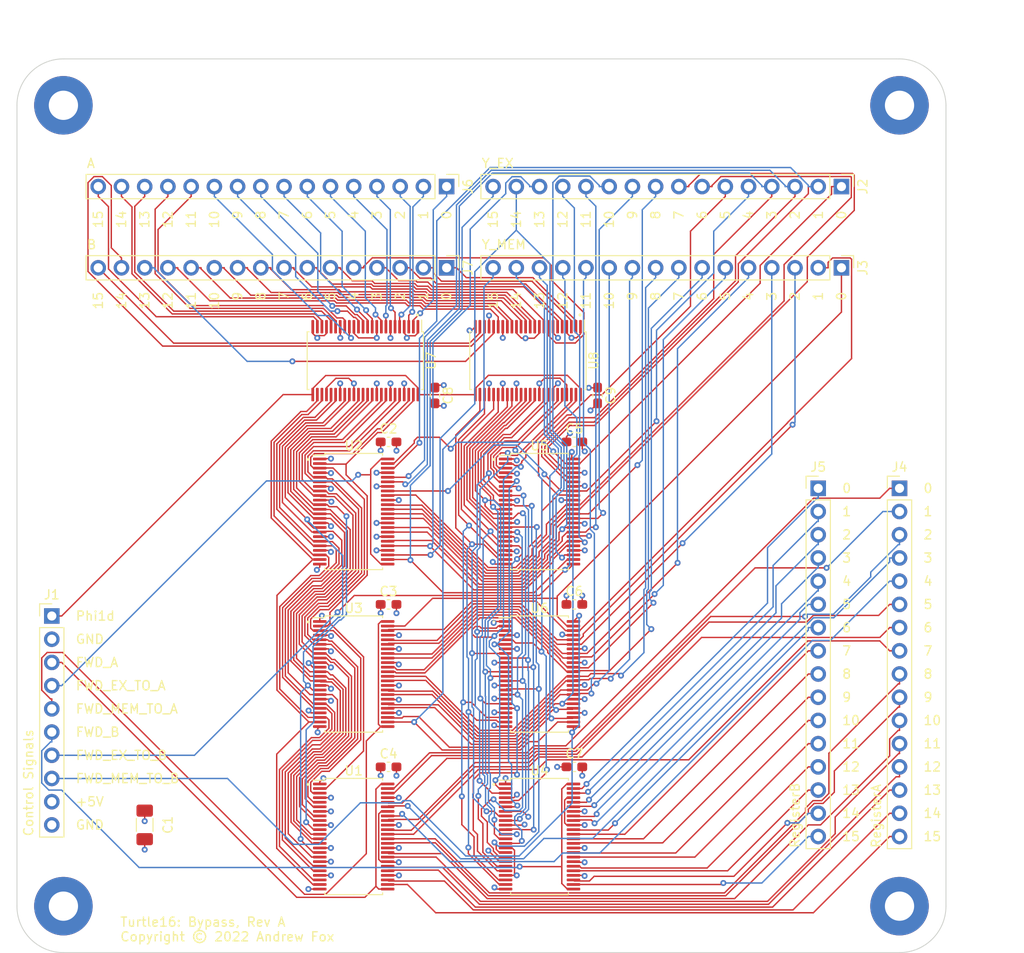
<source format=kicad_pcb>
(kicad_pcb (version 20211014) (generator pcbnew)
  (title_block (title "Turtle16: Bypass") (date "2022-04-14") (rev "A") (comment 4 "The bypass unit takes results from subsequent stages and feeds them back into EX."))
  (layers (0 "F.Cu" signal) (1 "In1.Cu" power) (2 "In2.Cu" power) (31 "B.Cu" signal) (34 "B.Paste" user) (35 "F.Paste" user) (36 "B.SilkS" user "B.Silkscreen") (37 "F.SilkS" user "F.Silkscreen") (38 "B.Mask" user) (39 "F.Mask" user) (44 "Edge.Cuts" user))
  (net 0 "")
  (net 1 "GND")
  (net 2 "VCC")
  (net 3 "/Bypass Prototype Inputs/Phi1d")
  (net 4 "/Bypass Prototype Inputs/FWD_A")
  (net 5 "/Bypass Prototype Inputs/FWD_EX_TO_A")
  (net 6 "/Bypass Prototype Inputs/FWD_MEM_TO_A")
  (net 7 "/Bypass Prototype Inputs/FWD_B")
  (net 8 "/Bypass Prototype Inputs/FWD_EX_TO_B")
  (net 9 "/Bypass Prototype Inputs/FWD_MEM_TO_B")
  (net 10 "/Bypass Prototype Inputs/Y_EX0")
  (net 11 "/Bypass Prototype Inputs/Y_EX1")
  (net 12 "/Bypass Prototype Inputs/Y_EX2")
  (net 13 "/Bypass Prototype Inputs/Y_EX3")
  (net 14 "/Bypass Prototype Inputs/Y_EX4")
  (net 15 "/Bypass Prototype Inputs/Y_EX5")
  (net 16 "/Bypass Prototype Inputs/Y_EX6")
  (net 17 "/Bypass Prototype Inputs/Y_EX7")
  (net 18 "/Bypass Prototype Inputs/Y_EX8")
  (net 19 "/Bypass Prototype Inputs/Y_EX9")
  (net 20 "/Bypass Prototype Inputs/Y_EX10")
  (net 21 "/Bypass Prototype Inputs/Y_EX11")
  (net 22 "/Bypass Prototype Inputs/Y_EX12")
  (net 23 "/Bypass Prototype Inputs/Y_EX13")
  (net 24 "/Bypass Prototype Inputs/Y_EX14")
  (net 25 "/Bypass Prototype Inputs/Y_EX15")
  (net 26 "/Bypass Prototype Inputs/Y_MEM0")
  (net 27 "/Bypass Prototype Inputs/Y_MEM1")
  (net 28 "/Bypass Prototype Inputs/Y_MEM2")
  (net 29 "/Bypass Prototype Inputs/Y_MEM3")
  (net 30 "/Bypass Prototype Inputs/Y_MEM4")
  (net 31 "/Bypass Prototype Inputs/Y_MEM5")
  (net 32 "/Bypass Prototype Inputs/Y_MEM6")
  (net 33 "/Bypass Prototype Inputs/Y_MEM7")
  (net 34 "/Bypass Prototype Inputs/Y_MEM8")
  (net 35 "/Bypass Prototype Inputs/Y_MEM9")
  (net 36 "/Bypass Prototype Inputs/Y_MEM10")
  (net 37 "/Bypass Prototype Inputs/Y_MEM11")
  (net 38 "/Bypass Prototype Inputs/Y_MEM12")
  (net 39 "/Bypass Prototype Inputs/Y_MEM13")
  (net 40 "/Bypass Prototype Inputs/Y_MEM14")
  (net 41 "/Bypass Prototype Inputs/Y_MEM15")
  (net 42 "/Bypass Prototype Inputs/RegisterA0")
  (net 43 "/Bypass Prototype Inputs/RegisterA1")
  (net 44 "/Bypass Prototype Inputs/RegisterA2")
  (net 45 "/Bypass Prototype Inputs/RegisterA3")
  (net 46 "/Bypass Prototype Inputs/RegisterA4")
  (net 47 "/Bypass Prototype Inputs/RegisterA5")
  (net 48 "/Bypass Prototype Inputs/RegisterA6")
  (net 49 "/Bypass Prototype Inputs/RegisterA7")
  (net 50 "/Bypass Prototype Inputs/RegisterA8")
  (net 51 "/Bypass Prototype Inputs/RegisterA9")
  (net 52 "/Bypass Prototype Inputs/RegisterA10")
  (net 53 "/Bypass Prototype Inputs/RegisterA11")
  (net 54 "/Bypass Prototype Inputs/RegisterA12")
  (net 55 "/Bypass Prototype Inputs/RegisterA13")
  (net 56 "/Bypass Prototype Inputs/RegisterA14")
  (net 57 "/Bypass Prototype Inputs/RegisterA15")
  (net 58 "/Bypass Prototype Inputs/RegisterB0")
  (net 59 "/Bypass Prototype Inputs/RegisterB1")
  (net 60 "/Bypass Prototype Inputs/RegisterB2")
  (net 61 "/Bypass Prototype Inputs/RegisterB3")
  (net 62 "/Bypass Prototype Inputs/RegisterB4")
  (net 63 "/Bypass Prototype Inputs/RegisterB5")
  (net 64 "/Bypass Prototype Inputs/RegisterB6")
  (net 65 "/Bypass Prototype Inputs/RegisterB7")
  (net 66 "/Bypass Prototype Inputs/RegisterB8")
  (net 67 "/Bypass Prototype Inputs/RegisterB9")
  (net 68 "/Bypass Prototype Inputs/RegisterB10")
  (net 69 "/Bypass Prototype Inputs/RegisterB11")
  (net 70 "/Bypass Prototype Inputs/RegisterB12")
  (net 71 "/Bypass Prototype Inputs/RegisterB13")
  (net 72 "/Bypass Prototype Inputs/RegisterB14")
  (net 73 "/Bypass Prototype Inputs/RegisterB15")
  (net 74 "/BypassPrototypeOutputs/A0")
  (net 75 "/BypassPrototypeOutputs/A1")
  (net 76 "/BypassPrototypeOutputs/A2")
  (net 77 "/BypassPrototypeOutputs/A3")
  (net 78 "/BypassPrototypeOutputs/A4")
  (net 79 "/BypassPrototypeOutputs/A5")
  (net 80 "/BypassPrototypeOutputs/A6")
  (net 81 "/BypassPrototypeOutputs/A7")
  (net 82 "/BypassPrototypeOutputs/A8")
  (net 83 "/BypassPrototypeOutputs/A9")
  (net 84 "/BypassPrototypeOutputs/A10")
  (net 85 "/BypassPrototypeOutputs/A11")
  (net 86 "/BypassPrototypeOutputs/A12")
  (net 87 "/BypassPrototypeOutputs/A13")
  (net 88 "/BypassPrototypeOutputs/A14")
  (net 89 "/BypassPrototypeOutputs/A15")
  (net 90 "/BypassPrototypeOutputs/B0")
  (net 91 "/BypassPrototypeOutputs/B1")
  (net 92 "/BypassPrototypeOutputs/B2")
  (net 93 "/BypassPrototypeOutputs/B3")
  (net 94 "/BypassPrototypeOutputs/B4")
  (net 95 "/BypassPrototypeOutputs/B5")
  (net 96 "/BypassPrototypeOutputs/B6")
  (net 97 "/BypassPrototypeOutputs/B7")
  (net 98 "/BypassPrototypeOutputs/B8")
  (net 99 "/BypassPrototypeOutputs/B9")
  (net 100 "/BypassPrototypeOutputs/B10")
  (net 101 "/BypassPrototypeOutputs/B11")
  (net 102 "/BypassPrototypeOutputs/B12")
  (net 103 "/BypassPrototypeOutputs/B13")
  (net 104 "/BypassPrototypeOutputs/B14")
  (net 105 "/BypassPrototypeOutputs/B15")
  (net 106 "/Operand Forwarding A/A_ID0")
  (net 107 "/Operand Forwarding A/A_ID1")
  (net 108 "/Operand Forwarding A/A_ID2")
  (net 109 "/Operand Forwarding A/A_ID3")
  (net 110 "/Operand Forwarding A/A_ID4")
  (net 111 "/Operand Forwarding A/A_ID5")
  (net 112 "/Operand Forwarding A/A_ID6")
  (net 113 "/Operand Forwarding A/A_ID7")
  (net 114 "/Operand Forwarding A/A_ID8")
  (net 115 "/Operand Forwarding A/A_ID9")
  (net 116 "/Operand Forwarding A/A_ID10")
  (net 117 "/Operand Forwarding A/A_ID11")
  (net 118 "/Operand Forwarding A/A_ID12")
  (net 119 "/Operand Forwarding A/A_ID13")
  (net 120 "/Operand Forwarding A/A_ID14")
  (net 121 "/Operand Forwarding A/A_ID15")
  (net 122 "/Operand Forwarding B/B_ID0")
  (net 123 "/Operand Forwarding B/B_ID1")
  (net 124 "/Operand Forwarding B/B_ID2")
  (net 125 "/Operand Forwarding B/B_ID3")
  (net 126 "/Operand Forwarding B/B_ID4")
  (net 127 "/Operand Forwarding B/B_ID5")
  (net 128 "/Operand Forwarding B/B_ID6")
  (net 129 "/Operand Forwarding B/B_ID7")
  (net 130 "/Operand Forwarding B/B_ID8")
  (net 131 "/Operand Forwarding B/B_ID9")
  (net 132 "/Operand Forwarding B/B_ID10")
  (net 133 "/Operand Forwarding B/B_ID11")
  (net 134 "/Operand Forwarding B/B_ID12")
  (net 135 "/Operand Forwarding B/B_ID13")
  (net 136 "/Operand Forwarding B/B_ID14")
  (net 137 "/Operand Forwarding B/B_ID15")
  (footprint "MountingHole:MountingHole_3.2mm_M3_Pad" (layer "F.Cu") (at 110.49 135.89)
    (fp_text reference "H4" hide)
    (fp_text value "MountingHole_Pad")
  )
  (footprint "MountingHole:MountingHole_3.2mm_M3_Pad" (layer "F.Cu") (at 201.93 135.89)
    (fp_text reference "H3" hide)
    (fp_text value "MountingHole_Pad")
  )
  (footprint "MountingHole:MountingHole_3.2mm_M3_Pad" (layer "F.Cu") (at 110.49 48.26)
    (fp_text reference "H1" hide)
    (fp_text value "MountingHole_Pad")
  )
  (footprint "MountingHole:MountingHole_3.2mm_M3_Pad" (layer "F.Cu") (at 201.93 48.26)
    (fp_text reference "H2" hide)
    (fp_text value "MountingHole_Pad")
  )
  (footprint "Capacitor_SMD:C_1206_3216Metric_Pad1.33x1.80mm_HandSolder" (layer "F.Cu") (at 119.38 127 -90)
    (fp_text reference "C1")
    (fp_text value "100µF")
  )
  (footprint "Package_SO:TSSOP-48_6.1x12.5mm_P0.5mm" (layer "F.Cu") (at 142.24 128.27)
    (fp_text reference "U1")
    (fp_text value "74AHCT16245")
  )
  (footprint "Connector_PinHeader_2.54mm:PinHeader_1x16_P2.54mm_Vertical" (layer "F.Cu") (at 195.58 57.15 -90)
    (fp_text reference "J2")
    (fp_text value "Y_EX")
  )
  (footprint "Capacitor_SMD:C_0603_1608Metric_Pad1.08x0.95mm_HandSolder" (layer "F.Cu") (at 166.37 102.87)
    (fp_text reference "C6")
    (fp_text value "100nF")
  )
  (footprint "Package_SO:TSSOP-48_6.1x12.5mm_P0.5mm" (layer "F.Cu") (at 162.56 92.71)
    (fp_text reference "U5")
    (fp_text value "74AHCT16245")
  )
  (footprint "Connector_PinHeader_2.54mm:PinHeader_1x16_P2.54mm_Vertical" (layer "F.Cu") (at 152.4 57.15 -90)
    (fp_text reference "J6")
    (fp_text value "A")
  )
  (footprint "Capacitor_SMD:C_0603_1608Metric_Pad1.08x0.95mm_HandSolder" (layer "F.Cu") (at 168.91 80.01 -90)
    (fp_text reference "C9")
    (fp_text value "100nF")
  )
  (footprint "Package_SO:TSSOP-48_6.1x12.5mm_P0.5mm" (layer "F.Cu") (at 142.24 110.49)
    (fp_text reference "U3")
    (fp_text value "74AHCT16245")
  )
  (footprint "Capacitor_SMD:C_0603_1608Metric_Pad1.08x0.95mm_HandSolder" (layer "F.Cu") (at 146.05 85.09)
    (fp_text reference "C2")
    (fp_text value "100nF")
  )
  (footprint "Capacitor_SMD:C_0603_1608Metric_Pad1.08x0.95mm_HandSolder" (layer "F.Cu") (at 146.05 120.65)
    (fp_text reference "C4")
    (fp_text value "100nF")
  )
  (footprint "Capacitor_SMD:C_0603_1608Metric_Pad1.08x0.95mm_HandSolder" (layer "F.Cu") (at 166.37 120.65)
    (fp_text reference "C7")
    (fp_text value "100nF")
  )
  (footprint "Package_SO:TSSOP-48_6.1x12.5mm_P0.5mm" (layer "F.Cu") (at 142.24 92.71)
    (fp_text reference "U2")
    (fp_text value "74AHCT16245")
  )
  (footprint "Connector_PinHeader_2.54mm:PinHeader_1x16_P2.54mm_Vertical" (layer "F.Cu") (at 193.04 90.17)
    (fp_text reference "J5")
    (fp_text value "RegisterB")
  )
  (footprint "Package_SO:TSSOP-48_6.1x12.5mm_P0.5mm" (layer "F.Cu") (at 162.56 110.49)
    (fp_text reference "U6")
    (fp_text value "74AHCT16245")
  )
  (footprint "Package_SO:TSSOP-48_6.1x12.5mm_P0.5mm" (layer "F.Cu") (at 143.51 76.2 -90)
    (fp_text reference "U7")
    (fp_text value "74ABT16374")
  )
  (footprint "Connector_PinHeader_2.54mm:PinHeader_1x16_P2.54mm_Vertical" (layer "F.Cu") (at 201.93 90.17)
    (fp_text reference "J4")
    (fp_text value "RegisterA")
  )
  (footprint "Capacitor_SMD:C_0603_1608Metric_Pad1.08x0.95mm_HandSolder" (layer "F.Cu") (at 151.13 80.01 -90)
    (fp_text reference "C8")
    (fp_text value "100nF")
  )
  (footprint "Capacitor_SMD:C_0603_1608Metric_Pad1.08x0.95mm_HandSolder" (layer "F.Cu") (at 166.37 85.09)
    (fp_text reference "C5")
    (fp_text value "100nF")
  )
  (footprint "Package_SO:TSSOP-48_6.1x12.5mm_P0.5mm" (layer "F.Cu") (at 162.56 128.27)
    (fp_text reference "U4")
    (fp_text value "74AHCT16245")
  )
  (footprint "Capacitor_SMD:C_0603_1608Metric_Pad1.08x0.95mm_HandSolder" (layer "F.Cu") (at 146.05 102.87)
    (fp_text reference "C3")
    (fp_text value "100nF")
  )
  (footprint "Connector_PinHeader_2.54mm:PinHeader_1x16_P2.54mm_Vertical" (layer "F.Cu") (at 152.4 66.04 -90)
    (fp_text reference "J7")
    (fp_text value "B")
  )
  (footprint "Connector_PinHeader_2.54mm:PinHeader_1x10_P2.54mm_Vertical" (layer "F.Cu") (at 109.22 104.14)
    (fp_text reference "J1")
    (fp_text value "Control Signals")
  )
  (footprint "Connector_PinHeader_2.54mm:PinHeader_1x16_P2.54mm_Vertical" (layer "F.Cu") (at 195.58 66.04 -90)
    (fp_text reference "J3")
    (fp_text value "Y_MEM")
  )
  (footprint "Package_SO:TSSOP-48_6.1x12.5mm_P0.5mm" (layer "F.Cu") (at 161.29 76.2 -90)
    (fp_text reference "U8")
    (fp_text value "74ABT16374")
  )
  (gr_line (start 207.01 135.89) (end 207.01 48.26) (layer "Edge.Cuts") (width 0.1))
  (gr_line (start 105.41 48.26) (end 105.41 135.89) (layer "Edge.Cuts") (width 0.1))
  (gr_line (start 110.49 140.97) (end 201.93 140.97) (layer "Edge.Cuts") (width 0.1))
  (gr_arc (start 201.86 43.18) (mid 205.476942 44.663706) (end 207.01 48.26) (layer "Edge.Cuts") (width 0.1))
  (gr_arc (start 207.01 135.89) (mid 205.522102 139.482102) (end 201.93 140.97) (layer "Edge.Cuts") (width 0.1))
  (gr_arc (start 105.41 48.26) (mid 106.897898 44.667898) (end 110.49 43.18) (layer "Edge.Cuts") (width 0.1))
  (gr_line (start 201.86 43.18) (end 110.49 43.18) (layer "Edge.Cuts") (width 0.1))
  (gr_arc (start 110.49 140.97) (mid 106.897898 139.482102) (end 105.41 135.89) (layer "Edge.Cuts") (width 0.1))
  (gr_text "Turtle16: Bypass, Rev A\nCopyright © 2022 Andrew Fox" (at 116.622102 138.43) (layer "F.SilkS") (effects (font (size 1 1)) (justify left)))
  (gr_text "9" (at 172.72 59.69 90) (layer "F.SilkS") (effects (font (size 1 1)) (justify right)))
  (gr_text "9" (at 129.54 68.58 90) (layer "F.SilkS") (effects (font (size 1 1)) (justify right)))
  (gr_text "8" (at 132.08 68.58 90) (layer "F.SilkS") (effects (font (size 1 1)) (justify right)))
  (gr_text "Phi1d" (at 111.76 104.14) (layer "F.SilkS") (effects (font (size 1 1)) (justify left)))
  (gr_text "4" (at 142.24 59.69 90) (layer "F.SilkS") (effects (font (size 1 1)) (justify right)))
  (gr_text "2" (at 190.5 59.69 90) (layer "F.SilkS") (effects (font (size 1 1)) (justify right)))
  (gr_text "10" (at 204.47 115.57) (layer "F.SilkS") (effects (font (size 1 1)) (justify left)))
  (gr_text "11" (at 167.64 59.69 90) (layer "F.SilkS") (effects (font (size 1 1)) (justify right)))
  (gr_text "1" (at 193.04 59.69 90) (layer "F.SilkS") (effects (font (size 1 1)) (justify right)))
  (gr_text "7" (at 134.62 68.58 90) (layer "F.SilkS") (effects (font (size 1 1)) (justify right)))
  (gr_text "9" (at 204.47 113.03) (layer "F.SilkS") (effects (font (size 1 1)) (justify left)))
  (gr_text "12" (at 121.92 59.69 90) (layer "F.SilkS") (effects (font (size 1 1)) (justify right)))
  (gr_text "15" (at 157.48 68.58 90) (layer "F.SilkS") (effects (font (size 1 1)) (justify right)))
  (gr_text "FWD_EX_TO_B" (at 111.76 119.38) (layer "F.SilkS") (effects (font (size 1 1)) (justify left)))
  (gr_text "FWD_EX_TO_A" (at 111.76 111.76) (layer "F.SilkS") (effects (font (size 1 1)) (justify left)))
  (gr_text "2" (at 147.32 59.69 90) (layer "F.SilkS") (effects (font (size 1 1)) (justify right)))
  (gr_text "13" (at 195.58 123.19) (layer "F.SilkS") (effects (font (size 1 1)) (justify left)))
  (gr_text "3" (at 144.78 68.58 90) (layer "F.SilkS") (effects (font (size 1 1)) (justify right)))
  (gr_text "FWD_MEM_TO_A" (at 111.76 114.3) (layer "F.SilkS") (effects (font (size 1 1)) (justify left)))
  (gr_text "11" (at 124.46 68.58 90) (layer "F.SilkS") (effects (font (size 1 1)) (justify right)))
  (gr_text "4" (at 142.24 68.58 90) (layer "F.SilkS") (effects (font (size 1 1)) (justify right)))
  (gr_text "15" (at 204.47 128.27) (layer "F.SilkS") (effects (font (size 1 1)) (justify left)))
  (gr_text "7" (at 134.62 59.69 90) (layer "F.SilkS") (effects (font (size 1 1)) (justify right)))
  (gr_text "0" (at 195.58 90.17) (layer "F.SilkS") (effects (font (size 1 1)) (justify left)))
  (gr_text "4" (at 185.42 59.69 90) (layer "F.SilkS") (effects (font (size 1 1)) (justify right)))
  (gr_text "FWD_B" (at 111.76 116.84) (layer "F.SilkS") (effects (font (size 1 1)) (justify left)))
  (gr_text "11" (at 204.47 118.11) (layer "F.SilkS") (effects (font (size 1 1)) (justify left)))
  (gr_text "5" (at 139.7 68.58 90) (layer "F.SilkS") (effects (font (size 1 1)) (justify right)))
  (gr_text "4" (at 204.47 100.33) (layer "F.SilkS") (effects (font (size 1 1)) (justify left)))
  (gr_text "0" (at 195.58 59.69 90) (layer "F.SilkS") (effects (font (size 1 1)) (justify right)))
  (gr_text "1" (at 193.04 68.58 90) (layer "F.SilkS") (effects (font (size 1 1)) (justify right)))
  (gr_text "13" (at 162.56 68.58 90) (layer "F.SilkS") (effects (font (size 1 1)) (justify right)))
  (gr_text "GND" (at 111.76 106.68) (layer "F.SilkS") (effects (font (size 1 1)) (justify left)))
  (gr_text "15" (at 114.3 59.69 90) (layer "F.SilkS") (effects (font (size 1 1)) (justify right)))
  (gr_text "1" (at 149.86 59.69 90) (layer "F.SilkS") (effects (font (size 1 1)) (justify right)))
  (gr_text "1" (at 204.47 92.71) (layer "F.SilkS") (effects (font (size 1 1)) (justify left)))
  (gr_text "14" (at 204.47 125.73) (layer "F.SilkS") (effects (font (size 1 1)) (justify left)))
  (gr_text "10" (at 127 59.69 90) (layer "F.SilkS") (effects (font (size 1 1)) (justify right)))
  (gr_text "3" (at 204.47 97.79) (layer "F.SilkS") (effects (font (size 1 1)) (justify left)))
  (gr_text "6" (at 137.16 68.58 90) (layer "F.SilkS") (effects (font (size 1 1)) (justify right)))
  (gr_text "7" (at 204.47 107.95) (layer "F.SilkS") (effects (font (size 1 1)) (justify left)))
  (gr_text "13" (at 119.38 59.69 90) (layer "F.SilkS") (effects (font (size 1 1)) (justify right)))
  (gr_text "0" (at 195.58 68.58 90) (layer "F.SilkS") (effects (font (size 1 1)) (justify right)))
  (gr_text "4" (at 195.58 100.33) (layer "F.SilkS") (effects (font (size 1 1)) (justify left)))
  (gr_text "1" (at 149.86 68.58 90) (layer "F.SilkS") (effects (font (size 1 1)) (justify right)))
  (gr_text "9" (at 172.72 68.58 90) (layer "F.SilkS") (effects (font (size 1 1)) (justify right)))
  (gr_text "4" (at 185.42 68.58 90) (layer "F.SilkS") (effects (font (size 1 1)) (justify right)))
  (gr_text "12" (at 204.47 120.65) (layer "F.SilkS") (effects (font (size 1 1)) (justify left)))
  (gr_text "6" (at 195.58 105.41) (layer "F.SilkS") (effects (font (size 1 1)) (justify left)))
  (gr_text "14" (at 160.02 59.69 90) (layer "F.SilkS") (effects (font (size 1 1)) (justify right)))
  (gr_text "1" (at 195.58 92.71) (layer "F.SilkS") (effects (font (size 1 1)) (justify left)))
  (gr_text "13" (at 204.47 123.19) (layer "F.SilkS") (effects (font (size 1 1)) (justify left)))
  (gr_text "10" (at 170.18 59.69 90) (layer "F.SilkS") (effects (font (size 1 1)) (justify right)))
  (gr_text "2" (at 195.58 95.25) (layer "F.SilkS") (effects (font (size 1 1)) (justify left)))
  (gr_text "14" (at 116.84 68.58 90) (layer "F.SilkS") (effects (font (size 1 1)) (justify right)))
  (gr_text "6" (at 180.34 68.58 90) (layer "F.SilkS") (effects (font (size 1 1)) (justify right)))
  (gr_text "8" (at 132.08 59.69 90) (layer "F.SilkS") (effects (font (size 1 1)) (justify right)))
  (gr_text "13" (at 119.38 68.58 90) (layer "F.SilkS") (effects (font (size 1 1)) (justify right)))
  (gr_text "7" (at 177.8 59.69 90) (layer "F.SilkS") (effects (font (size 1 1)) (justify right)))
  (gr_text "7" (at 195.58 107.95) (layer "F.SilkS") (effects (font (size 1 1)) (justify left)))
  (gr_text "10" (at 195.58 115.57) (layer "F.SilkS") (effects (font (size 1 1)) (justify left)))
  (gr_text "3" (at 187.96 68.58 90) (layer "F.SilkS") (effects (font (size 1 1)) (justify right)))
  (gr_text "9" (at 129.54 59.69 90) (layer "F.SilkS") (effects (font (size 1 1)) (justify right)))
  (gr_text "6" (at 204.47 105.41) (layer "F.SilkS") (effects (font (size 1 1)) (justify left)))
  (gr_text "5" (at 139.7 59.69 90) (layer "F.SilkS") (effects (font (size 1 1)) (justify right)))
  (gr_text "12" (at 121.92 68.58 90) (layer "F.SilkS") (effects (font (size 1 1)) (justify right)))
  (gr_text "0" (at 152.4 59.69 90) (layer "F.SilkS") (effects (font (size 1 1)) (justify right)))
  (gr_text "9" (at 195.58 113.03) (layer "F.SilkS") (effects (font (size 1 1)) (justify left)))
  (gr_text "5" (at 182.88 68.58 90) (layer "F.SilkS") (effects (font (size 1 1)) (justify right)))
  (gr_text "8" (at 175.26 68.58 90) (layer "F.SilkS") (effects (font (size 1 1)) (justify right)))
  (gr_text "8" (at 195.58 110.49) (layer "F.SilkS") (effects (font (size 1 1)) (justify left)))
  (gr_text "7" (at 177.8 68.58 90) (layer "F.SilkS") (effects (font (size 1 1)) (justify right)))
  (gr_text "5" (at 195.58 102.87) (layer "F.SilkS") (effects (font (size 1 1)) (justify left)))
  (gr_text "13" (at 162.56 59.69 90) (layer "F.SilkS") (effects (font (size 1 1)) (justify right)))
  (gr_text "FWD_MEM_TO_B" (at 111.76 121.92) (layer "F.SilkS") (effects (font (size 1 1)) (justify left)))
  (gr_text "10" (at 127 68.58 90) (layer "F.SilkS") (effects (font (size 1 1)) (justify right)))
  (gr_text "14" (at 116.84 59.69 90) (layer "F.SilkS") (effects (font (size 1 1)) (justify right)))
  (gr_text "2" (at 204.47 95.25) (layer "F.SilkS") (effects (font (size 1 1)) (justify left)))
  (gr_text "11" (at 167.64 68.58 90) (layer "F.SilkS") (effects (font (size 1 1)) (justify right)))
  (gr_text "12" (at 165.1 59.69 90) (layer "F.SilkS") (effects (font (size 1 1)) (justify right)))
  (gr_text "15" (at 114.3 68.58 90) (layer "F.SilkS") (effects (font (size 1 1)) (justify right)))
  (gr_text "5" (at 182.88 59.69 90) (layer "F.SilkS") (effects (font (size 1 1)) (justify right)))
  (gr_text "8" (at 175.26 59.69 90) (layer "F.SilkS") (effects (font (size 1 1)) (justify right)))
  (gr_text "FWD_A" (at 111.76 109.22) (layer "F.SilkS") (effects (font (size 1 1)) (justify left)))
  (gr_text "3" (at 144.78 59.69 90) (layer "F.SilkS") (effects (font (size 1 1)) (justify right)))
  (gr_text "0" (at 204.47 90.17) (layer "F.SilkS") (effects (font (size 1 1)) (justify left)))
  (gr_text "6" (at 180.34 59.69 90) (layer "F.SilkS") (effects (font (size 1 1)) (justify right)))
  (gr_text "0" (at 152.4 68.58 90) (layer "F.SilkS") (effects (font (size 1 1)) (justify right)))
  (gr_text "2" (at 147.32 68.58 90) (layer "F.SilkS") (effects (font (size 1 1)) (justify right)))
  (gr_text "10" (at 170.18 68.58 90) (layer "F.SilkS") (effects (font (size 1 1)) (justify right)))
  (gr_text "2" (at 190.5 68.58 90) (layer "F.SilkS") (effects (font (size 1 1)) (justify right)))
  (gr_text "14" (at 160.02 68.58 90) (layer "F.SilkS") (effects (font (size 1 1)) (justify right)))
  (gr_text "12" (at 165.1 68.58 90) (layer "F.SilkS") (effects (font (size 1 1)) (justify right)))
  (gr_text "15" (at 195.58 128.27) (layer "F.SilkS") (effects (font (size 1 1)) (justify left)))
  (gr_text "6" (at 137.16 59.69 90) (layer "F.SilkS") (effects (font (size 1 1)) (justify right)))
  (gr_text "14" (at 195.58 125.73) (layer "F.SilkS") (effects (font (size 1 1)) (justify left)))
  (gr_text "11" (at 124.46 59.69 90) (layer "F.SilkS") (effects (font (size 1 1)) (justify right)))
  (gr_text "3" (at 195.58 97.79) (layer "F.SilkS") (effects (font (size 1 1)) (justify left)))
  (gr_text "+5V" (at 111.76 124.46) (layer "F.SilkS") (effects (font (size 1 1)) (justify left)))
  (gr_text "11" (at 195.58 118.11) (layer "F.SilkS") (effects (font (size 1 1)) (justify left)))
  (gr_text "8" (at 204.47 110.49) (layer "F.SilkS") (effects (font (size 1 1)) (justify left)))
  (gr_text "3" (at 187.96 59.69 90) (layer "F.SilkS") (effects (font (size 1 1)) (justify right)))
  (gr_text "5" (at 204.47 102.87) (layer "F.SilkS") (effects (font (size 1 1)) (justify left)))
  (gr_text "12" (at 195.58 120.65) (layer "F.SilkS") (effects (font (size 1 1)) (justify left)))
  (gr_text "15" (at 157.48 59.69 90) (layer "F.SilkS") (effects (font (size 1 1)) (justify right)))
  (gr_text "GND" (at 111.76 127) (layer "F.SilkS") (effects (font (size 1 1)) (justify left)))
  (segment (start 166.2725 109.24) (end 167.4949 109.24) (width 0.1524) (layer "F.Cu") (net 1))
  (segment (start 148.9437 73.4803) (end 148.0473 73.4803) (width 0.1524) (layer "F.Cu") (net 1))
  (segment (start 160.0653 132.52) (end 159.8235 132.52) (width 0.1524) (layer "F.Cu") (net 1))
  (segment (start 139.6695 106.24) (end 139.7604 106.3309) (width 0.1524) (layer "F.Cu") (net 1))
  (segment (start 139.3932 93.96) (end 139.7523 94.3191) (width 0.1524) (layer "F.Cu") (net 1))
  (segment (start 139.5744 96.96) (end 138.5275 96.96) (width 0.1524) (layer "F.Cu") (net 1))
  (segment (start 167.4974 127.011) (end 166.2815 127.011) (width 0.1524) (layer "F.Cu") (net 1))
  (segment (start 158.8475 127.02) (end 160.8577 127.02) (width 0.1524) (layer "F.Cu") (net 1))
  (segment (start 139.26 73.2153) (end 139.0175 73.4578) (width 0.1524) (layer "F.Cu") (net 1))
  (segment (start 137.76 73.2236) (end 137.76 72.4875) (width 0.1524) (layer "F.Cu") (net 1))
  (segment (start 147.1774 127.0063) (end 145.9662 127.0063) (width 0.1524) (layer "F.Cu") (net 1))
  (segment (start 165.0453 106.162) (end 165.1233 106.24) (width 0.1524) (layer "F.Cu") (net 1))
  (segment (start 162.54 78.6905) (end 163.115 78.1155) (width 0.1524) (layer "F.Cu") (net 1))
  (segment (start 149.26 73.164) (end 148.9437 73.4803) (width 0.1524) (layer "F.Cu") (net 1))
  (segment (start 138.5275 109.24) (end 139.22 109.24) (width 0.1524) (layer "F.Cu") (net 1))
  (segment (start 158.8475 111.74) (end 157.6303 111.74) (width 0.1524) (layer "F.Cu") (net 1))
  (segment (start 167.4935 111.6796) (end 166.3329 111.6796) (width 0.1524) (layer "F.Cu") (net 1))
  (segment (start 146.9125 120.65) (end 146.9125 121.6149) (width 0.1524) (layer "F.Cu") (net 1))
  (segment (start 158.8475 91.46) (end 160.0394 91.46) (width 0.1524) (layer "F.Cu") (net 1))
  (segment (start 166.6087 73.703) (end 167.04 73.2717) (width 0.1524) (layer "F.Cu") (net 1))
  (segment (start 162.54 73.1882) (end 162.54 72.4875) (width 0.1524) (layer "F.Cu") (net 1))
  (segment (start 119.38 129.7046) (end 119.38 128.5625) (width 0.1524) (layer "F.Cu") (net 1))
  (segment (start 166.2725 91.46) (end 164.9459 91.46) (width 0.1524) (layer "F.Cu") (net 1))
  (segment (start 159.5633 129.52) (end 158.8475 129.52) (width 0.1524) (layer "F.Cu") (net 1))
  (segment (start 140.2914 78.1293) (end 139.26 79.1607) (width 0.1524) (layer "F.Cu") (net 1))
  (segment (start 139.22 109.24) (end 139.7444 109.7644) (width 0.1524) (layer "F.Cu") (net 1))
  (segment (start 167.4895 88.46) (end 166.2725 88.46) (width 0.1524) (layer "F.Cu") (net 1))
  (segment (start 147.1833 111.74) (end 145.9525 111.74) (width 0.1524) (layer "F.Cu") (net 1))
  (segment (start 167.508 96.96) (end 166.2725 96.96) (width 0.1524) (layer "F.Cu") (net 1))
  (segment (start 145.9525 109.24) (end 146.9697 109.24) (width 0.1524) (layer "F.Cu") (net 1))
  (segment (start 147.1744 129.52) (end 145.9525 129.52) (width 0.1524) (layer "F.Cu") (net 1))
  (segment (start 160.0833 123.6832) (end 159.7465 124.02) (width 0.1524) (layer "F.Cu") (net 1))
  (segment (start 139.3994 111.74) (end 139.7585 112.0991) (width 0.1524) (layer "F.Cu") (net 1))
  (segment (start 166.0615 73.703) (end 166.6087 73.703) (width 0.1524) (layer "F.Cu") (net 1))
  (segment (start 160.5928 73.7459) (end 161.0247 73.7459) (width 0.1524) (layer "F.Cu") (net 1))
  (segment (start 160.0667 97.0714) (end 158.9589 97.0714) (width 0.1524) (layer "F.Cu") (net 1))
  (segment (start 167.4936 129.5201) (end 166.2726 129.5201) (width 0.1524) (layer "F.Cu") (net 1))
  (segment (start 141.6946 78.1293) (end 140.2914 78.1293) (width 0.1524) (layer "F.Cu") (net 1))
  (segment (start 161.0247 73.7459) (end 161.9823 73.7459) (width 0.1524) (layer "F.Cu") (net 1))
  (segment (start 158.8475 109.24) (end 157.6224 109.24) (width 0.1524) (layer "F.Cu") (net 1))
  (segment (start 139.26 72.4875) (end 139.26 73.2153) (width 0.1524) (layer "F.Cu") (net 1))
  (segment (start 152.0927 81.1411) (end 151.3986 81.1411) (width 0.1524) (layer "F.Cu") (net 1))
  (segment (start 145.9525 124.02) (end 147.1683 124.02) (width 0.1524) (layer "F.Cu") (net 1))
  (segment (start 167.2325 85.8556) (end 167.5036 86.1267) (width 0.1524) (layer "F.Cu") (net 1))
  (segment (start 137.9942 73.4578) (end 137.76 73.2236) (width 0.1524) (layer "F.Cu") (net 1))
  (segment (start 139.744 97.1296) (end 139.5744 96.96) (width 0.1524) (layer "F.Cu") (net 1))
  (segment (start 165.3024 126.7775) (end 165.3024 124.2932) (width 0.1524) (layer "F.Cu") (net 1))
  (segment (start 160.0394 91.46) (end 160.1016 91.5222) (width 0.1524) (layer "F.Cu") (net 1))
  (segment (start 138.5275 129.52) (end 139.7435 129.52) (width 0.1524) (layer "F.Cu") (net 1))
  (segment (start 160.04 78.6962) (end 160.04 79.9125) (width 0.1524) (layer "F.Cu") (net 1))
  (segment (start 138.2549 73.7125) (end 138.2549 73.4578) (width 0.1524) (layer "F.Cu") (net 1))
  (segment (start 157.04 79.9125) (end 157.04 78.6946) (width 0.1524) (layer "F.Cu") (net 1))
  (segment (start 158.8475 93.96) (end 159.9955 93.96) (width 0.1524) (layer "F.Cu") (net 1))
  (segment (start 137.5588 114.74) (end 138.5275 114.74) (width 0.1524) (layer "F.Cu") (net 1))
  (segment (start 159.8235 132.52) (end 158.8475 132.52) (width 0.1524) (layer "F.Cu") (net 1))
  (segment (start 149.26 72.4875) (end 149.26 73.164) (width 0.1524) (layer "F.Cu") (net 1))
  (segment (start 138.5275 132.52) (end 139.7511 132.52) (width 0.1524) (layer "F.Cu") (net 1))
  (segment (start 147.76 79.9125) (end 147.76 78.692) (width 0.1524) (layer "F.Cu") (net 1))
  (segment (start 139.0175 73.4578) (end 138.2549 73.4578) (width 0.1524) (layer "F.Cu") (net 1))
  (segment (start 147.1833 114.74) (end 145.9525 114.74) (width 0.1524) (layer "F.Cu") (net 1))
  (segment (start 144.76 73.709) (end 142.7643 73.709) (width 0.1524) (layer "F.Cu") (net 1))
  (segment (start 139.6261 91.46) (end 139.7943 91.6282) (width 0.1524) (layer "F.Cu") (net 1))
  (segment (start 146.9125 103.8318) (end 146.9125 102.87) (width 0.1524) (layer "F.Cu") (net 1))
  (segment (start 142.26 78.6947) (end 141.6946 78.1293) (width 0.1524) (layer "F.Cu") (net 1))
  (segment (start 146.9697 109.24) (end 147.1686 109.4389) (width 0.1524) (layer "F.Cu") (net 1))
  (segment (start 159.8235 129.7802) (end 159.5633 129.52) (width 0.1524) (layer "F.Cu") (net 1))
  (segment (start 146.9125 86.0518) (end 146.9125 85.09) (width 0.1524) (layer "F.Cu") (net 1))
  (segment (start 160.8577 127.02) (end 160.9234 126.9543) (width 0.1524) (layer "F.Cu") (net 1))
  (segment (start 159.7465 124.02) (end 158.8475 124.02) (width 0.1524) (layer "F.Cu") (net 1))
  (segment (start 147.1682 91.46) (end 145.9525 91.46) (width 0.1524) (layer "F.Cu") (net 1))
  (segment (start 168.91 80.8725) (end 168.1332 81.6493) (width 0.1524) (layer "F.Cu") (net 1))
  (segment (start 145.9525 96.96) (end 144.7302 96.96) (width 0.1524) (layer "F.Cu") (net 1))
  (segment (start 138.5275 111.74) (end 139.3994 111.74) (width 0.1524) (layer "F.Cu") (net 1))
  (segment (start 159.9955 93.96) (end 160.1097 93.8458) (width 0.1524) (layer "F.Cu") (net 1))
  (segment (start 145.9525 93.96) (end 144.7361 93.96) (width 0.1524) (layer "F.Cu") (net 1))
  (segment (start 138.5645 88.497) (end 139.7478 88.497) (width 0.1524) (layer "F.Cu") (net 1))
  (segment (start 148.0473 73.4803) (end 147.76 73.193) (width 0.1524) (layer "F.Cu") (net 1))
  (segment (start 157.04 72.4875) (end 157.04 71.2643) (width 0.1524) (layer "F.Cu") (net 1))
  (segment (start 165.5756 124.02) (end 166.2725 124.02) (width 0.1524) (layer "F.Cu") (net 1))
  (segment (start 167.2325 101.9118) (end 167.2325 102.87) (width 0.1524) (layer "F.Cu") (net 1))
  (segment (start 167.04 73.2717) (end 167.04 72.4875) (width 0.1524) (layer "F.Cu") (net 1))
  (segment (start 155.134 72.8935) (end 155.54 72.4875) (width 0.1524) (layer "F.Cu") (net 1))
  (segment (start 148.0473 73.7115) (end 148.0473 73.4803) (width 0.1524) (layer "F.Cu") (net 1))
  (segment (start 138.5275 124.02) (end 139.7489 124.02) (width 0.1524) (layer "F.Cu") (net 1))
  (segment (start 147.183 132.52) (end 145.9525 132.52) (width 0.1524) (layer "F.Cu") (net 1))
  (segment (start 160.04 72.4875) (end 160.04 73.1931) (width 0.1524) (layer "F.Cu") (net 1))
  (segment (start 138.5275 127.02) (end 139.7438 127.02) (width 0.1524) (layer "F.Cu") (net 1))
  (segment (start 166.2725 127.02) (end 165.5449 127.02) (width 0.1524) (layer "F.Cu") (net 1))
  (segment (start 165.1233 106.24) (end 166.2725 106.24) (width 0.1524) (layer "F.Cu") (net 1))
  (segment (start 164.8022 78.1155) (end 165.54 78.8533) (width 0.1524) (layer "F.Cu") (net 1))
  (segment (start 162.54 79.9125) (end 162.54 78.6905) (width 0.1524) (layer "F.Cu") (net 1))
  (segment (start 167.4146 93.96) (end 167.4955 94.0409) (width 0.1524) (layer "F.Cu") (net 1))
  (segment (start 138.5275 91.46) (end 139.6261 91.46) (width 0.1524) (layer "F.Cu") (net 1))
  (segment (start 166.2725 93.96) (end 167.4146 93.96) (width 0.1524) (layer "F.Cu") (net 1))
  (segment (start 159.8235 132.52) (end 159.8235 129.7802) (width 0.1524) (layer "F.Cu") (net 1))
  (segment (start 147.1859 106.24) (end 145.9525 106.24) (width 0.1524) (layer "F.Cu") (net 1))
  (segment (start 160.04 73.1931) (end 160.5928 73.7459) (width 0.1524) (layer "F.Cu") (net 1))
  (segment (start 147.76 73.193) (end 147.76 72.4875) (width 0.1524) (layer "F.Cu") (net 1))
  (segment (start 138.5275 106.24) (end 139.6695 106.24) (width 0.1524) (layer "F.Cu") (net 1))
  (segment (start 160.0919 88.5609) (end 158.9484 88.5609) (width 0.1524) (layer "F.Cu") (net 1))
  (segment (start 138.5275 93.96) (end 139.3932 93.96) (width 0.1524) (layer "F.Cu") (net 1))
  (segment (start 144.76 79.9125) (end 144.76 78.6967) (width 0.1524) (layer "F.Cu") (net 1))
  (segment (start 139.26 79.1607) (end 139.26 79.9125) (width 0.1524) (layer "F.Cu") (net 1))
  (segment (start 165.5449 127.02) (end 165.3024 126.7775) (width 0.1524) (layer "F.Cu") (net 1))
  (segment (start 161.9823 73.7459) (end 162.54 73.1882) (width 0.1524) (layer "F.Cu") (net 1))
  (segment (start 163.115 78.1155) (end 164.8022 78.1155) (width 0.1524) (layer "F.Cu") (net 1))
  (segment (start 142.7643 73.709) (end 142.26 73.2047) (width 0.1524) (layer "F.Cu") (net 1))
  (segment (start 166.2725 132.52) (end 167.429 132.52) (width 0.1524) (layer "F.Cu") (net 1))
  (segment (start 144.7347 88.46) (end 145.9525 88.46) (width 0.1524) (layer "F.Cu") (net 1))
  (segment (start 144.76 73.709) (end 144.76 72.4875) (width 0.1524) (layer "F.Cu") (net 1))
  (segment (start 158.8475 106.24) (end 160.1016 106.24) (width 0.1524) (layer "F.Cu") (net 1))
  (segment (start 158.7893 114.6818) (end 157.6181 114.6818) (width 0.1524) (layer "F.Cu") (net 1))
  (segment (start 167.2325 85.09) (end 167.2325 85.8556) (width 0.1524) (layer "F.Cu") (net 1))
  (segment (start 165.54 78.8533) (end 165.54 79.9125) (width 0.1524) (layer "F.Cu") (net 1))
  (segment (start 165.3024 124.2932) (end 165.5756 124.02) (width 0.1524) (layer "F.Cu") (net 1))
  (segment (start 142.26 79.9125) (end 142.26 78.6947) (width 0.1524) (layer "F.Cu") (net 1))
  (segment (start 154.9083 72.8935) (end 155.134 72.8935) (width 0.1524) (layer "F.Cu") (net 1))
  (segment (start 165.54 72.4875) (end 165.54 73.1815) (width 0.1524) (layer "F.Cu") (net 1))
  (segment (start 158.9589 97.0714) (end 158.8475 96.96) (width 0.1524) (layer "F.Cu") (net 1))
  (segment (start 167.2325 120.65) (end 167.2325 121.6149) (width 0.1524) (layer "F.Cu") (net 1))
  (segment (start 137.3037 114.4849) (end 137.5588 114.74) (width 0.1524) (layer "F.Cu") (net 1))
  (segment (start 142.26 73.2047) (end 142.26 72.4875) (width 0.1524) (layer "F.Cu") (net 1))
  (segment (start 138.2549 73.4578) (end 137.9942 73.4578) (width 0.1524) (layer "F.Cu") (net 1))
  (segment (start 167.429 132.52) (end 167.4886 132.5796) (width 0.1524) (layer "F.Cu") (net 1))
  (segment (start 167.4936 114.74) (end 166.2725 114.74) (width 0.1524) (layer "F.Cu") (net 1))
  (segment (start 158.9484 88.5609) (end 158.8475 88.46) (width 0.1524) (layer "F.Cu") (net 1))
  (segment (start 165.54 73.1815) (end 166.0615 73.703) (width 0.1524) (layer "F.Cu") (net 1))
  (via (at 139.7444 109.7644) (size 0.65) (drill 0.3) (layers "F.Cu" "B.Cu") (net 1))
  (via (at 146.9125 121.6149) (size 0.65) (drill 0.3) (layers "F.Cu" "B.Cu") (net 1))
  (via (at 162.54 78.6905) (size 0.65) (drill 0.3) (layers "F.Cu" "B.Cu") (net 1))
  (via (at 167.4949 109.24) (size 0.65) (drill 0.3) (layers "F.Cu" "B.Cu") (net 1))
  (via (at 139.7943 91.6282) (size 0.65) (drill 0.3) (layers "F.Cu" "B.Cu") (net 1))
  (via (at 137.3037 114.4849) (size 0.65) (drill 0.3) (layers "F.Cu" "B.Cu") (net 1))
  (via (at 167.4974 127.011) (size 0.65) (drill 0.3) (layers "F.Cu" "B.Cu") (net 1))
  (via (at 168.1332 81.6493) (size 0.65) (drill 0.3) (layers "F.Cu" "B.Cu") (net 1))
  (via (at 166.0615 73.703) (size 0.65) (drill 0.3) (layers "F.Cu" "B.Cu") (net 1))
  (via (at 160.0833 123.6832) (size 0.65) (drill 0.3) (layers "F.Cu" "B.Cu") (net 1))
  (via (at 167.4955 94.0409) (size 0.65) (drill 0.3) (layers "F.Cu" "B.Cu") (net 1))
  (via (at 147.183 132.52) (size 0.65) (drill 0.3) (layers "F.Cu" "B.Cu") (net 1))
  (via (at 147.1774 127.0063) (size 0.65) (drill 0.3) (layers "F.Cu" "B.Cu") (net 1))
  (via (at 139.7489 124.02) (size 0.65) (drill 0.3) (layers "F.Cu" "B.Cu") (net 1))
  (via (at 167.2325 121.6149) (size 0.65) (drill 0.3) (layers "F.Cu" "B.Cu") (net 1))
  (via (at 167.508 96.96) (size 0.65) (drill 0.3) (layers "F.Cu" "B.Cu") (net 1))
  (via (at 167.4936 129.5201) (size 0.65) (drill 0.3) (layers "F.Cu" "B.Cu") (net 1))
  (via (at 138.2549 73.7125) (size 0.65) (drill 0.3) (layers "F.Cu" "B.Cu") (net 1))
  (via (at 144.76 78.6967) (size 0.65) (drill 0.3) (layers "F.Cu" "B.Cu") (net 1))
  (via (at 165.0453 106.162) (size 0.65) (drill 0.3) (layers "F.Cu" "B.Cu") (net 1))
  (via (at 142.26 78.6947) (size 0.65) (drill 0.3) (layers "F.Cu" "B.Cu") (net 1))
  (via (at 147.1686 109.4389) (size 0.65) (drill 0.3) (layers "F.Cu" "B.Cu") (net 1))
  (via (at 139.7435 129.52) (size 0.65) (drill 0.3) (layers "F.Cu" "B.Cu") (net 1))
  (via (at 146.9125 103.8318) (size 0.65) (drill 0.3) (layers "F.Cu" "B.Cu") (net 1))
  (via (at 139.7438 127.02) (size 0.65) (drill 0.3) (layers "F.Cu" "B.Cu") (net 1))
  (via (at 157.6224 109.24) (size 0.65) (drill 0.3) (layers "F.Cu" "B.Cu") (net 1))
  (via (at 167.4936 114.74) (size 0.65) (drill 0.3) (layers "F.Cu" "B.Cu") (net 1))
  (via (at 161.0247 73.7459) (size 0.65) (drill 0.3) (layers "F.Cu" "B.Cu") (net 1))
  (via (at 147.76 78.692) (size 0.65) (drill 0.3) (layers "F.Cu" "B.Cu") (net 1))
  (via (at 157.6181 114.6818) (size 0.65) (drill 0.3) (layers "F.Cu" "B.Cu") (net 1))
  (via (at 144.7347 88.46) (size 0.65) (drill 0.3) (layers "F.Cu" "B.Cu") (net 1))
  (via (at 157.04 71.2643) (size 0.65) (drill 0.3) (layers "F.Cu" "B.Cu") (net 1))
  (via (at 160.0919 88.5609) (size 0.65) (drill 0.3) (layers "F.Cu" "B.Cu") (net 1))
  (via (at 139.7523 94.3191) (size 0.65) (drill 0.3) (layers "F.Cu" "B.Cu") (net 1))
  (via (at 147.1682 91.46) (size 0.65) (drill 0.3) (layers "F.Cu" "B.Cu") (net 1))
  (via (at 147.1833 111.74) (size 0.65) (drill 0.3) (layers "F.Cu" "B.Cu") (net 1))
  (via (at 167.4935 111.6796) (size 0.65) (drill 0.3) (layers "F.Cu" "B.Cu") (net 1))
  (via (at 160.9234 126.9543) (size 0.65) (drill 0.3) (layers "F.Cu" "B.Cu") (net 1))
  (via (at 167.5036 86.1267) (size 0.65) (drill 0.3) (layers "F.Cu" "B.Cu") (net 1))
  (via (at 157.6303 111.74) (size 0.65) (drill 0.3) (layers "F.Cu" "B.Cu") (net 1))
  (via (at 160.0653 132.52) (size 0.65) (drill 0.3) (layers "F.Cu" "B.Cu") (net 1))
  (via (at 160.04 78.6962) (size 0.65) (drill 0.3) (layers "F.Cu" "B.Cu") (net 1))
  (via (at 144.7302 96.96) (size 0.65) (drill 0.3) (layers "F.Cu" "B.Cu") (net 1))
  (via (at 160.1097 93.8458) (size 0.65) (drill 0.3) (layers "F.Cu" "B.Cu") (net 1))
  (via (at 144.7361 93.96) (size 0.65) (drill 0.3) (layers "F.Cu" "B.Cu") (net 1))
  (via (at 139.7478 88.497) (size 0.65) (drill 0.3) (layers "F.Cu" "B.Cu") (net 1))
  (via (at 144.76 73.709) (size 0.65) (drill 0.3) (layers "F.Cu" "B.Cu") (net 1))
  (via (at 147.1859 106.24) (size 0.65) (drill 0.3) (layers "F.Cu" "B.Cu") (net 1))
  (via (at 148.0473 73.7115) (size 0.65) (drill 0.3) (layers "F.Cu" "B.Cu") (net 1))
  (via (at 152.0927 81.1411) (size 0.65) (drill 0.3) (layers "F.Cu" "B.Cu") (net 1))
  (via (at 139.744 97.1296) (size 0.65) (drill 0.3) (layers "F.Cu" "B.Cu") (net 1))
  (via (at 147.1833 114.74) (size 0.65) (drill 0.3) (layers "F.Cu" "B.Cu") (net 1))
  (via (at 160.0667 97.0714) (size 0.65) (drill 0.3) (layers "F.Cu" "B.Cu") (net 1))
  (via (at 154.9083 72.8935) (size 0.65) (drill 0.3) (layers "F.Cu" "B.Cu") (net 1))
  (via (at 139.7604 106.3309) (size 0.65) (drill 0.3) (layers "F.Cu" "B.Cu") (net 1))
  (via (at 119.38 129.7046) (size 0.65) (drill 0.3) (layers "F.Cu" "B.Cu") (net 1))
  (via (at 157.04 78.6946) (size 0.65) (drill 0.3) (layers "F.Cu" "B.Cu") (net 1))
  (via (at 164.9459 91.46) (size 0.65) (drill 0.3) (layers "F.Cu" "B.Cu") (net 1))
  (via (at 160.1016 106.24) (size 0.65) (drill 0.3) (layers "F.Cu" "B.Cu") (net 1))
  (via (at 139.7511 132.52) (size 0.65) (drill 0.3) (layers "F.Cu" "B.Cu") (net 1))
  (via (at 167.4886 132.5796) (size 0.65) (drill 0.3) (layers "F.Cu" "B.Cu") (net 1))
  (via (at 139.7585 112.0991) (size 0.65) (drill 0.3) (layers "F.Cu" "B.Cu") (net 1))
  (via (at 147.1744 129.52) (size 0.65) (drill 0.3) (layers "F.Cu" "B.Cu") (net 1))
  (via (at 147.1683 124.02) (size 0.65) (drill 0.3) (layers "F.Cu" "B.Cu") (net 1))
  (via (at 167.4895 88.46) (size 0.65) (drill 0.3) (layers "F.Cu" "B.Cu") (net 1))
  (via (at 167.2325 101.9118) (size 0.65) (drill 0.3) (layers "F.Cu" "B.Cu") (net 1))
  (via (at 160.1016 91.5222) (size 0.65) (drill 0.3) (layers "F.Cu" "B.Cu") (net 1))
  (via (at 146.9125 86.0518) (size 0.65) (drill 0.3) (layers "F.Cu" "B.Cu") (net 1))
  (segment (start 161.3313 126.1141) (end 160.7372 125.52) (width 0.1524) (layer "F.Cu") (net 2))
  (segment (start 139.7462 108.0041) (end 139.4821 107.74) (width 0.1524) (layer "F.Cu") (net 2))
  (segment (start 139.5641 113.24) (end 139.7443 113.4202) (width 0.1524) (layer "F.Cu") (net 2))
  (segment (start 166.2725 113.24) (end 167.493 113.24) (width 0.1524) (layer "F.Cu") (net 2))
  (segment (start 164.5772 73.7031) (end 164.04 73.1659) (width 0.1524) (layer "F.Cu") (net 2))
  (segment (start 167.9462 79.1735) (end 168.884 79.1735) (width 0.1524) (layer "F.Cu") (net 2))
  (segment (start 147.1833 107.74) (end 145.9525 107.74) (width 0.1524) (layer "F.Cu") (net 2))
  (segment (start 138.5275 125.52) (end 139.7476 125.52) (width 0.1524) (layer "F.Cu") (net 2))
  (segment (start 137.2825 134.02) (end 138.5275 134.02) (width 0.1524) (layer "F.Cu") (net 2))
  (segment (start 167.4475 107.74) (end 166.2725 107.74) (width 0.1524) (layer "F.Cu") (net 2))
  (segment (start 139.4821 107.74) (end 138.5275 107.74) (width 0.1524) (layer "F.Cu") (net 2))
  (segment (start 138.5652 86.9223) (end 139.7477 86.9223) (width 0.1524) (layer "F.Cu") (net 2))
  (segment (start 146.0172 131.0847) (end 147.1692 131.0847) (width 0.1524) (layer "F.Cu") (net 2))
  (segment (start 159.9141 86.96) (end 160.0714 87.1173) (width 0.1524) (layer "F.Cu") (net 2))
  (segment (start 158.54 79.9125) (end 158.54 78.6968) (width 0.1524) (layer "F.Cu") (net 2))
  (segment (start 138.9233 121.8883) (end 138.5275 122.2841) (width 0.1524) (layer "F.Cu") (net 2))
  (segment (start 164.04 79.9125) (end 164.04 79.2146) (width 0.1524) (layer "F.Cu") (net 2))
  (segment (start 144.9749 130.7756) (end 144.9749 125.7932) (width 0.1524) (layer "F.Cu") (net 2))
  (segment (start 165.5075 84.519) (end 165.8925 84.134) (width 0.1524) (layer "F.Cu") (net 2))
  (segment (start 145.9525 89.96) (end 144.7368 89.96) (width 0.1524) (layer "F.Cu") (net 2))
  (segment (start 139.7442 95.46) (end 139.7523 95.4519) (width 0.1524) (layer "F.Cu") (net 2))
  (segment (start 145.2481 125.52) (end 145.9525 125.52) (width 0.1524) (layer "F.Cu") (net 2))
  (segment (start 158.8475 131.02) (end 158.1711 131.02) (width 0.1524) (layer "F.Cu") (net 2))
  (segment (start 157.6974 104.74) (end 157.5444 104.893) (width 0.1524) (layer "F.Cu") (net 2))
  (segment (start 138.2922 116.4753) (end 138.2922 116.8695) (width 0.1524) (layer "F.Cu") (net 2))
  (segment (start 138.5275 95.46) (end 139.7442 95.46) (width 0.1524) (layer "F.Cu") (net 2))
  (segment (start 158.8475 86.96) (end 159.9141 86.96) (width 0.1524) (layer "F.Cu") (net 2))
  (segment (start 138.5275 104.74) (end 138.5275 104.3437) (width 0.1524) (layer "F.Cu") (net 2))
  (segment (start 159.7161 95.46) (end 160.0632 95.8071) (width 0.1524) (layer "F.Cu") (net 2))
  (segment (start 158.8475 121.8911) (end 158.8475 122.52) (width 0.1524) (layer "F.Cu") (net 2))
  (segment (start 167.4896 131.0916) (end 166.3441 131.0916) (width 0.1524) (layer "F.Cu") (net 2))
  (segment (start 164.04 79.2146) (end 164.5753 78.6793) (width 0.1524) (layer "F.Cu") (net 2))
  (segment (start 138.5275 98.46) (end 138.5275 98.7755) (width 0.1524) (layer "F.Cu") (net 2))
  (segment (start 138.5275 104.3437) (end 138.7597 104.1115) (width 0.1524) (layer "F.Cu") (net 2))
  (segment (start 158.8475 95.46) (end 159.7161 95.46) (width 0.1524) (layer "F.Cu") (net 2))
  (segment (start 158.8475 89.96) (end 160.0673 89.96) (width 0.1524) (layer "F.Cu") (net 2))
  (segment (start 138.5275 131.02) (end 139.7444 131.02) (width 0.1524) (layer "F.Cu") (net 2))
  (segment (start 145.2193 131.02) (end 144.9749 130.7756) (width 0.1524) (layer "F.Cu") (net 2))
  (segment (start 138.5275 98.7755) (end 138.2091 99.0939) (width 0.1524) (layer "F.Cu") (net 2))
  (segment (start 167.9764 95.3761) (end 166.3564 95.3761) (width 0.1524) (layer "F.Cu") (net 2))
  (segment (start 158.54 73.7071) (end 158.54 72.4875) (width 0.1524) (layer "F.Cu") (net 2))
  (segment (start 138.5275 89.96) (end 139.4894 89.96) (width 0.1524) (layer "F.Cu") (net 2))
  (segment (start 158.8475 107.74) (end 160.1016 107.74) (width 0.1524) (layer "F.Cu") (net 2))
  (segment (start 140.76 79.9125) (end 140.76 78.6901) (width 0.1524) (layer "F.Cu") (net 2))
  (segment (start 140.7733 73.7057) (end 140.7733 72.5008) (width 0.1524) (layer "F.Cu") (net 2))
  (segment (start 146.26 78.6933) (end 146.26 79.9125) (width 0.1524) (layer "F.Cu") (net 2))
  (segment (start 146.26 73.7228) (end 146.26 72.4875) (width 0.1524) (layer "F.Cu") (net 2))
  (segment (start 165.5075 120.65) (end 164.4906 120.65) (width 0.1524) (layer "F.Cu") (net 2))
  (segment (start 158.8475 116.24) (end 157.7488 116.24) (width 0.1524) (layer "F.Cu") (net 2))
  (segment (start 119.38 126.5895) (end 119.38 125.4375) (width 0.1524) (layer "F.Cu") (net 2))
  (segment (start 167.5013 89.8978) (end 166.3347 89.8978) (width 0.1524) (layer "F.Cu") (net 2))
  (segment (start 157.4503 98.2261) (end 157.6842 98.46) (width 0.1524) (layer "F.Cu") (net 2))
  (segment (start 138.5275 113.24) (end 139.5641 113.24) (width 0.1524) (layer "F.Cu") (net 2))
  (segment (start 145.1875 120.65) (end 145.1875 121.6149) (width 0.1524) (layer "F.Cu") (net 2))
  (segment (start 145.1875 86.0441) (end 145.1875 85.09) (width 0.1524) (layer "F.Cu") (net 2))
  (segment (start 138.5275 116.24) (end 138.2922 116.4753) (width 0.1524) (layer "F.Cu") (net 2))
  (segment (start 160.0673 89.96) (end 160.2844 90.1771) (width 0.1524) (layer "F.Cu") (net 2))
  (segment (start 144.9749 125.7932) (end 145.2481 125.52) (width 0.1524) (layer "F.Cu") (net 2))
  (segment (start 164.04 73.1659) (end 164.04 72.4875) (width 0.1524) (layer "F.Cu") (net 2))
  (segment (start 165.5075 85.09) (end 165.5075 84.519) (width 0.1524) (layer "F.Cu") (net 2))
  (segment (start 158.1711 131.02) (end 156.9626 129.8115) (width 0.1524) (layer "F.Cu") (net 2))
  (segment (start 166.3564 95.3761) (end 166.2725 95.46) (width 0.1524) (layer "F.Cu") (net 2))
  (segment (start 139.4894 89.96) (end 139.7446 90.2152) (width 0.1524) (layer "F.Cu") (net 2))
  (segment (start 157.7488 116.24) (end 157.6036 116.0948) (width 0.1524) (layer "F.Cu") (net 2))
  (segment (start 157.6168 113.1705) (end 158.778 113.1705) (width 0.1524) (layer "F.Cu") (net 2))
  (segment (start 167.5019 107.6856) (end 167.4475 107.74) (width 0.1524) (layer "F.Cu") (net 2))
  (segment (start 158.8475 134.02) (end 157.8113 134.02) (width 0.1524) (layer "F.Cu") (net 2))
  (segment (start 165.5075 102.87) (end 165.5075 101.9159) (width 0.1524) (layer "F.Cu") (net 2))
  (segment (start 157.6842 98.46) (end 158.8475 98.46) (width 0.1524) (layer "F.Cu") (net 2))
  (segment (start 157.8113 134.02) (end 157.6299 133.8386) (width 0.1524) (layer "F.Cu") (net 2))
  (segment (start 152.0866 78.8842) (end 151.3933 78.8842) (width 0.1524) (layer "F.Cu") (net 2))
  (segment (start 158.8475 104.74) (end 157.6974 104.74) (width 0.1524) (layer "F.Cu") (net 2))
  (segment (start 145.9525 95.46) (end 144.7349 95.46) (width 0.1524) (layer "F.Cu") (net 2))
  (segment (start 145.1875 102.87) (end 145.1875 103.8285) (width 0.1524) (layer "F.Cu") (net 2))
  (segment (start 147.1753 113.2982) (end 146.0107 113.2982) (width 0.1524) (layer "F.Cu") (net 2))
  (segment (start 166.2725 125.52) (end 167.4895 125.52) (width 0.1524) (layer "F.Cu") (net 2))
  (segment (start 138.5275 122.2841) (end 138.5275 122.52) (width 0.1524) (layer "F.Cu") (net 2))
  (segment (start 145.9525 131.02) (end 145.2193 131.02) (width 0.1524) (layer "F.Cu") (net 2))
  (segment (start 160.7372 125.52) (end 158.8475 125.52) (width 0.1524) (layer "F.Cu") (net 2))
  (via (at 140.7733 73.7057) (size 0.65) (drill 0.3) (layers "F.Cu" "B.Cu") (net 2))
  (via (at 145.1875 86.0441) (size 0.65) (drill 0.3) (layers "F.Cu" "B.Cu") (net 2))
  (via (at 167.5019 107.6856) (size 0.65) (drill 0.3) (layers "F.Cu" "B.Cu") (net 2))
  (via (at 140.76 78.6901) (size 0.65) (drill 0.3) (layers "F.Cu" "B.Cu") (net 2))
  (via (at 157.4503 98.2261) (size 0.65) (drill 0.3) (layers "F.Cu" "B.Cu") (net 2))
  (via (at 164.5772 73.7031) (size 0.65) (drill 0.3) (layers "F.Cu" "B.Cu") (net 2))
  (via (at 157.6168 113.1705) (size 0.65) (drill 0.3) (layers "F.Cu" "B.Cu") (net 2))
  (via (at 157.6036 116.0948) (size 0.65) (drill 0.3) (layers "F.Cu" "B.Cu") (net 2))
  (via (at 165.8925 84.134) (size 0.65) (drill 0.3) (layers "F.Cu" "B.Cu") (net 2))
  (via (at 158.8475 121.8911) (size 0.65) (drill 0.3) (layers "F.Cu" "B.Cu") (net 2))
  (via (at 158.54 73.7071) (size 0.65) (drill 0.3) (layers "F.Cu" "B.Cu") (net 2))
  (via (at 160.2844 90.1771) (size 0.65) (drill 0.3) (layers "F.Cu" "B.Cu") (net 2))
  (via (at 138.2922 116.8695) (size 0.65) (drill 0.3) (layers "F.Cu" "B.Cu") (net 2))
  (via (at 167.9462 79.1735) (size 0.65) (drill 0.3) (layers "F.Cu" "B.Cu") (net 2))
  (via (at 158.54 78.6968) (size 0.65) (drill 0.3) (layers "F.Cu" "B.Cu") (net 2))
  (via (at 138.9233 121.8883) (size 0.65) (drill 0.3) (layers "F.Cu" "B.Cu") (net 2))
  (via (at 137.2825 134.02) (size 0.65) (drill 0.3) (layers "F.Cu" "B.Cu") (net 2))
  (via (at 146.26 78.6933) (size 0.65) (drill 0.3) (layers "F.Cu" "B.Cu") (net 2))
  (via (at 119.38 126.5895) (size 0.65) (drill 0.3) (layers "F.Cu" "B.Cu") (net 2))
  (via (at 138.2091 99.0939) (size 0.65) (drill 0.3) (layers "F.Cu" "B.Cu") (net 2))
  (via (at 167.5013 89.8978) (size 0.65) (drill 0.3) (layers "F.Cu" "B.Cu") (net 2))
  (via (at 145.1875 121.6149) (size 0.65) (drill 0.3) (layers "F.Cu" "B.Cu") (net 2))
  (via (at 157.6299 133.8386) (size 0.65) (drill 0.3) (layers "F.Cu" "B.Cu") (net 2))
  (via (at 160.0714 87.1173) (size 0.65) (drill 0.3) (layers "F.Cu" "B.Cu") (net 2))
  (via (at 156.9626 129.8115) (size 0.65) (drill 0.3) (layers "F.Cu" "B.Cu") (net 2))
  (via (at 139.7446 90.2152) (size 0.65) (drill 0.3) (layers "F.Cu" "B.Cu") (net 2))
  (via (at 139.7444 131.02) (size 0.65) (drill 0.3) (layers "F.Cu" "B.Cu") (net 2))
  (via (at 164.5753 78.6793) (size 0.65) (drill 0.3) (layers "F.Cu" "B.Cu") (net 2))
  (via (at 167.4895 125.52) (size 0.65) (drill 0.3) (layers "F.Cu" "B.Cu") (net 2))
  (via (at 165.5075 101.9159) (size 0.65) (drill 0.3) (layers "F.Cu" "B.Cu") (net 2))
  (via (at 164.4906 120.65) (size 0.65) (drill 0.3) (layers "F.Cu" "B.Cu") (net 2))
  (via (at 144.7368 89.96) (size 0.65) (drill 0.3) (layers "F.Cu" "B.Cu") (net 2))
  (via (at 160.1016 107.74) (size 0.65) (drill 0.3) (layers "F.Cu" "B.Cu") (net 2))
  (via (at 139.7477 86.9223) (size 0.65) (drill 0.3) (layers "F.Cu" "B.Cu") (net 2))
  (via (at 146.26 73.7228) (size 0.65) (drill 0.3) (layers "F.Cu" "B.Cu") (net 2))
  (via (at 167.9764 95.3761) (size 0.65) (drill 0.3) (layers "F.Cu" "B.Cu") (net 2))
  (via (at 145.1875 103.8285) (size 0.65) (drill 0.3) (layers "F.Cu" "B.Cu") (net 2))
  (via (at 167.4896 131.0916) (size 0.65) (drill 0.3) (layers "F.Cu" "B.Cu") (net 2))
  (via (at 139.7523 95.4519) (size 0.65) (drill 0.3) (layers "F.Cu" "B.Cu") (net 2))
  (via (at 144.7349 95.46) (size 0.65) (drill 0.3) (layers "F.Cu" "B.Cu") (net 2))
  (via (at 147.1692 131.0847) (size 0.65) (drill 0.3) (layers "F.Cu" "B.Cu") (net 2))
  (via (at 157.5444 104.893) (size 0.65) (drill 0.3) (layers "F.Cu" "B.Cu") (net 2))
  (via (at 139.7476 125.52) (size 0.65) (drill 0.3) (layers "F.Cu" "B.Cu") (net 2))
  (via (at 147.1833 107.74) (size 0.65) (drill 0.3) (layers "F.Cu" "B.Cu") (net 2))
  (via (at 139.7443 113.4202) (size 0.65) (drill 0.3) (layers "F.Cu" "B.Cu") (net 2))
  (via (at 167.493 113.24) (size 0.65) (drill 0.3) (layers "F.Cu" "B.Cu") (net 2))
  (via (at 138.7597 104.1115) (size 0.65) (drill 0.3) (layers "F.Cu" "B.Cu") (net 2))
  (via (at 160.0632 95.8071) (size 0.65) (drill 0.3) (layers "F.Cu" "B.Cu") (net 2))
  (via (at 147.1753 113.2982) (size 0.65) (drill 0.3) (layers "F.Cu" "B.Cu") (net 2))
  (via (at 139.7462 108.0041) (size 0.65) (drill 0.3) (layers "F.Cu" "B.Cu") (net 2))
  (via (at 161.3313 126.1141) (size 0.65) (drill 0.3) (layers "F.Cu" "B.Cu") (net 2))
  (via (at 152.0866 78.8842) (size 0.65) (drill 0.3) (layers "F.Cu" "B.Cu") (net 2))
  (segment (start 147.9077 77.8242) (end 139.1807 77.8242) (width 0.1524) (layer "F.Cu") (net 3))
  (segment (start 139.1807 77.8242) (end 137.76 79.2449) (width 0.1524) (layer "F.Cu") (net 3))
  (segment (start 167.04 79.2437) (end 165.6012 77.8049) (width 0.1524) (layer "F.Cu") (net 3))
  (segment (start 156.9721 77.8049) (end 155.54 79.237) (width 0.1524) (layer "F.Cu") (net 3))
  (segment (start 134.5264 79.9125) (end 110.2989 104.14) (width 0.1524) (layer "F.Cu") (net 3))
  (segment (start 155.54 79.237) (end 155.54 79.9125) (width 0.1524) (layer "F.Cu") (net 3))
  (segment (start 155.5289 79.9236) (end 149.2711 79.9236) (width 0.1524) (layer "F.Cu") (net 3))
  (segment (start 167.04 79.9125) (end 167.04 79.2437) (width 0.1524) (layer "F.Cu") (net 3))
  (segment (start 165.6012 77.8049) (end 156.9721 77.8049) (width 0.1524) (layer "F.Cu") (net 3))
  (segment (start 137.76 79.2449) (end 137.76 79.9125) (width 0.1524) (layer "F.Cu") (net 3))
  (segment (start 137.76 79.9125) (end 134.5264 79.9125) (width 0.1524) (layer "F.Cu") (net 3))
  (segment (start 109.22 104.14) (end 110.2989 104.14) (width 0.1524) (layer "F.Cu") (net 3))
  (segment (start 149.26 79.1765) (end 147.9077 77.8242) (width 0.1524) (layer "F.Cu") (net 3))
  (segment (start 149.26 79.9125) (end 149.26 79.1765) (width 0.1524) (layer "F.Cu") (net 3))
  (segment (start 136.0017 134.9228) (end 143.4619 134.9228) (width 0.1524) (layer "F.Cu") (net 4))
  (segment (start 145.2331 122.52) (end 144.6698 123.0833) (width 0.1524) (layer "F.Cu") (net 4))
  (segment (start 143.4619 134.9228) (end 144.6698 133.7149) (width 0.1524) (layer "F.Cu") (net 4))
  (segment (start 109.22 109.22) (end 110.2989 109.22) (width 0.1524) (layer "F.Cu") (net 4))
  (segment (start 110.2989 109.22) (end 136.0017 134.9228) (width 0.1524) (layer "F.Cu") (net 4))
  (segment (start 144.9749 134.02) (end 145.9525 134.02) (width 0.1524) (layer "F.Cu") (net 4))
  (segment (start 144.6698 133.7149) (end 144.9749 134.02) (width 0.1524) (layer "F.Cu") (net 4))
  (segment (start 144.6698 123.0833) (end 144.6698 133.7149) (width 0.1524) (layer "F.Cu") (net 4))
  (segment (start 145.9525 122.52) (end 145.2331 122.52) (width 0.1524) (layer "F.Cu") (net 4))
  (segment (start 145.2257 86.96) (end 144.0957 88.09) (width 0.1524) (layer "F.Cu") (net 5))
  (segment (start 144.0957 88.09) (end 144.0957 88.6887) (width 0.1524) (layer "F.Cu") (net 5))
  (segment (start 145.2068 98.46) (end 145.9525 98.46) (width 0.1524) (layer "F.Cu") (net 5))
  (segment (start 142.7272 88.6887) (end 144.0957 88.6887) (width 0.1524) (layer "F.Cu") (net 5))
  (segment (start 144.0957 88.6887) (end 144.0957 97.3489) (width 0.1524) (layer "F.Cu") (net 5))
  (segment (start 144.0957 97.3489) (end 145.2068 98.46) (width 0.1524) (layer "F.Cu") (net 5))
  (segment (start 145.9525 86.96) (end 145.2257 86.96) (width 0.1524) (layer "F.Cu") (net 5))
  (via (at 142.7272 88.6887) (size 0.65) (drill 0.3) (layers "F.Cu" "B.Cu") (net 5))
  (segment (start 142.0582 89.3577) (end 142.7272 88.6887) (width 0.1524) (layer "B.Cu") (net 5))
  (segment (start 132.7012 89.3577) (end 142.0582 89.3577) (width 0.1524) (layer "B.Cu") (net 5))
  (segment (start 109.22 111.76) (end 110.2989 111.76) (width 0.1524) (layer "B.Cu") (net 5))
  (segment (start 110.2989 111.76) (end 132.7012 89.3577) (width 0.1524) (layer "B.Cu") (net 5))
  (segment (start 144.944 105.0169) (end 145.2209 104.74) (width 0.1524) (layer "F.Cu") (net 6))
  (segment (start 145.2209 104.74) (end 145.9525 104.74) (width 0.1524) (layer "F.Cu") (net 6))
  (segment (start 109.22 114.3) (end 109.22 113.2211) (width 0.1524) (layer "F.Cu") (net 6))
  (segment (start 143.6187 117.8174) (end 145.1961 116.24) (width 0.1524) (layer "F.Cu") (net 6))
  (segment (start 108.7154 108.1317) (end 110.4042 108.1317) (width 0.1524) (layer "F.Cu") (net 6))
  (segment (start 145.1961 116.24) (end 144.944 115.9879) (width 0.1524) (layer "F.Cu") (net 6))
  (segment (start 109.22 113.2211) (end 109.0851 113.2211) (width 0.1524) (layer "F.Cu") (net 6))
  (segment (start 145.9525 116.24) (end 145.1961 116.24) (width 0.1524) (layer "F.Cu") (net 6))
  (segment (start 108.1216 108.7255) (end 108.7154 108.1317) (width 0.1524) (layer "F.Cu") (net 6))
  (segment (start 110.4042 108.1317) (end 136.8698 134.5973) (width 0.1524) (layer "F.Cu") (net 6))
  (segment (start 139.1652 134.5973) (end 143.6187 130.1438) (width 0.1524) (layer "F.Cu") (net 6))
  (segment (start 109.0851 113.2211) (end 108.1216 112.2576) (width 0.1524) (layer "F.Cu") (net 6))
  (segment (start 143.6187 130.1438) (end 143.6187 117.8174) (width 0.1524) (layer "F.Cu") (net 6))
  (segment (start 108.1216 112.2576) (end 108.1216 108.7255) (width 0.1524) (layer "F.Cu") (net 6))
  (segment (start 136.8698 134.5973) (end 139.1652 134.5973) (width 0.1524) (layer "F.Cu") (net 6))
  (segment (start 144.944 115.9879) (end 144.944 105.0169) (width 0.1524) (layer "F.Cu") (net 6))
  (segment (start 165.6041 134.02) (end 166.2725 134.02) (width 0.1524) (layer "F.Cu") (net 7))
  (segment (start 164.9973 133.4132) (end 165.6041 134.02) (width 0.1524) (layer "F.Cu") (net 7))
  (segment (start 165.5409 122.52) (end 164.9973 123.0636) (width 0.1524) (layer "F.Cu") (net 7))
  (segment (start 164.9973 131.5661) (end 164.9973 133.4132) (width 0.1524) (layer "F.Cu") (net 7))
  (segment (start 166.2725 122.52) (end 165.5409 122.52) (width 0.1524) (layer "F.Cu") (net 7))
  (segment (start 164.9973 131.5661) (end 160.3867 131.5661) (width 0.1524) (layer "F.Cu") (net 7))
  (segment (start 164.9973 123.0636) (end 164.9973 131.5661) (width 0.1524) (layer "F.Cu") (net 7))
  (via (at 160.3867 131.5661) (size 0.65) (drill 0.3) (layers "F.Cu" "B.Cu") (net 7))
  (segment (start 109.0851 117.9189) (end 108.1216 118.8824) (width 0.1524) (layer "B.Cu") (net 7))
  (segment (start 108.1216 122.4145) (end 108.8971 123.19) (width 0.1524) (layer "B.Cu") (net 7))
  (segment (start 109.22 117.9189) (end 109.0851 117.9189) (width 0.1524) (layer "B.Cu") (net 7))
  (segment (start 108.8971 123.19) (end 110.299 123.19) (width 0.1524) (layer "B.Cu") (net 7))
  (segment (start 110.299 123.19) (end 118.771 131.662) (width 0.1524) (layer "B.Cu") (net 7))
  (segment (start 160.2908 131.662) (end 160.3867 131.5661) (width 0.1524) (layer "B.Cu") (net 7))
  (segment (start 108.1216 118.8824) (end 108.1216 122.4145) (width 0.1524) (layer "B.Cu") (net 7))
  (segment (start 109.22 116.84) (end 109.22 117.9189) (width 0.1524) (layer "B.Cu") (net 7))
  (segment (start 118.771 131.662) (end 160.2908 131.662) (width 0.1524) (layer "B.Cu") (net 7))
  (segment (start 166.2725 86.96) (end 166.0906 86.7781) (width 0.1524) (layer "F.Cu") (net 8))
  (segment (start 165.3517 99.0863) (end 162.5398 101.8982) (width 0.1524) (layer "F.Cu") (net 8))
  (segment (start 142.3023 101.8982) (end 140.4749 103.7256) (width 0.1524) (layer "F.Cu") (net 8))
  (segment (start 162.5398 101.8982) (end 142.3023 101.8982) (width 0.1524) (layer "F.Cu") (net 8))
  (segment (start 165.6462 99.0863) (end 165.3517 99.0863) (width 0.1524) (layer "F.Cu") (net 8))
  (segment (start 166.2725 98.46) (end 165.6462 99.0863) (width 0.1524) (layer "F.Cu") (net 8))
  (segment (start 166.0906 86.7781) (end 166.0906 86.1869) (width 0.1524) (layer "F.Cu") (net 8))
  (via (at 165.3517 99.0863) (size 0.65) (drill 0.3) (layers "F.Cu" "B.Cu") (net 8))
  (via (at 166.0906 86.1869) (size 0.65) (drill 0.3) (layers "F.Cu" "B.Cu") (net 8))
  (via (at 140.4749 103.7256) (size 0.65) (drill 0.3) (layers "F.Cu" "B.Cu") (net 8))
  (segment (start 124.8205 119.38) (end 140.4749 103.7256) (width 0.1524) (layer "B.Cu") (net 8))
  (segment (start 165.8417 98.5963) (end 165.8417 86.4358) (width 0.1524) (layer "B.Cu") (net 8))
  (segment (start 165.3517 99.0863) (end 165.8417 98.5963) (width 0.1524) (layer "B.Cu") (net 8))
  (segment (start 165.8417 86.4358) (end 166.0906 86.1869) (width 0.1524) (layer "B.Cu") (net 8))
  (segment (start 109.22 119.38) (end 124.8205 119.38) (width 0.1524) (layer "B.Cu") (net 8))
  (segment (start 166.2725 116.24) (end 166.2725 116.7236) (width 0.1524) (layer "F.Cu") (net 9))
  (segment (start 166.2725 104.7213) (end 166.8896 104.1042) (width 0.1524) (layer "F.Cu") (net 9))
  (segment (start 166.2725 116.7236) (end 166.1205 116.8756) (width 0.1524) (layer "F.Cu") (net 9))
  (via (at 166.8896 104.1042) (size 0.65) (drill 0.3) (layers "F.Cu" "B.Cu") (net 9))
  (via (at 166.1205 116.8756) (size 0.65) (drill 0.3) (layers "F.Cu" "B.Cu") (net 9))
  (segment (start 128.4407 121.92) (end 135.6394 129.1187) (width 0.1524) (layer "B.Cu") (net 9))
  (segment (start 154.4891 130.4019) (end 160.3331 130.4019) (width 0.1524) (layer "B.Cu") (net 9))
  (segment (start 147.4017 124.5826) (end 147.641 124.3433) (width 0.1524) (layer "B.Cu") (net 9))
  (segment (start 109.22 121.92) (end 128.4407 121.92) (width 0.1524) (layer "B.Cu") (net 9))
  (segment (start 166.8896 104.1042) (end 166.8896 116.1065) (width 0.1524) (layer "B.Cu") (net 9))
  (segment (start 166.8896 116.1065) (end 166.1205 116.8756) (width 0.1524) (layer "B.Cu") (net 9))
  (segment (start 142.9695 124.5826) (end 147.4017 124.5826) (width 0.1524) (layer "B.Cu") (net 9))
  (segment (start 166.1205 124.6145) (end 166.1205 116.8756) (width 0.1524) (layer "B.Cu") (net 9))
  (segment (start 148.4305 124.3433) (end 154.4891 130.4019) (width 0.1524) (layer "B.Cu") (net 9))
  (segment (start 138.4334 129.1187) (end 142.9695 124.5826) (width 0.1524) (layer "B.Cu") (net 9))
  (segment (start 160.3331 130.4019) (end 166.1205 124.6145) (width 0.1524) (layer "B.Cu") (net 9))
  (segment (start 135.6394 129.1187) (end 138.4334 129.1187) (width 0.1524) (layer "B.Cu") (net 9))
  (segment (start 147.641 124.3433) (end 148.4305 124.3433) (width 0.1524) (layer "B.Cu") (net 9))
  (segment (start 186.69 65.7834) (end 186.69 67.7311) (width 0.1524) (layer "F.Cu") (net 10))
  (segment (start 148.8642 84.9344) (end 149.2165 84.5821) (width 0.1524) (layer "F.Cu") (net 10))
  (segment (start 186.69 67.7311) (end 166.9611 87.46) (width 0.1524) (layer "F.Cu") (net 10))
  (segment (start 165.3952 87.46) (end 164.0674 86.1322) (width 0.1524) (layer "F.Cu") (net 10))
  (segment (start 195.58 57.15) (end 194.5011 57.15) (width 0.1524) (layer "F.Cu") (net 10))
  (segment (start 151.5983 84.5821) (end 152.8505 85.8343) (width 0.1524) (layer "F.Cu") (net 10))
  (segment (start 166.2725 87.46) (end 165.3952 87.46) (width 0.1524) (layer "F.Cu") (net 10))
  (segment (start 148.8642 85.2161) (end 148.8642 84.9344) (width 0.1524) (layer "F.Cu") (net 10))
  (segment (start 166.9611 87.46) (end 166.2725 87.46) (width 0.1524) (layer "F.Cu") (net 10))
  (segment (start 194.5011 57.15) (end 194.5011 57.9723) (width 0.1524) (layer "F.Cu") (net 10))
  (segment (start 146.6203 87.46) (end 148.8642 85.2161) (width 0.1524) (layer "F.Cu") (net 10))
  (segment (start 145.9525 87.46) (end 146.6203 87.46) (width 0.1524) (layer "F.Cu") (net 10))
  (segment (start 149.2165 84.5821) (end 151.5983 84.5821) (width 0.1524) (layer "F.Cu") (net 10))
  (segment (start 194.5011 57.9723) (end 186.69 65.7834) (width 0.1524) (layer "F.Cu") (net 10))
  (via (at 164.0674 86.1322) (size 0.65) (drill 0.3) (layers "F.Cu" "B.Cu") (net 10))
  (via (at 152.8505 85.8343) (size 0.65) (drill 0.3) (layers "F.Cu" "B.Cu") (net 10))
  (segment (start 163.0664 85.1312) (end 164.0674 86.1322) (width 0.1524) (layer "B.Cu") (net 10))
  (segment (start 153.5536 85.1312) (end 163.0664 85.1312) (width 0.1524) (layer "B.Cu") (net 10))
  (segment (start 152.8505 85.8343) (end 153.5536 85.1312) (width 0.1524) (layer "B.Cu") (net 10))
  (segment (start 146.6594 87.96) (end 145.9525 87.96) (width 0.1524) (layer "F.Cu") (net 11))
  (segment (start 165.8696 83.2989) (end 163.5134 85.6551) (width 0.1524) (layer "F.Cu") (net 11))
  (segment (start 165.1081 87.96) (end 166.2725 87.96) (width 0.1524) (layer "F.Cu") (net 11))
  (segment (start 191.9611 57.15) (end 191.9611 57.9306) (width 0.1524) (layer "F.Cu") (net 11))
  (segment (start 168.5877 83.2989) (end 165.8696 83.2989) (width 0.1524) (layer "F.Cu") (net 11))
  (segment (start 163.5134 85.6551) (end 163.5134 86.3653) (width 0.1524) (layer "F.Cu") (net 11))
  (segment (start 163.5134 86.3653) (end 165.1081 87.96) (width 0.1524) (layer "F.Cu") (net 11))
  (segment (start 191.9611 57.9306) (end 184.3028 65.5889) (width 0.1524) (layer "F.Cu") (net 11))
  (segment (start 184.3028 65.5889) (end 184.3028 67.5838) (width 0.1524) (layer "F.Cu") (net 11))
  (segment (start 184.3028 67.5838) (end 168.5877 83.2989) (width 0.1524) (layer "F.Cu") (net 11))
  (segment (start 193.04 57.15) (end 191.9611 57.15) (width 0.1524) (layer "F.Cu") (net 11))
  (segment (start 149.4317 85.1877) (end 146.6594 87.96) (width 0.1524) (layer "F.Cu") (net 11))
  (via (at 149.4317 85.1877) (size 0.65) (drill 0.3) (layers "F.Cu" "B.Cu") (net 11))
  (segment (start 190.0113 55.0653) (end 157.1544 55.0653) (width 0.1524) (layer "B.Cu") (net 11))
  (segment (start 151.3211 60.8986) (end 151.3211 71.8699) (width 0.1524) (layer "B.Cu") (net 11))
  (segment (start 151.3211 71.8699) (end 149.4317 73.7593) (width 0.1524) (layer "B.Cu") (net 11))
  (segment (start 191.9611 57.15) (end 191.9611 57.0151) (width 0.1524) (layer "B.Cu") (net 11))
  (segment (start 157.1544 55.0653) (end 151.3211 60.8986) (width 0.1524) (layer "B.Cu") (net 11))
  (segment (start 191.9611 57.0151) (end 190.0113 55.0653) (width 0.1524) (layer "B.Cu") (net 11))
  (segment (start 149.4317 73.7593) (end 149.4317 85.1877) (width 0.1524) (layer "B.Cu") (net 11))
  (segment (start 193.04 57.15) (end 191.9611 57.15) (width 0.1524) (layer "B.Cu") (net 11))
  (segment (start 183.9976 67.4573) (end 168.5264 82.9285) (width 0.1524) (layer "F.Cu") (net 12))
  (segment (start 168.5264 82.9285) (end 165.8082 82.9285) (width 0.1524) (layer "F.Cu") (net 12))
  (segment (start 190.5 57.15) (end 190.5 58.2289) (width 0.1524) (layer "F.Cu") (net 12))
  (segment (start 165.5715 88.96) (end 166.2725 88.96) (width 0.1524) (layer "F.Cu") (net 12))
  (segment (start 190.5 58.2289) (end 183.9976 64.7313) (width 0.1524) (layer "F.Cu") (net 12))
  (segment (start 145.9525 88.96) (end 148.108 88.96) (width 0.1524) (layer "F.Cu") (net 12))
  (segment (start 163.1442 85.5925) (end 163.1442 86.5327) (width 0.1524) (layer "F.Cu") (net 12))
  (segment (start 148.108 88.96) (end 148.241 88.827) (width 0.1524) (layer "F.Cu") (net 12))
  (segment (start 165.8082 82.9285) (end 163.1442 85.5925) (width 0.1524) (layer "F.Cu") (net 12))
  (segment (start 183.9976 64.7313) (end 183.9976 67.4573) (width 0.1524) (layer "F.Cu") (net 12))
  (segment (start 163.1442 86.5327) (end 165.5715 88.96) (width 0.1524) (layer "F.Cu") (net 12))
  (via (at 148.241 88.827) (size 0.65) (drill 0.3) (layers "F.Cu" "B.Cu") (net 12))
  (segment (start 153.4789 70.1439) (end 149.9857 73.6371) (width 0.1524) (layer "B.Cu") (net 12))
  (segment (start 153.4789 59.1724) (end 153.4789 70.1439) (width 0.1524) (layer "B.Cu") (net 12))
  (segment (start 190.5 57.15) (end 189.4211 57.15) (width 0.1524) (layer "B.Cu") (net 12))
  (segment (start 189.4211 57.15) (end 189.4211 57.0382) (width 0.1524) (layer "B.Cu") (net 12))
  (segment (start 149.9857 87.0823) (end 148.241 88.827) (width 0.1524) (layer "B.Cu") (net 12))
  (segment (start 149.9857 73.6371) (end 149.9857 87.0823) (width 0.1524) (layer "B.Cu") (net 12))
  (segment (start 189.4211 57.0382) (end 187.7533 55.3704) (width 0.1524) (layer "B.Cu") (net 12))
  (segment (start 157.2809 55.3704) (end 153.4789 59.1724) (width 0.1524) (layer "B.Cu") (net 12))
  (segment (start 187.7533 55.3704) (end 157.2809 55.3704) (width 0.1524) (layer "B.Cu") (net 12))
  (segment (start 145.9525 89.46) (end 147.6141 89.46) (width 0.1524) (layer "F.Cu") (net 13))
  (segment (start 168.5781 82.4448) (end 165.8021 82.4448) (width 0.1524) (layer "F.Cu") (net 13))
  (segment (start 162.7999 86.6857) (end 165.5742 89.46) (width 0.1524) (layer "F.Cu") (net 13))
  (segment (start 187.96 57.15) (end 187.96 58.2289) (width 0.1524) (layer "F.Cu") (net 13))
  (segment (start 181.61 64.5789) (end 181.61 69.4129) (width 0.1524) (layer "F.Cu") (net 13))
  (segment (start 165.5742 89.46) (end 166.2725 89.46) (width 0.1524) (layer "F.Cu") (net 13))
  (segment (start 165.8021 82.4448) (end 162.7999 85.447) (width 0.1524) (layer "F.Cu") (net 13))
  (segment (start 147.6141 89.46) (end 147.8786 89.7245) (width 0.1524) (layer "F.Cu") (net 13))
  (segment (start 181.61 69.4129) (end 168.5781 82.4448) (width 0.1524) (layer "F.Cu") (net 13))
  (segment (start 162.7999 85.447) (end 162.7999 86.6857) (width 0.1524) (layer "F.Cu") (net 13))
  (segment (start 187.96 58.2289) (end 181.61 64.5789) (width 0.1524) (layer "F.Cu") (net 13))
  (via (at 147.8786 89.7245) (size 0.65) (drill 0.3) (layers "F.Cu" "B.Cu") (net 13))
  (segment (start 186.8811 57.0382) (end 186.8811 57.15) (width 0.1524) (layer "B.Cu") (net 13))
  (segment (start 148.1377 89.7245) (end 150.2908 87.5714) (width 0.1524) (layer "B.Cu") (net 13))
  (segment (start 153.784 70.4861) (end 153.784 59.2989) (width 0.1524) (layer "B.Cu") (net 13))
  (segment (start 147.8786 89.7245) (end 148.1377 89.7245) (width 0.1524) (layer "B.Cu") (net 13))
  (segment (start 187.96 57.15) (end 186.8811 57.15) (width 0.1524) (layer "B.Cu") (net 13))
  (segment (start 153.784 59.2989) (end 157.4074 55.6755) (width 0.1524) (layer "B.Cu") (net 13))
  (segment (start 150.2908 73.9793) (end 153.784 70.4861) (width 0.1524) (layer "B.Cu") (net 13))
  (segment (start 185.5184 55.6755) (end 186.8811 57.0382) (width 0.1524) (layer "B.Cu") (net 13))
  (segment (start 150.2908 87.5714) (end 150.2908 73.9793) (width 0.1524) (layer "B.Cu") (net 13))
  (segment (start 157.4074 55.6755) (end 185.5184 55.6755) (width 0.1524) (layer "B.Cu") (net 13))
  (segment (start 145.9525 90.46) (end 152.5453 90.46) (width 0.1524) (layer "F.Cu") (net 14))
  (segment (start 166.2725 90.46) (end 167.7246 90.46) (width 0.1524) (layer "F.Cu") (net 14))
  (segment (start 164.9166 90.46) (end 166.2725 90.46) (width 0.1524) (layer "F.Cu") (net 14))
  (segment (start 167.7246 90.46) (end 175.3569 82.8277) (width 0.1524) (layer "F.Cu") (net 14))
  (segment (start 163.0916 88.635) (end 164.9166 90.46) (width 0.1524) (layer "F.Cu") (net 14))
  (via (at 152.5453 90.46) (size 0.65) (drill 0.3) (layers "F.Cu" "B.Cu") (net 14))
  (via (at 175.3569 82.8277) (size 0.65) (drill 0.3) (layers "F.Cu" "B.Cu") (net 14))
  (via (at 163.0916 88.635) (size 0.65) (drill 0.3) (layers "F.Cu" "B.Cu") (net 14))
  (segment (start 185.42 57.15) (end 185.42 58.2289) (width 0.1524) (layer "B.Cu") (net 14))
  (segment (start 175.3569 72.8757) (end 181.61 66.6226) (width 0.1524) (layer "B.Cu") (net 14))
  (segment (start 160.1383 85.4402) (end 157.5651 85.4402) (width 0.1524) (layer "B.Cu") (net 14))
  (segment (start 163.0916 88.3935) (end 160.1383 85.4402) (width 0.1524) (layer "B.Cu") (net 14))
  (segment (start 175.3569 82.8277) (end 175.3569 72.8757) (width 0.1524) (layer "B.Cu") (net 14))
  (segment (start 163.0916 88.635) (end 163.0916 88.3935) (width 0.1524) (layer "B.Cu") (net 14))
  (segment (start 181.61 66.6226) (end 181.61 62.0389) (width 0.1524) (layer "B.Cu") (net 14))
  (segment (start 157.5651 85.4402) (end 152.5453 90.46) (width 0.1524) (layer "B.Cu") (net 14))
  (segment (start 181.61 62.0389) (end 185.42 58.2289) (width 0.1524) (layer "B.Cu") (net 14))
  (segment (start 182.88 58.2289) (end 179.07 62.0389) (width 0.1524) (layer "F.Cu") (net 15))
  (segment (start 168.1746 79.9477) (end 165.9827 82.1396) (width 0.1524) (layer "F.Cu") (net 15))
  (segment (start 162.8167 92.6573) (end 162.8167 95.1676) (width 0.1524) (layer "F.Cu") (net 15))
  (segment (start 161.3354 97.4565) (end 159.9515 98.8404) (width 0.1524) (layer "F.Cu") (net 15))
  (segment (start 164.5694 90.9046) (end 162.8167 92.6573) (width 0.1524) (layer "F.Cu") (net 15))
  (segment (start 169.3652 79.9477) (end 168.1746 79.9477) (width 0.1524) (layer "F.Cu") (net 15))
  (segment (start 165.5807 82.1396) (end 162.4472 85.2731) (width 0.1524) (layer "F.Cu") (net 15))
  (segment (start 156.9574 98.8404) (end 149.023 90.906) (width 0.1524) (layer "F.Cu") (net 15))
  (segment (start 161.3354 96.6489) (end 161.3354 97.4565) (width 0.1524) (layer "F.Cu") (net 15))
  (segment (start 162.4472 88.7824) (end 164.5694 90.9046) (width 0.1524) (layer "F.Cu") (net 15))
  (segment (start 165.9827 82.1396) (end 165.5807 82.1396) (width 0.1524) (layer "F.Cu") (net 15))
  (segment (start 159.9515 98.8404) (end 156.9574 98.8404) (width 0.1524) (layer "F.Cu") (net 15))
  (segment (start 179.07 62.0389) (end 179.07 70.2429) (width 0.1524) (layer "F.Cu") (net 15))
  (segment (start 162.8167 95.1676) (end 161.3354 96.6489) (width 0.1524) (layer "F.Cu") (net 15))
  (segment (start 179.07 70.2429) (end 169.3652 79.9477) (width 0.1524) (layer "F.Cu") (net 15))
  (segment (start 162.4472 85.2731) (end 162.4472 88.7824) (width 0.1524) (layer "F.Cu") (net 15))
  (segment (start 182.88 57.15) (end 182.88 58.2289) (width 0.1524) (layer "F.Cu") (net 15))
  (segment (start 149.023 90.906) (end 146.0065 90.906) (width 0.1524) (layer "F.Cu") (net 15))
  (segment (start 166.2171 90.9046) (end 164.5694 90.9046) (width 0.1524) (layer "F.Cu") (net 15))
  (segment (start 166.2725 91.96) (end 167.0112 91.96) (width 0.1524) (layer "F.Cu") (net 16))
  (segment (start 156.8308 99.1455) (end 160.078 99.1455) (width 0.1524) (layer "F.Cu") (net 16))
  (segment (start 163.318 95.2271) (end 163.318 94.1001) (width 0.1524) (layer "F.Cu") (net 16))
  (segment (start 189.3058 69.6654) (end 189.3058 65.6854) (width 0.1524) (layer "F.Cu") (net 16))
  (segment (start 160.078 99.1455) (end 161.7487 97.4748) (width 0.1524) (layer "F.Cu") (net 16))
  (segment (start 161.7487 97.4748) (end 161.7487 96.7964) (width 0.1524) (layer "F.Cu") (net 16))
  (segment (start 196.5985 56.055) (end 182.4021 56.055) (width 0.1524) (layer "F.Cu") (net 16))
  (segment (start 163.318 94.1001) (end 165.4581 91.96) (width 0.1524) (layer "F.Cu") (net 16))
  (segment (start 196.659 58.3322) (end 196.659 56.1155) (width 0.1524) (layer "F.Cu") (net 16))
  (segment (start 196.659 56.1155) (end 196.5985 56.055) (width 0.1524) (layer "F.Cu") (net 16))
  (segment (start 180.34 57.15) (end 181.4189 57.15) (width 0.1524) (layer "F.Cu") (net 16))
  (segment (start 161.7487 96.7964) (end 163.318 95.2271) (width 0.1524) (layer "F.Cu") (net 16))
  (segment (start 181.4189 57.0382) (end 181.4189 57.15) (width 0.1524) (layer "F.Cu") (net 16))
  (segment (start 149.6992 92.0139) (end 156.8308 99.1455) (width 0.1524) (layer "F.Cu") (net 16))
  (segment (start 182.4021 56.055) (end 181.4189 57.0382) (width 0.1524) (layer "F.Cu") (net 16))
  (segment (start 146.0064 92.0139) (end 149.6992 92.0139) (width 0.1524) (layer "F.Cu") (net 16))
  (segment (start 189.3058 65.6854) (end 196.659 58.3322) (width 0.1524) (layer "F.Cu") (net 16))
  (segment (start 167.0112 91.96) (end 189.3058 69.6654) (width 0.1524) (layer "F.Cu") (net 16))
  (segment (start 165.4581 91.96) (end 166.2725 91.96) (width 0.1524) (layer "F.Cu") (net 16))
  (segment (start 156.7043 99.4506) (end 160.2045 99.4506) (width 0.1524) (layer "F.Cu") (net 17))
  (segment (start 163.7756 95.2012) (end 163.7756 94.1626) (width 0.1524) (layer "F.Cu") (net 17))
  (segment (start 180.201 55.7161) (end 178.8789 57.0382) (width 0.1524) (layer "F.Cu") (net 17))
  (segment (start 191.8468 64.887) (end 196.9821 59.7517) (width 0.1524) (layer "F.Cu") (net 17))
  (segment (start 196.9821 59.7517) (end 196.9821 55.9057) (width 0.1524) (layer "F.Cu") (net 17))
  (segment (start 196.9821 55.9057) (end 196.7925 55.7161) (width 0.1524) (layer "F.Cu") (net 17))
  (segment (start 178.8789 57.0382) (end 178.8789 57.15) (width 0.1524) (layer "F.Cu") (net 17))
  (segment (start 166.2725 92.46) (end 166.9476 92.46) (width 0.1524) (layer "F.Cu") (net 17))
  (segment (start 166.9476 92.46) (end 191.8468 67.5608) (width 0.1524) (layer "F.Cu") (net 17))
  (segment (start 177.8 57.15) (end 178.8789 57.15) (width 0.1524) (layer "F.Cu") (net 17))
  (segment (start 196.7925 55.7161) (end 180.201 55.7161) (width 0.1524) (layer "F.Cu") (net 17))
  (segment (start 191.8468 67.5608) (end 191.8468 64.887) (width 0.1524) (layer "F.Cu") (net 17))
  (segment (start 145.9525 92.46) (end 149.7137 92.46) (width 0.1524) (layer "F.Cu") (net 17))
  (segment (start 162.2063 97.4488) (end 162.2063 96.7705) (width 0.1524) (layer "F.Cu") (net 17))
  (segment (start 165.4782 92.46) (end 166.2725 92.46) (width 0.1524) (layer "F.Cu") (net 17))
  (segment (start 149.7137 92.46) (end 156.7043 99.4506) (width 0.1524) (layer "F.Cu") (net 17))
  (segment (start 160.2045 99.4506) (end 162.2063 97.4488) (width 0.1524) (layer "F.Cu") (net 17))
  (segment (start 162.2063 96.7705) (end 163.7756 95.2012) (width 0.1524) (layer "F.Cu") (net 17))
  (segment (start 163.7756 94.1626) (end 165.4782 92.46) (width 0.1524) (layer "F.Cu") (net 17))
  (segment (start 165.4182 92.96) (end 166.2725 92.96) (width 0.1524) (layer "F.Cu") (net 18))
  (segment (start 162.5114 97.5753) (end 162.5114 97.1126) (width 0.1524) (layer "F.Cu") (net 18))
  (segment (start 162.5114 97.1126) (end 164.0807 95.5433) (width 0.1524) (layer "F.Cu") (net 18))
  (segment (start 145.9525 92.96) (end 149.7821 92.96) (width 0.1524) (layer "F.Cu") (net 18))
  (segment (start 167.9367 92.96) (end 166.2725 92.96) (width 0.1524) (layer "F.Cu") (net 18))
  (segment (start 164.0807 94.2975) (end 165.4182 92.96) (width 0.1524) (layer "F.Cu") (net 18))
  (segment (start 156.5778 99.7557) (end 160.331 99.7557) (width 0.1524) (layer "F.Cu") (net 18))
  (segment (start 164.0807 95.5433) (end 164.0807 94.2975) (width 0.1524) (layer "F.Cu") (net 18))
  (segment (start 160.331 99.7557) (end 162.5114 97.5753) (width 0.1524) (layer "F.Cu") (net 18))
  (segment (start 173.2669 87.6298) (end 167.9367 92.96) (width 0.1524) (layer "F.Cu") (net 18))
  (segment (start 149.7821 92.96) (end 156.5778 99.7557) (width 0.1524) (layer "F.Cu") (net 18))
  (via (at 173.2669 87.6298) (size 0.65) (drill 0.3) (layers "F.Cu" "B.Cu") (net 18))
  (segment (start 173.799 59.6899) (end 173.799 87.0977) (width 0.1524) (layer "B.Cu") (net 18))
  (segment (start 173.799 87.0977) (end 173.2669 87.6298) (width 0.1524) (layer "B.Cu") (net 18))
  (segment (start 175.26 57.15) (end 175.26 58.2289) (width 0.1524) (layer "B.Cu") (net 18))
  (segment (start 175.26 58.2289) (end 173.799 59.6899) (width 0.1524) (layer "B.Cu") (net 18))
  (segment (start 162.8165 97.7018) (end 162.8165 97.2391) (width 0.1524) (layer "F.Cu") (net 19))
  (segment (start 165.4437 93.46) (end 166.2725 93.46) (width 0.1524) (layer "F.Cu") (net 19))
  (segment (start 164.3858 94.5179) (end 165.4437 93.46) (width 0.1524) (layer "F.Cu") (net 19))
  (segment (start 149.8505 93.46) (end 156.4513 100.0608) (width 0.1524) (layer "F.Cu") (net 19))
  (segment (start 156.4513 100.0608) (end 160.4575 100.0608) (width 0.1524) (layer "F.Cu") (net 19))
  (segment (start 162.8165 97.2391) (end 164.3858 95.6698) (width 0.1524) (layer "F.Cu") (net 19))
  (segment (start 145.9525 93.46) (end 149.8505 93.46) (width 0.1524) (layer "F.Cu") (net 19))
  (segment (start 160.4575 100.0608) (end 162.8165 97.7018) (width 0.1524) (layer "F.Cu") (net 19))
  (segment (start 164.3858 95.6698) (end 164.3858 94.5179) (width 0.1524) (layer "F.Cu") (net 19))
  (segment (start 166.2725 93.46) (end 168.9216 93.46) (width 0.1524) (layer "F.Cu") (net 19))
  (segment (start 168.9216 93.46) (end 169.5199 92.8617) (width 0.1524) (layer "F.Cu") (net 19))
  (via (at 169.5199 92.8617) (size 0.65) (drill 0.3) (layers "F.Cu" "B.Cu") (net 19))
  (segment (start 172.72 57.15) (end 172.72 58.2289) (width 0.1524) (layer "B.Cu") (net 19))
  (segment (start 169.0861 61.8628) (end 172.72 58.2289) (width 0.1524) (layer "B.Cu") (net 19))
  (segment (start 169.0861 92.4279) (end 169.0861 61.8628) (width 0.1524) (layer "B.Cu") (net 19))
  (segment (start 169.5199 92.8617) (end 169.0861 92.4279) (width 0.1524) (layer "B.Cu") (net 19))
  (segment (start 156.3248 100.3659) (end 160.584 100.3659) (width 0.1524) (layer "F.Cu") (net 20))
  (segment (start 165.2272 94.46) (end 165.0428 94.6444) (width 0.1524) (layer "F.Cu") (net 20))
  (segment (start 164.6909 95.8224) (end 164.6909 94.9963) (width 0.1524) (layer "F.Cu") (net 20))
  (segment (start 150.4189 94.46) (end 156.3248 100.3659) (width 0.1524) (layer "F.Cu") (net 20))
  (segment (start 145.9525 94.46) (end 150.4189 94.46) (width 0.1524) (layer "F.Cu") (net 20))
  (segment (start 166.2725 94.46) (end 165.2272 94.46) (width 0.1524) (layer "F.Cu") (net 20))
  (segment (start 164.6909 94.9963) (end 165.0428 94.6444) (width 0.1524) (layer "F.Cu") (net 20))
  (segment (start 160.584 100.3659) (end 163.1216 97.8283) (width 0.1524) (layer "F.Cu") (net 20))
  (segment (start 163.1216 97.8283) (end 163.1216 97.3917) (width 0.1524) (layer "F.Cu") (net 20))
  (segment (start 163.1216 97.3917) (end 164.6909 95.8224) (width 0.1524) (layer "F.Cu") (net 20))
  (via (at 165.0428 94.6444) (size 0.65) (drill 0.3) (layers "F.Cu" "B.Cu") (net 20))
  (segment (start 168.0631 56.0002) (end 169.1011 57.0382) (width 0.1524) (layer "B.Cu") (net 20))
  (segment (start 164.021 83.9142) (end 164.021 56.6997) (width 0.1524) (layer "B.Cu") (net 20))
  (segment (start 164.7205 56.0002) (end 168.0631 56.0002) (width 0.1524) (layer "B.Cu") (net 20))
  (segment (start 169.1011 57.0382) (end 169.1011 57.15) (width 0.1524) (layer "B.Cu") (net 20))
  (segment (start 165.5366 94.1506) (end 165.5366 85.4298) (width 0.1524) (layer "B.Cu") (net 20))
  (segment (start 164.021 56.6997) (end 164.7205 56.0002) (width 0.1524) (layer "B.Cu") (net 20))
  (segment (start 165.0428 94.6444) (end 165.5366 94.1506) (width 0.1524) (layer "B.Cu") (net 20))
  (segment (start 165.5366 85.4298) (end 164.021 83.9142) (width 0.1524) (layer "B.Cu") (net 20))
  (segment (start 170.18 57.15) (end 169.1011 57.15) (width 0.1524) (layer "B.Cu") (net 20))
  (segment (start 163.4267 97.9548) (end 163.4267 97.5445) (width 0.1524) (layer "F.Cu") (net 21))
  (segment (start 168.142 94.4271) (end 167.6091 94.96) (width 0.1524) (layer "F.Cu") (net 21))
  (segment (start 165.5955 94.96) (end 166.2725 94.96) (width 0.1524) (layer "F.Cu") (net 21))
  (segment (start 165.0394 95.9318) (end 165.0394 95.5161) (width 0.1524) (layer "F.Cu") (net 21))
  (segment (start 168.7189 94.4271) (end 168.142 94.4271) (width 0.1524) (layer "F.Cu") (net 21))
  (segment (start 160.7105 100.671) (end 163.4267 97.9548) (width 0.1524) (layer "F.Cu") (net 21))
  (segment (start 155.9824 100.671) (end 160.7105 100.671) (width 0.1524) (layer "F.Cu") (net 21))
  (segment (start 145.9525 94.96) (end 150.2714 94.96) (width 0.1524) (layer "F.Cu") (net 21))
  (segment (start 150.2714 94.96) (end 155.9824 100.671) (width 0.1524) (layer "F.Cu") (net 21))
  (segment (start 167.6091 94.96) (end 166.2725 94.96) (width 0.1524) (layer "F.Cu") (net 21))
  (segment (start 163.4267 97.5445) (end 165.0394 95.9318) (width 0.1524) (layer "F.Cu") (net 21))
  (segment (start 165.0394 95.5161) (end 165.5955 94.96) (width 0.1524) (layer "F.Cu") (net 21))
  (via (at 168.7189 94.4271) (size 0.65) (drill 0.3) (layers "F.Cu" "B.Cu") (net 21))
  (segment (start 167.64 57.15) (end 167.64 58.2289) (width 0.1524) (layer "B.Cu") (net 21))
  (segment (start 167.64 58.2289) (end 168.7189 59.3078) (width 0.1524) (layer "B.Cu") (net 21))
  (segment (start 168.7189 59.3078) (end 168.7189 94.4271) (width 0.1524) (layer "B.Cu") (net 21))
  (segment (start 163.7318 97.8096) (end 165.5814 95.96) (width 0.1524) (layer "F.Cu") (net 22))
  (segment (start 165.5814 95.96) (end 166.2725 95.96) (width 0.1524) (layer "F.Cu") (net 22))
  (segment (start 145.9525 95.96) (end 146.0403 95.8722) (width 0.1524) (layer "F.Cu") (net 22))
  (segment (start 160.837 100.9761) (end 163.7318 98.0813) (width 0.1524) (layer "F.Cu") (net 22))
  (segment (start 166.2725 95.96) (end 167.3825 95.96) (width 0.1524) (layer "F.Cu") (net 22))
  (segment (start 150.752 95.8722) (end 155.8559 100.9761) (width 0.1524) (layer "F.Cu") (net 22))
  (segment (start 146.0403 95.8722) (end 150.752 95.8722) (width 0.1524) (layer "F.Cu") (net 22))
  (segment (start 163.7318 98.0813) (end 163.7318 97.8096) (width 0.1524) (layer "F.Cu") (net 22))
  (segment (start 155.8559 100.9761) (end 160.837 100.9761) (width 0.1524) (layer "F.Cu") (net 22))
  (segment (start 167.3825 95.96) (end 167.5081 96.0856) (width 0.1524) (layer "F.Cu") (net 22))
  (via (at 167.5081 96.0856) (size 0.65) (drill 0.3) (layers "F.Cu" "B.Cu") (net 22))
  (segment (start 166.9496 86.543) (end 166.9496 73.5376) (width 0.1524) (layer "B.Cu") (net 22))
  (segment (start 166.9496 73.5376) (end 166.37 72.958) (width 0.1524) (layer "B.Cu") (net 22))
  (segment (start 166.37 59.4989) (end 165.1 58.2289) (width 0.1524) (layer "B.Cu") (net 22))
  (segment (start 165.1 57.15) (end 165.1 58.2289) (width 0.1524) (layer "B.Cu") (net 22))
  (segment (start 166.888 95.4655) (end 166.888 86.6046) (width 0.1524) (layer "B.Cu") (net 22))
  (segment (start 167.5081 96.0856) (end 166.888 95.4655) (width 0.1524) (layer "B.Cu") (net 22))
  (segment (start 166.888 86.6046) (end 166.9496 86.543) (width 0.1524) (layer "B.Cu") (net 22))
  (segment (start 166.37 72.958) (end 166.37 59.4989) (width 0.1524) (layer "B.Cu") (net 22))
  (segment (start 150.5563 96.46) (end 150.5971 96.5008) (width 0.1524) (layer "F.Cu") (net 23))
  (segment (start 150.5971 96.5008) (end 155.3775 101.2812) (width 0.1524) (layer "F.Cu") (net 23))
  (segment (start 164.0369 98.2078) (end 164.0369 97.9362) (width 0.1524) (layer "F.Cu") (net 23))
  (segment (start 155.3775 101.2812) (end 160.9635 101.2812) (width 0.1524) (layer "F.Cu") (net 23))
  (segment (start 160.9635 101.2812) (end 164.0369 98.2078) (width 0.1524) (layer "F.Cu") (net 23))
  (segment (start 145.9525 96.46) (end 150.5563 96.46) (width 0.1524) (layer "F.Cu") (net 23))
  (segment (start 165.5131 96.46) (end 166.2725 96.46) (width 0.1524) (layer "F.Cu") (net 23))
  (segment (start 164.0369 97.9362) (end 165.5131 96.46) (width 0.1524) (layer "F.Cu") (net 23))
  (via (at 150.5971 96.5008) (size 0.65) (drill 0.3) (layers "F.Cu" "B.Cu") (net 23))
  (segment (start 159.5576 56.071) (end 158.8642 56.7644) (width 0.1524) (layer "B.Cu") (net 23))
  (segment (start 154.9789 70.1544) (end 150.901 74.2323) (width 0.1524) (layer "B.Cu") (net 23))
  (segment (start 158.8642 56.7644) (end 158.8642 57.9236) (width 0.1524) (layer "B.Cu") (net 23))
  (segment (start 150.901 96.1969) (end 150.5971 96.5008) (width 0.1524) (layer "B.Cu") (net 23))
  (segment (start 154.9789 61.8089) (end 154.9789 70.1544) (width 0.1524) (layer "B.Cu") (net 23))
  (segment (start 160.5139 56.071) (end 159.5576 56.071) (width 0.1524) (layer "B.Cu") (net 23))
  (segment (start 161.4811 57.0382) (end 160.5139 56.071) (width 0.1524) (layer "B.Cu") (net 23))
  (segment (start 150.901 74.2323) (end 150.901 96.1969) (width 0.1524) (layer "B.Cu") (net 23))
  (segment (start 161.4811 57.15) (end 161.4811 57.0382) (width 0.1524) (layer "B.Cu") (net 23))
  (segment (start 162.56 57.15) (end 161.4811 57.15) (width 0.1524) (layer "B.Cu") (net 23))
  (segment (start 158.8642 57.9236) (end 154.9789 61.8089) (width 0.1524) (layer "B.Cu") (net 23))
  (segment (start 145.9525 97.46) (end 150.6322 97.46) (width 0.1524) (layer "F.Cu") (net 24))
  (segment (start 165.0189 97.7538) (end 165.3127 97.46) (width 0.1524) (layer "F.Cu") (net 24))
  (segment (start 165.3127 97.46) (end 166.2725 97.46) (width 0.1524) (layer "F.Cu") (net 24))
  (via (at 165.0189 97.7538) (size 0.65) (drill 0.3) (layers "F.Cu" "B.Cu") (net 24))
  (via (at 150.6322 97.46) (size 0.65) (drill 0.3) (layers "F.Cu" "B.Cu") (net 24))
  (segment (start 163.7041 84.0289) (end 163.7041 65.6034) (width 0.1524) (layer "B.Cu") (net 24))
  (segment (start 165.0189 97.7538) (end 164.3697 97.1046) (width 0.1524) (layer "B.Cu") (net 24))
  (segment (start 164.3697 97.1046) (end 164.3697 91.1043) (width 0.1524) (layer "B.Cu") (net 24))
  (segment (start 164.3697 91.1043) (end 165.2315 90.2425) (width 0.1524) (layer "B.Cu") (net 24))
  (segment (start 155.4857 80.9197) (end 151.6863 84.7191) (width 0.1524) (layer "B.Cu") (net 24))
  (segment (start 165.2315 90.2425) (end 165.2315 85.5563) (width 0.1524) (layer "B.Cu") (net 24))
  (segment (start 165.2315 85.5563) (end 163.7041 84.0289) (width 0.1524) (layer "B.Cu") (net 24))
  (segment (start 160.02 61.9193) (end 155.4857 66.4536) (width 0.1524) (layer "B.Cu") (net 24))
  (segment (start 151.6863 96.4059) (end 150.6322 97.46) (width 0.1524) (layer "B.Cu") (net 24))
  (segment (start 160.02 57.15) (end 160.02 61.9193) (width 0.1524) (layer "B.Cu") (net 24))
  (segment (start 155.4857 66.4536) (end 155.4857 80.9197) (width 0.1524) (layer "B.Cu") (net 24))
  (segment (start 163.7041 65.6034) (end 160.02 61.9193) (width 0.1524) (layer "B.Cu") (net 24))
  (segment (start 151.6863 84.7191) (end 151.6863 96.4059) (width 0.1524) (layer "B.Cu") (net 24))
  (segment (start 148.4414 98.0174) (end 152.017 101.593) (width 0.1524) (layer "F.Cu") (net 25))
  (segment (start 152.017 101.593) (end 161.9675 101.593) (width 0.1524) (layer "F.Cu") (net 25))
  (segment (start 161.9675 101.593) (end 165.6005 97.96) (width 0.1524) (layer "F.Cu") (net 25))
  (segment (start 165.6005 97.96) (end 166.2725 97.96) (width 0.1524) (layer "F.Cu") (net 25))
  (segment (start 148.384 97.96) (end 148.4414 98.0174) (width 0.1524) (layer "F.Cu") (net 25))
  (segment (start 145.9525 97.96) (end 148.384 97.96) (width 0.1524) (layer "F.Cu") (net 25))
  (via (at 148.4414 98.0174) (size 0.65) (drill 0.3) (layers "F.Cu" "B.Cu") (net 25))
  (segment (start 150.5959 87.6979) (end 150.5959 74.1058) (width 0.1524) (layer "B.Cu") (net 25))
  (segment (start 150.5959 74.1058) (end 154.0892 70.6125) (width 0.1524) (layer "B.Cu") (net 25))
  (segment (start 154.0892 61.6197) (end 157.48 58.2289) (width 0.1524) (layer "B.Cu") (net 25))
  (segment (start 148.4414 89.8524) (end 150.5959 87.6979) (width 0.1524) (layer "B.Cu") (net 25))
  (segment (start 148.4414 98.0174) (end 148.4414 89.8524) (width 0.1524) (layer "B.Cu") (net 25))
  (segment (start 154.0892 70.6125) (end 154.0892 61.6197) (width 0.1524) (layer "B.Cu") (net 25))
  (segment (start 157.48 57.15) (end 157.48 58.2289) (width 0.1524) (layer "B.Cu") (net 25))
  (segment (start 166.2725 105.24) (end 165.5657 105.24) (width 0.1524) (layer "F.Cu") (net 26))
  (segment (start 150.8693 102.2034) (end 147.8327 105.24) (width 0.1524) (layer "F.Cu") (net 26))
  (segment (start 165.5657 105.24) (end 164.4921 104.1664) (width 0.1524) (layer "F.Cu") (net 26))
  (segment (start 195.58 70.8829) (end 164.4921 101.9708) (width 0.1524) (layer "F.Cu") (net 26))
  (segment (start 164.4921 104.1664) (end 164.4921 102.2034) (width 0.1524) (layer "F.Cu") (net 26))
  (segment (start 147.8327 105.24) (end 145.9525 105.24) (width 0.1524) (layer "F.Cu") (net 26))
  (segment (start 164.4921 102.2034) (end 150.8693 102.2034) (width 0.1524) (layer "F.Cu") (net 26))
  (segment (start 195.58 66.04) (end 195.58 70.8829) (width 0.1524) (layer "F.Cu") (net 26))
  (segment (start 164.4921 101.9708) (end 164.4921 102.2034) (width 0.1524) (layer "F.Cu") (net 26))
  (segment (start 196.686 75.9717) (end 189.6832 82.9745) (width 0.1524) (layer "F.Cu") (net 27))
  (segment (start 196.5421 64.961) (end 196.686 65.1049) (width 0.1524) (layer "F.Cu") (net 27))
  (segment (start 193.04 66.04) (end 194.1189 66.04) (width 0.1524) (layer "F.Cu") (net 27))
  (segment (start 194.1189 66.04) (end 194.1189 65.45) (width 0.1524) (layer "F.Cu") (net 27))
  (segment (start 189.6832 82.9745) (end 189.6832 83.0047) (width 0.1524) (layer "F.Cu") (net 27))
  (segment (start 166.2725 105.74) (end 165.4109 105.74) (width 0.1524) (layer "F.Cu") (net 27))
  (segment (start 155.2184 102.5085) (end 152.1076 105.6193) (width 0.1524) (layer "F.Cu") (net 27))
  (segment (start 152.1076 105.6193) (end 146.0732 105.6193) (width 0.1524) (layer "F.Cu") (net 27))
  (segment (start 194.1189 65.45) (end 194.6079 64.961) (width 0.1524) (layer "F.Cu") (net 27))
  (segment (start 194.6079 64.961) (end 196.5421 64.961) (width 0.1524) (layer "F.Cu") (net 27))
  (segment (start 165.4109 105.74) (end 162.1794 102.5085) (width 0.1524) (layer "F.Cu") (net 27))
  (segment (start 189.6832 83.0047) (end 166.9479 105.74) (width 0.1524) (layer "F.Cu") (net 27))
  (segment (start 162.1794 102.5085) (end 155.2184 102.5085) (width 0.1524) (layer "F.Cu") (net 27))
  (segment (start 146.0732 105.6193) (end 145.9525 105.74) (width 0.1524) (layer "F.Cu") (net 27))
  (segment (start 166.9479 105.74) (end 166.2725 105.74) (width 0.1524) (layer "F.Cu") (net 27))
  (segment (start 196.686 65.1049) (end 196.686 75.9717) (width 0.1524) (layer "F.Cu") (net 27))
  (segment (start 146.0266 106.8141) (end 145.9525 106.74) (width 0.1524) (layer "F.Cu") (net 28))
  (segment (start 167.3447 106.3469) (end 166.9516 106.74) (width 0.1524) (layer "F.Cu") (net 28))
  (segment (start 164.4713 106.74) (end 160.5449 102.8136) (width 0.1524) (layer "F.Cu") (net 28))
  (segment (start 167.3447 106.0964) (end 167.3447 106.3469) (width 0.1524) (layer "F.Cu") (net 28))
  (segment (start 151.3445 106.8141) (end 146.0266 106.8141) (width 0.1524) (layer "F.Cu") (net 28))
  (segment (start 190.2371 83.204) (end 167.3447 106.0964) (width 0.1524) (layer "F.Cu") (net 28))
  (segment (start 166.2725 106.74) (end 164.4713 106.74) (width 0.1524) (layer "F.Cu") (net 28))
  (segment (start 155.345 102.8136) (end 151.3445 106.8141) (width 0.1524) (layer "F.Cu") (net 28))
  (segment (start 160.5449 102.8136) (end 155.345 102.8136) (width 0.1524) (layer "F.Cu") (net 28))
  (segment (start 166.9516 106.74) (end 166.2725 106.74) (width 0.1524) (layer "F.Cu") (net 28))
  (via (at 190.2371 83.204) (size 0.65) (drill 0.3) (layers "F.Cu" "B.Cu") (net 28))
  (segment (start 190.5 66.04) (end 190.5 82.9411) (width 0.1524) (layer "B.Cu") (net 28))
  (segment (start 190.5 82.9411) (end 190.2371 83.204) (width 0.1524) (layer "B.Cu") (net 28))
  (segment (start 155.55 103.1187) (end 151.5494 107.1193) (width 0.1524) (layer "F.Cu") (net 29))
  (segment (start 146.0732 107.1193) (end 145.9525 107.24) (width 0.1524) (layer "F.Cu") (net 29))
  (segment (start 167.1339 107.24) (end 166.2725 107.24) (width 0.1524) (layer "F.Cu") (net 29))
  (segment (start 164.4943 107.24) (end 160.373 103.1187) (width 0.1524) (layer "F.Cu") (net 29))
  (segment (start 151.5494 107.1193) (end 146.0732 107.1193) (width 0.1524) (layer "F.Cu") (net 29))
  (segment (start 178.2014 96.1725) (end 167.1339 107.24) (width 0.1524) (layer "F.Cu") (net 29))
  (segment (start 166.2725 107.24) (end 164.4943 107.24) (width 0.1524) (layer "F.Cu") (net 29))
  (segment (start 160.373 103.1187) (end 155.55 103.1187) (width 0.1524) (layer "F.Cu") (net 29))
  (via (at 178.2014 96.1725) (size 0.65) (drill 0.3) (layers "F.Cu" "B.Cu") (net 29))
  (segment (start 187.96 86.4139) (end 178.2014 96.1725) (width 0.1524) (layer "B.Cu") (net 29))
  (segment (start 187.96 66.04) (end 187.96 86.4139) (width 0.1524) (layer "B.Cu") (net 29))
  (segment (start 150.8 108.3003) (end 146.0128 108.3003) (width 0.1524) (layer "F.Cu") (net 30))
  (segment (start 167.7439 108.24) (end 166.2725 108.24) (width 0.1524) (layer "F.Cu") (net 30))
  (segment (start 177.6611 98.3228) (end 167.7439 108.24) (width 0.1524) (layer "F.Cu") (net 30))
  (segment (start 160.2465 103.4238) (end 155.6765 103.4238) (width 0.1524) (layer "F.Cu") (net 30))
  (segment (start 165.0627 108.24) (end 160.2465 103.4238) (width 0.1524) (layer "F.Cu") (net 30))
  (segment (start 155.6765 103.4238) (end 150.8 108.3003) (width 0.1524) (layer "F.Cu") (net 30))
  (segment (start 166.2725 108.24) (end 165.0627 108.24) (width 0.1524) (layer "F.Cu") (net 30))
  (via (at 177.6611 98.3228) (size 0.65) (drill 0.3) (layers "F.Cu" "B.Cu") (net 30))
  (segment (start 185.42 67.1189) (end 177.6475 74.8914) (width 0.1524) (layer "B.Cu") (net 30))
  (segment (start 185.42 66.04) (end 185.42 67.1189) (width 0.1524) (layer "B.Cu") (net 30))
  (segment (start 177.6475 98.3092) (end 177.6611 98.3228) (width 0.1524) (layer "B.Cu") (net 30))
  (segment (start 177.6475 74.8914) (end 177.6475 98.3092) (width 0.1524) (layer "B.Cu") (net 30))
  (segment (start 160.12 103.7289) (end 155.803 103.7289) (width 0.1524) (layer "F.Cu") (net 31))
  (segment (start 166.2725 108.74) (end 165.1311 108.74) (width 0.1524) (layer "F.Cu") (net 31))
  (segment (start 155.803 103.7289) (end 150.7919 108.74) (width 0.1524) (layer "F.Cu") (net 31))
  (segment (start 165.1311 108.74) (end 160.12 103.7289) (width 0.1524) (layer "F.Cu") (net 31))
  (segment (start 166.3932 108.6193) (end 166.2725 108.74) (width 0.1524) (layer "F.Cu") (net 31))
  (segment (start 150.7919 108.74) (end 145.9525 108.74) (width 0.1524) (layer "F.Cu") (net 31))
  (segment (start 168.26 108.6193) (end 166.3932 108.6193) (width 0.1524) (layer "F.Cu") (net 31))
  (segment (start 175.1441 101.7352) (end 168.26 108.6193) (width 0.1524) (layer "F.Cu") (net 31))
  (via (at 175.1441 101.7352) (size 0.65) (drill 0.3) (layers "F.Cu" "B.Cu") (net 31))
  (segment (start 182.88 66.04) (end 182.88 67.1189) (width 0.1524) (layer "B.Cu") (net 31))
  (segment (start 182.88 67.1189) (end 176.1 73.8989) (width 0.1524) (layer "B.Cu") (net 31))
  (segment (start 176.1 73.8989) (end 176.1 100.7793) (width 0.1524) (layer "B.Cu") (net 31))
  (segment (start 176.1 100.7793) (end 175.1441 101.7352) (width 0.1524) (layer "B.Cu") (net 31))
  (segment (start 146.6862 109.74) (end 145.9525 109.74) (width 0.1524) (layer "F.Cu") (net 32))
  (segment (start 175.0211 102.6932) (end 167.9002 109.8141) (width 0.1524) (layer "F.Cu") (net 32))
  (segment (start 164.8377 108.8782) (end 159.9935 104.034) (width 0.1524) (layer "F.Cu") (net 32))
  (segment (start 149.9411 110.0224) (end 146.9686 110.0224) (width 0.1524) (layer "F.Cu") (net 32))
  (segment (start 146.9686 110.0224) (end 146.6862 109.74) (width 0.1524) (layer "F.Cu") (net 32))
  (segment (start 164.8377 108.986) (end 164.8377 108.8782) (width 0.1524) (layer "F.Cu") (net 32))
  (segment (start 166.2725 109.74) (end 165.5917 109.74) (width 0.1524) (layer "F.Cu") (net 32))
  (segment (start 159.9935 104.034) (end 155.9295 104.034) (width 0.1524) (layer "F.Cu") (net 32))
  (segment (start 165.5917 109.74) (end 164.8377 108.986) (width 0.1524) (layer "F.Cu") (net 32))
  (segment (start 166.3466 109.8141) (end 166.2725 109.74) (width 0.1524) (layer "F.Cu") (net 32))
  (segment (start 167.9002 109.8141) (end 166.3466 109.8141) (width 0.1524) (layer "F.Cu") (net 32))
  (segment (start 155.9295 104.034) (end 149.9411 110.0224) (width 0.1524) (layer "F.Cu") (net 32))
  (via (at 175.0211 102.6932) (size 0.65) (drill 0.3) (layers "F.Cu" "B.Cu") (net 32))
  (segment (start 180.34 66.04) (end 180.34 67.1189) (width 0.1524) (layer "B.Cu") (net 32))
  (segment (start 174.5902 101.5057) (end 174.5902 102.2623) (width 0.1524) (layer "B.Cu") (net 32))
  (segment (start 180.34 67.1189) (end 174.7877 72.6712) (width 0.1524) (layer "B.Cu") (net 32))
  (segment (start 174.7877 72.6712) (end 174.7877 101.3082) (width 0.1524) (layer "B.Cu") (net 32))
  (segment (start 174.7877 101.3082) (end 174.5902 101.5057) (width 0.1524) (layer "B.Cu") (net 32))
  (segment (start 174.5902 102.2623) (end 175.0211 102.6932) (width 0.1524) (layer "B.Cu") (net 32))
  (segment (start 159.867 104.3391) (end 156.056 104.3391) (width 0.1524) (layer "F.Cu") (net 33))
  (segment (start 165.5524 110.24) (end 163.4598 108.1474) (width 0.1524) (layer "F.Cu") (net 33))
  (segment (start 146.883 110.3684) (end 146.7546 110.24) (width 0.1524) (layer "F.Cu") (net 33))
  (segment (start 174.7839 105.5709) (end 170.2355 110.1193) (width 0.1524) (layer "F.Cu") (net 33))
  (segment (start 146.7546 110.24) (end 145.9525 110.24) (width 0.1524) (layer "F.Cu") (net 33))
  (segment (start 166.3932 110.1193) (end 166.2725 110.24) (width 0.1524) (layer "F.Cu") (net 33))
  (segment (start 170.2355 110.1193) (end 166.3932 110.1193) (width 0.1524) (layer "F.Cu") (net 33))
  (segment (start 163.4598 107.9319) (end 159.867 104.3391) (width 0.1524) (layer "F.Cu") (net 33))
  (segment (start 150.0267 110.3684) (end 146.883 110.3684) (width 0.1524) (layer "F.Cu") (net 33))
  (segment (start 166.2725 110.24) (end 165.5524 110.24) (width 0.1524) (layer "F.Cu") (net 33))
  (segment (start 156.056 104.3391) (end 150.0267 110.3684) (width 0.1524) (layer "F.Cu") (net 33))
  (segment (start 163.4598 108.1474) (end 163.4598 107.9319) (width 0.1524) (layer "F.Cu") (net 33))
  (via (at 174.7839 105.5709) (size 0.65) (drill 0.3) (layers "F.Cu" "B.Cu") (net 33))
  (segment (start 177.8 66.04) (end 177.8 67.1189) (width 0.1524) (layer "B.Cu") (net 33))
  (segment (start 174.2851 101.3792) (end 174.2851 105.0721) (width 0.1524) (layer "B.Cu") (net 33))
  (segment (start 174.2851 105.0721) (end 174.7839 105.5709) (width 0.1524) (layer "B.Cu") (net 33))
  (segment (start 174.4672 70.4517) (end 174.4672 101.1971) (width 0.1524) (layer "B.Cu") (net 33))
  (segment (start 174.4672 101.1971) (end 174.2851 101.3792) (width 0.1524) (layer "B.Cu") (net 33))
  (segment (start 177.8 67.1189) (end 174.4672 70.4517) (width 0.1524) (layer "B.Cu") (net 33))
  (segment (start 171.4672 110.6585) (end 171.2561 110.4474) (width 0.1524) (layer "F.Cu") (net 34))
  (segment (start 156.0146 116.6488) (end 150.1058 110.74) (width 0.1524) (layer "F.Cu") (net 34))
  (segment (start 166.2725 110.74) (end 165.5195 110.74) (width 0.1524) (layer "F.Cu") (net 34))
  (segment (start 168.1774 110.4474) (end 167.8848 110.74) (width 0.1524) (layer "F.Cu") (net 34))
  (segment (start 167.8848 110.74) (end 166.2725 110.74) (width 0.1524) (layer "F.Cu") (net 34))
  (segment (start 171.2561 110.4474) (end 168.1774 110.4474) (width 0.1524) (layer "F.Cu") (net 34))
  (segment (start 150.1058 110.74) (end 145.9525 110.74) (width 0.1524) (layer "F.Cu") (net 34))
  (segment (start 165.5195 110.74) (end 159.6107 116.6488) (width 0.1524) (layer "F.Cu") (net 34))
  (segment (start 159.6107 116.6488) (end 156.0146 116.6488) (width 0.1524) (layer "F.Cu") (net 34))
  (via (at 171.4672 110.6585) (size 0.65) (drill 0.3) (layers "F.Cu" "B.Cu") (net 34))
  (segment (start 175.26 67.1189) (end 174.1616 68.2173) (width 0.1524) (layer "B.Cu") (net 34))
  (segment (start 173.98 101.2527) (end 173.98 108.1457) (width 0.1524) (layer "B.Cu") (net 34))
  (segment (start 174.1616 101.0711) (end 173.98 101.2527) (width 0.1524) (layer "B.Cu") (net 34))
  (segment (start 173.98 108.1457) (end 171.4672 110.6585) (width 0.1524) (layer "B.Cu") (net 34))
  (segment (start 174.1616 68.2173) (end 174.1616 101.0711) (width 0.1524) (layer "B.Cu") (net 34))
  (segment (start 175.26 66.04) (end 175.26 67.1189) (width 0.1524) (layer "B.Cu") (net 34))
  (segment (start 166.3932 111.1193) (end 167.9445 111.1193) (width 0.1524) (layer "F.Cu") (net 35))
  (segment (start 168.0825 110.9813) (end 170.3255 110.9813) (width 0.1524) (layer "F.Cu") (net 35))
  (segment (start 159.7372 116.9539) (end 155.8881 116.9539) (width 0.1524) (layer "F.Cu") (net 35))
  (segment (start 150.1203 111.1861) (end 146.0064 111.1861) (width 0.1524) (layer "F.Cu") (net 35))
  (segment (start 167.9445 111.1193) (end 168.0825 110.9813) (width 0.1524) (layer "F.Cu") (net 35))
  (segment (start 155.8881 116.9539) (end 150.1203 111.1861) (width 0.1524) (layer "F.Cu") (net 35))
  (segment (start 165.4511 111.24) (end 159.7372 116.9539) (width 0.1524) (layer "F.Cu") (net 35))
  (segment (start 170.3255 110.9813) (end 170.3465 111.0023) (width 0.1524) (layer "F.Cu") (net 35))
  (segment (start 166.2725 111.24) (end 165.4511 111.24) (width 0.1524) (layer "F.Cu") (net 35))
  (segment (start 166.2725 111.24) (end 166.3932 111.1193) (width 0.1524) (layer "F.Cu") (net 35))
  (via (at 170.3465 111.0023) (size 0.65) (drill 0.3) (layers "F.Cu" "B.Cu") (net 35))
  (segment (start 170.3465 110.9349) (end 170.3465 111.0023) (width 0.1524) (layer "B.Cu") (net 35))
  (segment (start 172.4079 108.8735) (end 170.3465 110.9349) (width 0.1524) (layer "B.Cu") (net 35))
  (segment (start 172.72 67.1189) (end 172.4079 67.431) (width 0.1524) (layer "B.Cu") (net 35))
  (segment (start 172.72 66.04) (end 172.72 67.1189) (width 0.1524) (layer "B.Cu") (net 35))
  (segment (start 172.4079 67.431) (end 172.4079 108.8735) (width 0.1524) (layer "B.Cu") (net 35))
  (segment (start 167.8231 112.24) (end 168.5277 111.5354) (width 0.1524) (layer "F.Cu") (net 36))
  (segment (start 159.8605 117.2623) (end 155.7649 117.2623) (width 0.1524) (layer "F.Cu") (net 36))
  (segment (start 155.7649 117.2623) (end 150.8633 112.3607) (width 0.1524) (layer "F.Cu") (net 36))
  (segment (start 166.2725 112.24) (end 167.8231 112.24) (width 0.1524) (layer "F.Cu") (net 36))
  (segment (start 164.8828 112.24) (end 159.8605 117.2623) (width 0.1524) (layer "F.Cu") (net 36))
  (segment (start 150.8633 112.3607) (end 146.0732 112.3607) (width 0.1524) (layer "F.Cu") (net 36))
  (segment (start 146.0732 112.3607) (end 145.9525 112.24) (width 0.1524) (layer "F.Cu") (net 36))
  (segment (start 166.2725 112.24) (end 164.8828 112.24) (width 0.1524) (layer "F.Cu") (net 36))
  (segment (start 168.5277 111.5354) (end 168.7881 111.5354) (width 0.1524) (layer "F.Cu") (net 36))
  (via (at 168.7881 111.5354) (size 0.65) (drill 0.3) (layers "F.Cu" "B.Cu") (net 36))
  (segment (start 170.18 110.1435) (end 168.7881 111.5354) (width 0.1524) (layer "B.Cu") (net 36))
  (segment (start 170.18 66.04) (end 170.18 110.1435) (width 0.1524) (layer "B.Cu") (net 36))
  (segment (start 159.9869 117.5675) (end 155.6385 117.5675) (width 0.1524) (layer "F.Cu") (net 37))
  (segment (start 166.2725 112.7401) (end 164.8143 112.7401) (width 0.1524) (layer "F.Cu") (net 37))
  (segment (start 166.2725 112.74) (end 166.3932 112.6193) (width 0.1524) (layer "F.Cu") (net 37))
  (segment (start 150.811 112.74) (end 145.9525 112.74) (width 0.1524) (layer "F.Cu") (net 37))
  (segment (start 164.8143 112.7401) (end 159.9869 117.5675) (width 0.1524) (layer "F.Cu") (net 37))
  (segment (start 155.6385 117.5675) (end 150.811 112.74) (width 0.1524) (layer "F.Cu") (net 37))
  (segment (start 166.3932 112.6193) (end 168.2304 112.6193) (width 0.1524) (layer "F.Cu") (net 37))
  (via (at 168.2304 112.6193) (size 0.65) (drill 0.3) (layers "F.Cu" "B.Cu") (net 37))
  (segment (start 167.3721 67.3868) (end 167.3721 85.2038) (width 0.1524) (layer "B.Cu") (net 37))
  (segment (start 167.64 66.04) (end 167.64 67.1189) (width 0.1524) (layer "B.Cu") (net 37))
  (segment (start 167.64 67.1189) (end 167.3721 67.3868) (width 0.1524) (layer "B.Cu") (net 37))
  (segment (start 168.1136 94.6674) (end 168.5586 95.1124) (width 0.1524) (layer "B.Cu") (net 37))
  (segment (start 168.2305 112.6193) (end 168.2304 112.6193) (width 0.1524) (layer "B.Cu") (net 37))
  (segment (start 168.5586 110.7211) (end 168.2305 111.0492) (width 0.1524) (layer "B.Cu") (net 37))
  (segment (start 168.1136 85.9453) (end 168.1136 94.6674) (width 0.1524) (layer "B.Cu") (net 37))
  (segment (start 167.3721 85.2038) (end 168.1136 85.9453) (width 0.1524) (layer "B.Cu") (net 37))
  (segment (start 168.5586 95.1124) (end 168.5586 110.7211) (width 0.1524) (layer "B.Cu") (net 37))
  (segment (start 168.2305 111.0492) (end 168.2305 112.6193) (width 0.1524) (layer "B.Cu") (net 37))
  (segment (start 164.2459 113.7401) (end 160.1133 117.8727) (width 0.1524) (layer "F.Cu") (net 38))
  (segment (start 165.0489 113.74) (end 165.0489 113.7401) (width 0.1524) (layer "F.Cu") (net 38))
  (segment (start 160.1133 117.8727) (end 155.5121 117.8727) (width 0.1524) (layer "F.Cu") (net 38))
  (segment (start 155.5121 117.8727) (end 151.4916 113.8522) (width 0.1524) (layer "F.Cu") (net 38))
  (segment (start 166.2725 113.74) (end 165.0489 113.74) (width 0.1524) (layer "F.Cu") (net 38))
  (segment (start 151.4916 113.8522) (end 146.0647 113.8522) (width 0.1524) (layer "F.Cu") (net 38))
  (segment (start 146.0647 113.8522) (end 145.9525 113.74) (width 0.1524) (layer "F.Cu") (net 38))
  (segment (start 165.0489 113.7401) (end 164.2459 113.7401) (width 0.1524) (layer "F.Cu") (net 38))
  (via (at 165.0489 113.74) (size 0.65) (drill 0.3) (layers "F.Cu" "B.Cu") (net 38))
  (segment (start 165.0489 113.74) (end 166.215 112.5739) (width 0.1524) (layer "B.Cu") (net 38))
  (segment (start 166.215 112.5739) (end 166.215 86.846) (width 0.1524) (layer "B.Cu") (net 38))
  (segment (start 166.6445 86.4165) (end 166.6445 82.4538) (width 0.1524) (layer "B.Cu") (net 38))
  (segment (start 166.6445 82.4538) (end 165.3382 81.1475) (width 0.1524) (layer "B.Cu") (net 38))
  (segment (start 165.1 66.04) (end 165.1 67.1189) (width 0.1524) (layer "B.Cu") (net 38))
  (segment (start 165.3382 67.3571) (end 165.1 67.1189) (width 0.1524) (layer "B.Cu") (net 38))
  (segment (start 165.3382 81.1475) (end 165.3382 67.3571) (width 0.1524) (layer "B.Cu") (net 38))
  (segment (start 166.215 86.846) (end 166.6445 86.4165) (width 0.1524) (layer "B.Cu") (net 38))
  (segment (start 166.2725 114.24) (end 166.1623 114.3502) (width 0.1524) (layer "F.Cu") (net 39))
  (segment (start 155.1139 118.1813) (end 151.0942 114.1616) (width 0.1524) (layer "F.Cu") (net 39))
  (segment (start 146.0309 114.1616) (end 145.9525 114.24) (width 0.1524) (layer "F.Cu") (net 39))
  (segment (start 163.9962 114.4214) (end 160.2363 118.1813) (width 0.1524) (layer "F.Cu") (net 39))
  (segment (start 151.0942 114.1616) (end 146.0309 114.1616) (width 0.1524) (layer "F.Cu") (net 39))
  (segment (start 160.2363 118.1813) (end 155.1139 118.1813) (width 0.1524) (layer "F.Cu") (net 39))
  (segment (start 164.3755 114.4214) (end 163.9962 114.4214) (width 0.1524) (layer "F.Cu") (net 39))
  (segment (start 166.1623 114.3502) (end 164.4467 114.3502) (width 0.1524) (layer "F.Cu") (net 39))
  (segment (start 164.4467 114.3502) (end 164.3755 114.4214) (width 0.1524) (layer "F.Cu") (net 39))
  (via (at 164.3755 114.4214) (size 0.65) (drill 0.3) (layers "F.Cu" "B.Cu") (net 39))
  (segment (start 164.9264 90.116) (end 164.9264 85.6828) (width 0.1524) (layer "B.Cu") (net 39))
  (segment (start 164.9264 85.6828) (end 163.399 84.1554) (width 0.1524) (layer "B.Cu") (net 39))
  (segment (start 164.3755 114.4214) (end 164.0223 114.0682) (width 0.1524) (layer "B.Cu") (net 39))
  (segment (start 164.0223 91.0201) (end 164.9264 90.116) (width 0.1524) (layer "B.Cu") (net 39))
  (segment (start 163.399 84.1554) (end 163.399 67.9579) (width 0.1524) (layer "B.Cu") (net 39))
  (segment (start 162.56 66.04) (end 162.56 67.1189) (width 0.1524) (layer "B.Cu") (net 39))
  (segment (start 163.399 67.9579) (end 162.56 67.1189) (width 0.1524) (layer "B.Cu") (net 39))
  (segment (start 164.0223 114.0682) (end 164.0223 91.0201) (width 0.1524) (layer "B.Cu") (net 39))
  (segment (start 147.6882 115.1439) (end 147.5318 115.3003) (width 0.1524) (layer "F.Cu") (net 40))
  (segment (start 166.2725 115.24) (end 166.1661 115.3464) (width 0.1524) (layer "F.Cu") (net 40))
  (segment (start 147.5318 115.3003) (end 146.0128 115.3003) (width 0.1524) (layer "F.Cu") (net 40))
  (segment (start 163.859 115.3464) (end 163.5028 115.3464) (width 0.1524) (layer "F.Cu") (net 40))
  (segment (start 149.3381 115.1439) (end 147.6882 115.1439) (width 0.1524) (layer "F.Cu") (net 40))
  (segment (start 163.5028 115.3464) (end 160.3491 118.5001) (width 0.1524) (layer "F.Cu") (net 40))
  (segment (start 160.3491 118.5001) (end 152.6943 118.5001) (width 0.1524) (layer "F.Cu") (net 40))
  (segment (start 152.6943 118.5001) (end 149.3381 115.1439) (width 0.1524) (layer "F.Cu") (net 40))
  (segment (start 166.1661 115.3464) (end 163.859 115.3464) (width 0.1524) (layer "F.Cu") (net 40))
  (via (at 163.859 115.3464) (size 0.65) (drill 0.3) (layers "F.Cu" "B.Cu") (net 40))
  (segment (start 164.6213 85.8093) (end 163.0939 84.2819) (width 0.1524) (layer "B.Cu") (net 40))
  (segment (start 163.0939 84.2819) (end 163.0939 70.1928) (width 0.1524) (layer "B.Cu") (net 40))
  (segment (start 163.859 115.3464) (end 163.6899 115.1773) (width 0.1524) (layer "B.Cu") (net 40))
  (segment (start 163.0939 70.1928) (end 160.02 67.1189) (width 0.1524) (layer "B.Cu") (net 40))
  (segment (start 160.02 66.04) (end 160.02 67.1189) (width 0.1524) (layer "B.Cu") (net 40))
  (segment (start 163.6899 115.1773) (end 163.6899 88.8202) (width 0.1524) (layer "B.Cu") (net 40))
  (segment (start 164.6213 87.8888) (end 164.6213 85.8093) (width 0.1524) (layer "B.Cu") (net 40))
  (segment (start 163.6899 88.8202) (end 164.6213 87.8888) (width 0.1524) (layer "B.Cu") (net 40))
  (segment (start 151.9131 118.8052) (end 148.8479 115.74) (width 0.1524) (layer "F.Cu") (net 41))
  (segment (start 166.2725 115.74) (end 164.5337 115.74) (width 0.1524) (layer "F.Cu") (net 41))
  (segment (start 160.4756 118.8052) (end 151.9131 118.8052) (width 0.1524) (layer "F.Cu") (net 41))
  (segment (start 162.3838 117.8899) (end 161.3909 117.8899) (width 0.1524) (layer "F.Cu") (net 41))
  (segment (start 161.3909 117.8899) (end 160.4756 118.8052) (width 0.1524) (layer "F.Cu") (net 41))
  (segment (start 164.5337 115.74) (end 162.3838 117.8899) (width 0.1524) (layer "F.Cu") (net 41))
  (segment (start 145.9525 115.74) (end 148.8479 115.74) (width 0.1524) (layer "F.Cu") (net 41))
  (via (at 148.8479 115.74) (size 0.65) (drill 0.3) (layers "F.Cu" "B.Cu") (net 41))
  (segment (start 156.486 81.4062) (end 151.9914 85.9008) (width 0.1524) (layer "B.Cu") (net 41))
  (segment (start 156.486 68.1129) (end 156.486 81.4062) (width 0.1524) (layer "B.Cu") (net 41))
  (segment (start 157.48 67.1189) (end 156.486 68.1129) (width 0.1524) (layer "B.Cu") (net 41))
  (segment (start 157.48 66.04) (end 157.48 67.1189) (width 0.1524) (layer "B.Cu") (net 41))
  (segment (start 151.9914 112.5965) (end 148.8479 115.74) (width 0.1524) (layer "B.Cu") (net 41))
  (segment (start 151.9914 85.9008) (end 151.9914 112.5965) (width 0.1524) (layer "B.Cu") (net 41))
  (segment (start 150.5299 119.1104) (end 161.1859 119.1104) (width 0.1524) (layer "F.Cu") (net 42))
  (segment (start 161.9487 118.3476) (end 165.4324 118.3476) (width 0.1524) (layer "F.Cu") (net 42))
  (segment (start 199.7722 91.2489) (end 200.8511 90.17) (width 0.1524) (layer "F.Cu") (net 42))
  (segment (start 146.6203 123.02) (end 150.5299 119.1104) (width 0.1524) (layer "F.Cu") (net 42))
  (segment (start 201.93 90.17) (end 200.8511 90.17) (width 0.1524) (layer "F.Cu") (net 42))
  (segment (start 145.9525 123.02) (end 146.6203 123.02) (width 0.1524) (layer "F.Cu") (net 42))
  (segment (start 161.1859 119.1104) (end 161.9487 118.3476) (width 0.1524) (layer "F.Cu") (net 42))
  (segment (start 192.5311 91.2489) (end 199.7722 91.2489) (width 0.1524) (layer "F.Cu") (net 42))
  (segment (start 165.4324 118.3476) (end 192.5311 91.2489) (width 0.1524) (layer "F.Cu") (net 42))
  (segment (start 146.6517 123.52) (end 150.7562 119.4155) (width 0.1524) (layer "F.Cu") (net 43))
  (segment (start 186.1369 98.8733) (end 193.9515 98.8733) (width 0.1524) (layer "F.Cu") (net 43))
  (segment (start 162.0751 118.6528) (end 166.3574 118.6528) (width 0.1524) (layer "F.Cu") (net 43))
  (segment (start 150.7562 119.4155) (end 161.3124 119.4155) (width 0.1524) (layer "F.Cu") (net 43))
  (segment (start 161.3124 119.4155) (end 162.0751 118.6528) (width 0.1524) (layer "F.Cu") (net 43))
  (segment (start 166.3574 118.6528) (end 186.1369 98.8733) (width 0.1524) (layer "F.Cu") (net 43))
  (segment (start 145.9525 123.52) (end 146.6517 123.52) (width 0.1524) (layer "F.Cu") (net 43))
  (via (at 193.9515 98.8733) (size 0.65) (drill 0.3) (layers "F.Cu" "B.Cu") (net 43))
  (segment (start 201.93 92.71) (end 200.1148 92.71) (width 0.1524) (layer "B.Cu") (net 43))
  (segment (start 200.1148 92.71) (end 193.9515 98.8733) (width 0.1524) (layer "B.Cu") (net 43))
  (segment (start 146.0482 124.6157) (end 147.5391 124.6157) (width 0.1524) (layer "F.Cu") (net 44))
  (segment (start 152.4341 119.7207) (end 161.4388 119.7207) (width 0.1524) (layer "F.Cu") (net 44))
  (segment (start 147.5391 124.6157) (end 152.4341 119.7207) (width 0.1524) (layer "F.Cu") (net 44))
  (segment (start 145.9525 124.52) (end 146.0482 124.6157) (width 0.1524) (layer "F.Cu") (net 44))
  (segment (start 162.2016 118.9579) (end 166.5212 118.9579) (width 0.1524) (layer "F.Cu") (net 44))
  (segment (start 166.5212 118.9579) (end 181.2834 104.1957) (width 0.1524) (layer "F.Cu") (net 44))
  (segment (start 161.4388 119.7207) (end 162.2016 118.9579) (width 0.1524) (layer "F.Cu") (net 44))
  (segment (start 181.2834 104.1957) (end 191.5931 104.1957) (width 0.1524) (layer "F.Cu") (net 44))
  (via (at 191.5931 104.1957) (size 0.65) (drill 0.3) (layers "F.Cu" "B.Cu") (net 44))
  (segment (start 201.93 95.25) (end 201.93 96.3289) (width 0.1524) (layer "B.Cu") (net 44))
  (segment (start 198.7792 99.8618) (end 194.692 103.949) (width 0.1524) (layer "B.Cu") (net 44))
  (segment (start 198.7792 99.3448) (end 198.7792 99.8618) (width 0.1524) (layer "B.Cu") (net 44))
  (segment (start 201.93 96.3289) (end 201.7951 96.3289) (width 0.1524) (layer "B.Cu") (net 44))
  (segment (start 201.7951 96.3289) (end 198.7792 99.3448) (width 0.1524) (layer "B.Cu") (net 44))
  (segment (start 194.692 103.949) (end 191.8398 103.949) (width 0.1524) (layer "B.Cu") (net 44))
  (segment (start 191.8398 103.949) (end 191.5931 104.1957) (width 0.1524) (layer "B.Cu") (net 44))
  (segment (start 146.0516 124.9209) (end 148.1449 124.9209) (width 0.1524) (layer "F.Cu") (net 45))
  (segment (start 145.9525 125.02) (end 146.0516 124.9209) (width 0.1524) (layer "F.Cu") (net 45))
  (via (at 148.1449 124.9209) (size 0.65) (drill 0.3) (layers "F.Cu" "B.Cu") (net 45))
  (segment (start 168.3748 128.4821) (end 163.0409 128.4821) (width 0.1524) (layer "B.Cu") (net 45))
  (segment (start 153.931 130.707) (end 148.1449 124.9209) (width 0.1524) (layer "B.Cu") (net 45))
  (segment (start 160.816 130.707) (end 153.931 130.707) (width 0.1524) (layer "B.Cu") (net 45))
  (segment (start 201.93 97.79) (end 200.8511 97.79) (width 0.1524) (layer "B.Cu") (net 45))
  (segment (start 194.7416 104.3311) (end 192.5258 104.3311) (width 0.1524) (layer "B.Cu") (net 45))
  (segment (start 192.5258 104.3311) (end 168.3748 128.4821) (width 0.1524) (layer "B.Cu") (net 45))
  (segment (start 163.0409 128.4821) (end 160.816 130.707) (width 0.1524) (layer "B.Cu") (net 45))
  (segment (start 200.8511 97.79) (end 200.8511 98.2216) (width 0.1524) (layer "B.Cu") (net 45))
  (segment (start 200.8511 98.2216) (end 194.7416 104.3311) (width 0.1524) (layer "B.Cu") (net 45))
  (segment (start 147.3098 126.02) (end 145.9525 126.02) (width 0.1524) (layer "F.Cu") (net 46))
  (segment (start 147.5358 125.794) (end 147.3098 126.02) (width 0.1524) (layer "F.Cu") (net 46))
  (via (at 147.5358 125.794) (size 0.65) (drill 0.3) (layers "F.Cu" "B.Cu") (net 46))
  (segment (start 165.0879 130.0741) (end 164.1498 131.0122) (width 0.1524) (layer "B.Cu") (net 46))
  (segment (start 201.93 100.33) (end 200.8511 100.33) (width 0.1524) (layer "B.Cu") (net 46))
  (segment (start 192.4051 106.8178) (end 169.1488 130.0741) (width 0.1524) (layer "B.Cu") (net 46))
  (segment (start 152.754 131.0122) (end 147.5358 125.794) (width 0.1524) (layer "B.Cu") (net 46))
  (segment (start 200.8511 100.33) (end 194.3633 106.8178) (width 0.1524) (layer "B.Cu") (net 46))
  (segment (start 194.3633 106.8178) (end 192.4051 106.8178) (width 0.1524) (layer "B.Cu") (net 46))
  (segment (start 164.1498 131.0122) (end 152.754 131.0122) (width 0.1524) (layer "B.Cu") (net 46))
  (segment (start 169.1488 130.0741) (end 165.0879 130.0741) (width 0.1524) (layer "B.Cu") (net 46))
  (segment (start 201.93 102.87) (end 200.8511 102.87) (width 0.1524) (layer "F.Cu") (net 47))
  (segment (start 191.7663 104.8059) (end 192.4968 104.0754) (width 0.1524) (layer "F.Cu") (net 47))
  (segment (start 166.6477 119.263) (end 181.1048 104.8059) (width 0.1524) (layer "F.Cu") (net 47))
  (segment (start 145.9525 126.52) (end 146.0732 126.3993) (width 0.1524) (layer "F.Cu") (net 47))
  (segment (start 181.1048 104.8059) (end 191.7663 104.8059) (width 0.1524) (layer "F.Cu") (net 47))
  (segment (start 192.4968 104.0754) (end 199.6457 104.0754) (width 0.1524) (layer "F.Cu") (net 47))
  (segment (start 161.413 120.1781) (end 162.3281 119.263) (width 0.1524) (layer "F.Cu") (net 47))
  (segment (start 155.5144 120.1781) (end 161.413 120.1781) (width 0.1524) (layer "F.Cu") (net 47))
  (segment (start 146.0732 126.3993) (end 149.2932 126.3993) (width 0.1524) (layer "F.Cu") (net 47))
  (segment (start 199.6457 104.0754) (end 200.8511 102.87) (width 0.1524) (layer "F.Cu") (net 47))
  (segment (start 162.3281 119.263) (end 166.6477 119.263) (width 0.1524) (layer "F.Cu") (net 47))
  (segment (start 149.2932 126.3993) (end 155.5144 120.1781) (width 0.1524) (layer "F.Cu") (net 47))
  (segment (start 155.4883 120.6357) (end 161.3869 120.6357) (width 0.1524) (layer "F.Cu") (net 48))
  (segment (start 201.93 105.41) (end 200.8511 105.41) (width 0.1524) (layer "F.Cu") (net 48))
  (segment (start 146.0128 127.5803) (end 148.5437 127.5803) (width 0.1524) (layer "F.Cu") (net 48))
  (segment (start 199.7722 106.4889) (end 200.8511 105.41) (width 0.1524) (layer "F.Cu") (net 48))
  (segment (start 148.5437 127.5803) (end 155.4883 120.6357) (width 0.1524) (layer "F.Cu") (net 48))
  (segment (start 162.4545 119.5681) (end 167.2058 119.5681) (width 0.1524) (layer "F.Cu") (net 48))
  (segment (start 161.3869 120.6357) (end 162.4545 119.5681) (width 0.1524) (layer "F.Cu") (net 48))
  (segment (start 167.2058 119.5681) (end 180.285 106.4889) (width 0.1524) (layer "F.Cu") (net 48))
  (segment (start 180.285 106.4889) (end 199.7722 106.4889) (width 0.1524) (layer "F.Cu") (net 48))
  (segment (start 155.8643 120.941) (end 162.3148 120.941) (width 0.1524) (layer "F.Cu") (net 49))
  (segment (start 178.8785 119.8766) (end 191.8888 106.8663) (width 0.1524) (layer "F.Cu") (net 49))
  (segment (start 148.7853 128.02) (end 155.8643 120.941) (width 0.1524) (layer "F.Cu") (net 49))
  (segment (start 201.93 107.95) (end 200.8511 107.95) (width 0.1524) (layer "F.Cu") (net 49))
  (segment (start 191.8888 106.8663) (end 199.7674 106.8663) (width 0.1524) (layer "F.Cu") (net 49))
  (segment (start 162.3148 120.941) (end 163.3792 119.8766) (width 0.1524) (layer "F.Cu") (net 49))
  (segment (start 199.7674 106.8663) (end 200.8511 107.95) (width 0.1524) (layer "F.Cu") (net 49))
  (segment (start 145.9525 128.02) (end 148.7853 128.02) (width 0.1524) (layer "F.Cu") (net 49))
  (segment (start 163.3792 119.8766) (end 178.8785 119.8766) (width 0.1524) (layer "F.Cu") (net 49))
  (segment (start 201.7951 111.5689) (end 194.207 119.157) (width 0.1524) (layer "F.Cu") (net 50))
  (segment (start 191.656 125.1566) (end 191.656 125.5734) (width 0.1524) (layer "F.Cu") (net 50))
  (segment (start 151.1594 128.52) (end 145.9525 128.52) (width 0.1524) (layer "F.Cu") (net 50))
  (segment (start 191.656 125.5734) (end 182.7878 134.4416) (width 0.1524) (layer "F.Cu") (net 50))
  (segment (start 194.207 119.157) (end 194.207 123.5561) (width 0.1524) (layer "F.Cu") (net 50))
  (segment (start 194.207 123.5561) (end 193.4171 124.346) (width 0.1524) (layer "F.Cu") (net 50))
  (segment (start 193.4171 124.346) (end 192.4666 124.346) (width 0.1524) (layer "F.Cu") (net 50))
  (segment (start 157.081 134.4416) (end 151.1594 128.52) (width 0.1524) (layer "F.Cu") (net 50))
  (segment (start 192.4666 124.346) (end 191.656 125.1566) (width 0.1524) (layer "F.Cu") (net 50))
  (segment (start 201.93 110.49) (end 201.93 111.5689) (width 0.1524) (layer "F.Cu") (net 50))
  (segment (start 182.7878 134.4416) (end 157.081 134.4416) (width 0.1524) (layer "F.Cu") (net 50))
  (segment (start 201.93 111.5689) (end 201.7951 111.5689) (width 0.1524) (layer "F.Cu") (net 50))
  (segment (start 201.7949 114.1089) (end 194.8031 121.1007) (width 0.1524) (layer "F.Cu") (net 51))
  (segment (start 192.5931 124.6511) (end 191.9611 125.2831) (width 0.1524) (layer "F.Cu") (net 51))
  (segment (start 191.9611 125.7071) (end 182.9152 134.753) (width 0.1524) (layer "F.Cu") (net 51))
  (segment (start 156.9608 134.753) (end 151.1674 128.9596) (width 0.1524) (layer "F.Cu") (net 51))
  (segment (start 201.93 113.03) (end 201.93 114.1089) (width 0.1524) (layer "F.Cu") (net 51))
  (segment (start 191.9611 125.2831) (end 191.9611 125.7071) (width 0.1524) (layer "F.Cu") (net 51))
  (segment (start 194.8031 123.4141) (end 193.5661 124.6511) (width 0.1524) (layer "F.Cu") (net 51))
  (segment (start 182.9152 134.753) (end 156.9608 134.753) (width 0.1524) (layer "F.Cu") (net 51))
  (segment (start 193.5661 124.6511) (end 192.5931 124.6511) (width 0.1524) (layer "F.Cu") (net 51))
  (segment (start 151.1674 128.9596) (end 146.0129 128.9596) (width 0.1524) (layer "F.Cu") (net 51))
  (segment (start 201.93 114.1089) (end 201.7949 114.1089) (width 0.1524) (layer "F.Cu") (net 51))
  (segment (start 194.8031 121.1007) (end 194.8031 123.4141) (width 0.1524) (layer "F.Cu") (net 51))
  (segment (start 183.8992 135.0618) (end 156.8379 135.0618) (width 0.1524) (layer "F.Cu") (net 52))
  (segment (start 156.8379 135.0618) (end 151.9168 130.1407) (width 0.1524) (layer "F.Cu") (net 52))
  (segment (start 201.795 116.6489) (end 200.8511 117.5928) (width 0.1524) (layer "F.Cu") (net 52))
  (segment (start 201.93 116.6489) (end 201.795 116.6489) (width 0.1524) (layer "F.Cu") (net 52))
  (segment (start 193.296 127) (end 191.961 127) (width 0.1524) (layer "F.Cu") (net 52))
  (segment (start 151.9168 130.1407) (end 146.0732 130.1407) (width 0.1524) (layer "F.Cu") (net 52))
  (segment (start 191.961 127) (end 183.8992 135.0618) (width 0.1524) (layer "F.Cu") (net 52))
  (segment (start 200.8511 117.5928) (end 200.8511 119.4449) (width 0.1524) (layer "F.Cu") (net 52))
  (segment (start 200.8511 119.4449) (end 193.296 127) (width 0.1524) (layer "F.Cu") (net 52))
  (segment (start 201.93 115.57) (end 201.93 116.6489) (width 0.1524) (layer "F.Cu") (net 52))
  (segment (start 146.0732 130.1407) (end 145.9525 130.02) (width 0.1524) (layer "F.Cu") (net 52))
  (segment (start 194.8934 126.1347) (end 201.8392 119.1889) (width 0.1524) (layer "F.Cu") (net 53))
  (segment (start 201.93 118.11) (end 201.93 119.1889) (width 0.1524) (layer "F.Cu") (net 53))
  (segment (start 194.8934 127.9673) (end 194.8934 126.1347) (width 0.1524) (layer "F.Cu") (net 53))
  (segment (start 156.1031 135.3687) (end 187.492 135.3687) (width 0.1524) (layer "F.Cu") (net 53))
  (segment (start 145.9525 130.52) (end 151.2544 130.52) (width 0.1524) (layer "F.Cu") (net 53))
  (segment (start 151.2544 130.52) (end 156.1031 135.3687) (width 0.1524) (layer "F.Cu") (net 53))
  (segment (start 201.8392 119.1889) (end 201.93 119.1889) (width 0.1524) (layer "F.Cu") (net 53))
  (segment (start 187.492 135.3687) (end 194.8934 127.9673) (width 0.1524) (layer "F.Cu") (net 53))
  (segment (start 146.0711 131.6386) (end 151.9413 131.6386) (width 0.1524) (layer "F.Cu") (net 54))
  (segment (start 151.9413 131.6386) (end 155.9893 135.6866) (width 0.1524) (layer "F.Cu") (net 54))
  (segment (start 145.9525 131.52) (end 146.0711 131.6386) (width 0.1524) (layer "F.Cu") (net 54))
  (segment (start 187.6058 135.6866) (end 201.5635 121.7289) (width 0.1524) (layer "F.Cu") (net 54))
  (segment (start 201.93 120.65) (end 201.93 121.7289) (width 0.1524) (layer "F.Cu") (net 54))
  (segment (start 155.9893 135.6866) (end 187.6058 135.6866) (width 0.1524) (layer "F.Cu") (net 54))
  (segment (start 201.5635 121.7289) (end 201.93 121.7289) (width 0.1524) (layer "F.Cu") (net 54))
  (segment (start 151.4913 131.9438) (end 155.5393 135.9918) (width 0.1524) (layer "F.Cu") (net 55))
  (segment (start 155.5393 135.9918) (end 188.0493 135.9918) (width 0.1524) (layer "F.Cu") (net 55))
  (segment (start 201.93 123.19) (end 200.8511 123.19) (width 0.1524) (layer "F.Cu") (net 55))
  (segment (start 146.0287 131.9438) (end 151.4913 131.9438) (width 0.1524) (layer "F.Cu") (net 55))
  (segment (start 188.0493 135.9918) (end 200.8511 123.19) (width 0.1524) (layer "F.Cu") (net 55))
  (segment (start 146.0732 133.1407) (end 152.1561 133.1407) (width 0.1524) (layer "F.Cu") (net 56))
  (segment (start 155.3165 136.3011) (end 190.28 136.3011) (width 0.1524) (layer "F.Cu") (net 56))
  (segment (start 201.93 125.73) (end 200.8511 125.73) (width 0.1524) (layer "F.Cu") (net 56))
  (segment (start 145.9525 133.02) (end 146.0732 133.1407) (width 0.1524) (layer "F.Cu") (net 56))
  (segment (start 152.1561 133.1407) (end 155.3165 136.3011) (width 0.1524) (layer "F.Cu") (net 56))
  (segment (start 190.28 136.3011) (end 200.8511 125.73) (width 0.1524) (layer "F.Cu") (net 56))
  (segment (start 151.2043 136.6121) (end 148.1122 133.52) (width 0.1524) (layer "F.Cu") (net 57))
  (segment (start 192.509 136.6121) (end 151.2043 136.6121) (width 0.1524) (layer "F.Cu") (net 57))
  (segment (start 148.1122 133.52) (end 145.9525 133.52) (width 0.1524) (layer "F.Cu") (net 57))
  (segment (start 200.8511 128.27) (end 192.509 136.6121) (width 0.1524) (layer "F.Cu") (net 57))
  (segment (start 201.93 128.27) (end 200.8511 128.27) (width 0.1524) (layer "F.Cu") (net 57))
  (segment (start 167.1994 123.02) (end 167.7007 122.5187) (width 0.1524) (layer "F.Cu") (net 58))
  (segment (start 166.2725 123.02) (end 167.1994 123.02) (width 0.1524) (layer "F.Cu") (net 58))
  (via (at 167.7007 122.5187) (size 0.65) (drill 0.3) (layers "F.Cu" "B.Cu") (net 58))
  (segment (start 193.04 91.2489) (end 192.9051 91.2489) (width 0.1524) (layer "B.Cu") (net 58))
  (segment (start 193.04 90.17) (end 193.04 91.2489) (width 0.1524) (layer "B.Cu") (net 58))
  (segment (start 187.4948 102.7246) (end 167.7007 122.5187) (width 0.1524) (layer "B.Cu") (net 58))
  (segment (start 192.9051 91.2489) (end 187.4948 96.6592) (width 0.1524) (layer "B.Cu") (net 58))
  (segment (start 187.4948 96.6592) (end 187.4948 102.7246) (width 0.1524) (layer "B.Cu") (net 58))
  (segment (start 167.7248 123.52) (end 167.8678 123.377) (width 0.1524) (layer "F.Cu") (net 59))
  (segment (start 166.2725 123.52) (end 167.7248 123.52) (width 0.1524) (layer "F.Cu") (net 59))
  (via (at 167.8678 123.377) (size 0.65) (drill 0.3) (layers "F.Cu" "B.Cu") (net 59))
  (segment (start 188.1051 98.612) (end 192.9282 93.7889) (width 0.1524) (layer "B.Cu") (net 59))
  (segment (start 188.1051 103.1397) (end 188.1051 98.612) (width 0.1524) (layer "B.Cu") (net 59))
  (segment (start 167.8678 123.377) (end 188.1051 103.1397) (width 0.1524) (layer "B.Cu") (net 59))
  (segment (start 193.04 92.71) (end 193.04 93.7889) (width 0.1524) (layer "B.Cu") (net 59))
  (segment (start 192.9282 93.7889) (end 193.04 93.7889) (width 0.1524) (layer "B.Cu") (net 59))
  (segment (start 166.2725 124.52) (end 167.6918 124.52) (width 0.1524) (layer "F.Cu") (net 60))
  (segment (start 167.6918 124.52) (end 167.9732 124.2386) (width 0.1524) (layer "F.Cu") (net 60))
  (via (at 167.9732 124.2386) (size 0.65) (drill 0.3) (layers "F.Cu" "B.Cu") (net 60))
  (segment (start 193.04 95.25) (end 193.04 96.3289) (width 0.1524) (layer "B.Cu") (net 60))
  (segment (start 192.9282 96.3289) (end 188.4181 100.839) (width 0.1524) (layer "B.Cu") (net 60))
  (segment (start 188.4181 103.7937) (end 167.9732 124.2386) (width 0.1524) (layer "B.Cu") (net 60))
  (segment (start 193.04 96.3289) (end 192.9282 96.3289) (width 0.1524) (layer "B.Cu") (net 60))
  (segment (start 188.4181 100.839) (end 188.4181 103.7937) (width 0.1524) (layer "B.Cu") (net 60))
  (segment (start 168.4226 124.966) (end 168.5457 124.8429) (width 0.1524) (layer "F.Cu") (net 61))
  (segment (start 166.3265 124.966) (end 168.4226 124.966) (width 0.1524) (layer "F.Cu") (net 61))
  (via (at 168.5457 124.8429) (size 0.65) (drill 0.3) (layers "F.Cu" "B.Cu") (net 61))
  (segment (start 192.9644 98.8689) (end 193.04 98.8689) (width 0.1524) (layer "B.Cu") (net 61))
  (segment (start 189.0283 102.805) (end 192.9644 98.8689) (width 0.1524) (layer "B.Cu") (net 61))
  (segment (start 189.0283 104.3603) (end 189.0283 102.805) (width 0.1524) (layer "B.Cu") (net 61))
  (segment (start 168.5457 124.8429) (end 189.0283 104.3603) (width 0.1524) (layer "B.Cu") (net 61))
  (segment (start 193.04 97.79) (end 193.04 98.8689) (width 0.1524) (layer "B.Cu") (net 61))
  (segment (start 166.3265 126.074) (end 168.5537 126.074) (width 0.1524) (layer "F.Cu") (net 62))
  (segment (start 168.5537 126.074) (end 168.8107 125.817) (width 0.1524) (layer "F.Cu") (net 62))
  (via (at 168.8107 125.817) (size 0.65) (drill 0.3) (layers "F.Cu" "B.Cu") (net 62))
  (segment (start 168.8107 125.5264) (end 192.9282 101.4089) (width 0.1524) (layer "B.Cu") (net 62))
  (segment (start 193.04 100.33) (end 193.04 101.4089) (width 0.1524) (layer "B.Cu") (net 62))
  (segment (start 168.8107 125.817) (end 168.8107 125.5264) (width 0.1524) (layer "B.Cu") (net 62))
  (segment (start 192.9282 101.4089) (end 193.04 101.4089) (width 0.1524) (layer "B.Cu") (net 62))
  (segment (start 166.3355 126.457) (end 168.2184 126.457) (width 0.1524) (layer "F.Cu") (net 63))
  (segment (start 168.2184 126.457) (end 168.5809 126.8195) (width 0.1524) (layer "F.Cu") (net 63))
  (via (at 168.5809 126.8195) (size 0.65) (drill 0.3) (layers "F.Cu" "B.Cu") (net 63))
  (segment (start 191.0392 104.4886) (end 168.7083 126.8195) (width 0.1524) (layer "B.Cu") (net 63))
  (segment (start 191.0392 103.7919) (end 191.0392 104.4886) (width 0.1524) (layer "B.Cu") (net 63))
  (segment (start 168.7083 126.8195) (end 168.5809 126.8195) (width 0.1524) (layer "B.Cu") (net 63))
  (segment (start 191.9611 102.87) (end 191.0392 103.7919) (width 0.1524) (layer "B.Cu") (net 63))
  (segment (start 193.04 102.87) (end 191.9611 102.87) (width 0.1524) (layer "B.Cu") (net 63))
  (segment (start 170.0753 127.565) (end 170.8193 126.821) (width 0.1524) (layer "F.Cu") (net 64))
  (segment (start 166.3175 127.565) (end 170.0753 127.565) (width 0.1524) (layer "F.Cu") (net 64))
  (via (at 170.8193 126.821) (size 0.65) (drill 0.3) (layers "F.Cu" "B.Cu") (net 64))
  (segment (start 193.04 105.41) (end 191.9611 105.41) (width 0.1524) (layer "B.Cu") (net 64))
  (segment (start 170.8193 126.821) (end 191.9611 105.6792) (width 0.1524) (layer "B.Cu") (net 64))
  (segment (start 191.9611 105.6792) (end 191.9611 105.41) (width 0.1524) (layer "B.Cu") (net 64))
  (segment (start 193.04 107.95) (end 191.9611 107.95) (width 0.1524) (layer "F.Cu") (net 65))
  (segment (start 171.8911 128.02) (end 191.9611 107.95) (width 0.1524) (layer "F.Cu") (net 65))
  (segment (start 166.2725 128.02) (end 171.8911 128.02) (width 0.1524) (layer "F.Cu") (net 65))
  (segment (start 166.2725 128.52) (end 173.9311 128.52) (width 0.1524) (layer "F.Cu") (net 66))
  (segment (start 193.04 110.49) (end 191.9611 110.49) (width 0.1524) (layer "F.Cu") (net 66))
  (segment (start 173.9311 128.52) (end 191.9611 110.49) (width 0.1524) (layer "F.Cu") (net 66))
  (segment (start 176.0251 128.966) (end 191.9611 113.03) (width 0.1524) (layer "F.Cu") (net 67))
  (segment (start 193.04 113.03) (end 191.9611 113.03) (width 0.1524) (layer "F.Cu") (net 67))
  (segment (start 166.3265 128.966) (end 176.0251 128.966) (width 0.1524) (layer "F.Cu") (net 67))
  (segment (start 177.457 130.0741) (end 191.9611 115.57) (width 0.1524) (layer "F.Cu") (net 68))
  (segment (start 166.3266 130.0741) (end 177.457 130.0741) (width 0.1524) (layer "F.Cu") (net 68))
  (segment (start 193.04 115.57) (end 191.9611 115.57) (width 0.1524) (layer "F.Cu") (net 68))
  (segment (start 179.5511 130.52) (end 166.2725 130.52) (width 0.1524) (layer "F.Cu") (net 69))
  (segment (start 193.04 118.11) (end 191.9611 118.11) (width 0.1524) (layer "F.Cu") (net 69))
  (segment (start 191.9611 118.11) (end 179.5511 130.52) (width 0.1524) (layer "F.Cu") (net 69))
  (segment (start 166.9403 131.52) (end 166.2725 131.52) (width 0.1524) (layer "F.Cu") (net 70))
  (segment (start 180.8963 131.7148) (end 167.1351 131.7148) (width 0.1524) (layer "F.Cu") (net 70))
  (segment (start 191.9611 120.65) (end 180.8963 131.7148) (width 0.1524) (layer "F.Cu") (net 70))
  (segment (start 193.04 120.65) (end 191.9611 120.65) (width 0.1524) (layer "F.Cu") (net 70))
  (segment (start 167.1351 131.7148) (end 166.9403 131.52) (width 0.1524) (layer "F.Cu") (net 70))
  (segment (start 183.1311 132.02) (end 191.9611 123.19) (width 0.1524) (layer "F.Cu") (net 71))
  (segment (start 193.04 123.19) (end 191.9611 123.19) (width 0.1524) (layer "F.Cu") (net 71))
  (segment (start 166.2725 132.02) (end 183.1311 132.02) (width 0.1524) (layer "F.Cu") (net 71))
  (segment (start 189.6635 126.7781) (end 183.8194 132.6222) (width 0.1524) (layer "F.Cu") (net 72))
  (segment (start 183.8194 132.6222) (end 168.5351 132.6222) (width 0.1524) (layer "F.Cu") (net 72))
  (segment (start 168.5351 132.6222) (end 168.0237 133.1336) (width 0.1524) (layer "F.Cu") (net 72))
  (segment (start 166.3861 133.1336) (end 166.2725 133.02) (width 0.1524) (layer "F.Cu") (net 72))
  (segment (start 168.0237 133.1336) (end 166.3861 133.1336) (width 0.1524) (layer "F.Cu") (net 72))
  (via (at 189.6635 126.7781) (size 0.65) (drill 0.3) (layers "F.Cu" "B.Cu") (net 72))
  (segment (start 193.04 125.73) (end 191.9611 125.73) (width 0.1524) (layer "B.Cu") (net 72))
  (segment (start 190.913 126.7781) (end 191.9611 125.73) (width 0.1524) (layer "B.Cu") (net 72))
  (segment (start 189.6635 126.7781) (end 190.913 126.7781) (width 0.1524) (layer "B.Cu") (net 72))
  (segment (start 182.5015 133.52) (end 182.6641 133.3574) (width 0.1524) (layer "F.Cu") (net 73))
  (segment (start 166.2725 133.52) (end 182.5015 133.52) (width 0.1524) (layer "F.Cu") (net 73))
  (via (at 182.6641 133.3574) (size 0.65) (drill 0.3) (layers "F.Cu" "B.Cu") (net 73))
  (segment (start 193.04 128.27) (end 191.9611 128.27) (width 0.1524) (layer "B.Cu") (net 73))
  (segment (start 186.8737 133.3574) (end 182.6641 133.3574) (width 0.1524) (layer "B.Cu") (net 73))
  (segment (start 191.9611 128.27) (end 186.8737 133.3574) (width 0.1524) (layer "B.Cu") (net 73))
  (segment (start 148.76 72.4875) (end 148.76 71.7591) (width 0.1524) (layer "F.Cu") (net 74))
  (segment (start 148.76 71.7591) (end 149.5087 71.0104) (width 0.1524) (layer "F.Cu") (net 74))
  (via (at 149.5087 71.0104) (size 0.65) (drill 0.3) (layers "F.Cu" "B.Cu") (net 74))
  (segment (start 150.939 69.5801) (end 149.5087 71.0104) (width 0.1524) (layer "B.Cu") (net 74))
  (segment (start 150.939 59.6899) (end 150.939 69.5801) (width 0.1524) (layer "B.Cu") (net 74))
  (segment (start 152.4 58.2289) (end 150.939 59.6899) (width 0.1524) (layer "B.Cu") (net 74))
  (segment (start 152.4 57.15) (end 152.4 58.2289) (width 0.1524) (layer "B.Cu") (net 74))
  (segment (start 148.26 72.4875) (end 148.26 71.2401) (width 0.1524) (layer "F.Cu") (net 75))
  (segment (start 148.26 71.2401) (end 148.6405 70.8596) (width 0.1524) (layer "F.Cu") (net 75))
  (via (at 148.6405 70.8596) (size 0.65) (drill 0.3) (layers "F.Cu" "B.Cu") (net 75))
  (segment (start 148.6405 70.8596) (end 148.7143 70.7858) (width 0.1524) (layer "B.Cu") (net 75))
  (segment (start 148.7143 59.3746) (end 149.86 58.2289) (width 0.1524) (layer "B.Cu") (net 75))
  (segment (start 148.7143 70.7858) (end 148.7143 59.3746) (width 0.1524) (layer "B.Cu") (net 75))
  (segment (start 149.86 57.15) (end 149.86 58.2289) (width 0.1524) (layer "B.Cu") (net 75))
  (segment (start 147.26 71.3494) (end 147.4504 71.159) (width 0.1524) (layer "F.Cu") (net 76))
  (segment (start 147.26 72.4875) (end 147.26 71.3494) (width 0.1524) (layer "F.Cu") (net 76))
  (via (at 147.4504 71.159) (size 0.65) (drill 0.3) (layers "F.Cu" "B.Cu") (net 76))
  (segment (start 148.4091 70.2003) (end 147.4504 71.159) (width 0.1524) (layer "B.Cu") (net 76))
  (segment (start 147.32 58.2289) (end 148.4091 59.318) (width 0.1524) (layer "B.Cu") (net 76))
  (segment (start 147.32 57.15) (end 147.32 58.2289) (width 0.1524) (layer "B.Cu") (net 76))
  (segment (start 148.4091 59.318) (end 148.4091 70.2003) (width 0.1524) (layer "B.Cu") (net 76))
  (segment (start 146.76 70.9002) (end 146.3095 70.4497) (width 0.1524) (layer "F.Cu") (net 77))
  (segment (start 146.76 72.4875) (end 146.76 70.9002) (width 0.1524) (layer "F.Cu") (net 77))
  (via (at 146.3095 70.4497) (size 0.65) (drill 0.3) (layers "F.Cu" "B.Cu") (net 77))
  (segment (start 146.241 59.6899) (end 144.78 58.2289) (width 0.1524) (layer "B.Cu") (net 77))
  (segment (start 146.3095 70.4497) (end 146.241 70.3812) (width 0.1524) (layer "B.Cu") (net 77))
  (segment (start 144.78 57.15) (end 144.78 58.2289) (width 0.1524) (layer "B.Cu") (net 77))
  (segment (start 146.241 70.3812) (end 146.241 59.6899) (width 0.1524) (layer "B.Cu") (net 77))
  (segment (start 145.76 72.4875) (end 145.76 71.2745) (width 0.1524) (layer "F.Cu") (net 78))
  (segment (start 145.76 71.2745) (end 145.7556 71.2701) (width 0.1524) (layer "F.Cu") (net 78))
  (via (at 145.7556 71.2701) (size 0.65) (drill 0.3) (layers "F.Cu" "B.Cu") (net 78))
  (segment (start 145.8759 70.0999) (end 145.7556 70.2202) (width 0.1524) (layer "B.Cu") (net 78))
  (segment (start 145.8759 61.8648) (end 145.8759 70.0999) (width 0.1524) (layer "B.Cu") (net 78))
  (segment (start 145.7556 70.2202) (end 145.7556 71.2701) (width 0.1524) (layer "B.Cu") (net 78))
  (segment (start 142.24 58.2289) (end 145.8759 61.8648) (width 0.1524) (layer "B.Cu") (net 78))
  (segment (start 142.24 57.15) (end 142.24 58.2289) (width 0.1524) (layer "B.Cu") (net 78))
  (segment (start 145.26 71.7942) (end 144.6235 71.1577) (width 0.1524) (layer "F.Cu") (net 79))
  (segment (start 145.26 72.4875) (end 145.26 71.7942) (width 0.1524) (layer "F.Cu") (net 79))
  (via (at 144.6235 71.1577) (size 0.65) (drill 0.3) (layers "F.Cu" "B.Cu") (net 79))
  (segment (start 143.51 62.0389) (end 139.7 58.2289) (width 0.1524) (layer "B.Cu") (net 79))
  (segment (start 139.7 57.15) (end 139.7 58.2289) (width 0.1524) (layer "B.Cu") (net 79))
  (segment (start 144.6235 70.4341) (end 143.51 69.3206) (width 0.1524) (layer "B.Cu") (net 79))
  (segment (start 143.51 69.3206) (end 143.51 62.0389) (width 0.1524) (layer "B.Cu") (net 79))
  (segment (start 144.6235 71.1577) (end 144.6235 70.4341) (width 0.1524) (layer "B.Cu") (net 79))
  (segment (start 144.26 71.6094) (end 143.596 70.9454) (width 0.1524) (layer "F.Cu") (net 80))
  (segment (start 143.596 70.9454) (end 143.596 70.6798) (width 0.1524) (layer "F.Cu") (net 80))
  (segment (start 144.26 72.4875) (end 144.26 71.6094) (width 0.1524) (layer "F.Cu") (net 80))
  (via (at 143.596 70.6798) (size 0.65) (drill 0.3) (layers "F.Cu" "B.Cu") (net 80))
  (segment (start 140.97 62.0389) (end 140.97 68.0538) (width 0.1524) (layer "B.Cu") (net 80))
  (segment (start 137.16 58.2289) (end 140.97 62.0389) (width 0.1524) (layer "B.Cu") (net 80))
  (segment (start 140.97 68.0538) (end 143.596 70.6798) (width 0.1524) (layer "B.Cu") (net 80))
  (segment (start 137.16 57.15) (end 137.16 58.2289) (width 0.1524) (layer "B.Cu") (net 80))
  (segment (start 143.76 71.7703) (end 142.5976 70.6079) (width 0.1524) (layer "F.Cu") (net 81))
  (segment (start 143.76 72.4875) (end 143.76 71.7703) (width 0.1524) (layer "F.Cu") (net 81))
  (via (at 142.5976 70.6079) (size 0.65) (drill 0.3) (layers "F.Cu" "B.Cu") (net 81))
  (segment (start 138.6211 66.6314) (end 138.6211 62.23) (width 0.1524) (layer "B.Cu") (net 81))
  (segment (start 138.6211 62.23) (end 134.62 58.2289) (width 0.1524) (layer "B.Cu") (net 81))
  (segment (start 134.62 57.15) (end 134.62 58.2289) (width 0.1524) (layer "B.Cu") (net 81))
  (segment (start 142.5976 70.6079) (end 138.6211 66.6314) (width 0.1524) (layer "B.Cu") (net 81))
  (segment (start 142.6094 71.1618) (end 143.26 71.8124) (width 0.1524) (layer "F.Cu") (net 82))
  (segment (start 143.26 71.8124) (end 143.26 72.4875) (width 0.1524) (layer "F.Cu") (net 82))
  (segment (start 141.4145 70.2082) (end 142.3681 71.1618) (width 0.1524) (layer "F.Cu") (net 82))
  (segment (start 139.8979 70.2082) (end 141.4145 70.2082) (width 0.1524) (layer "F.Cu") (net 82))
  (segment (start 142.3681 71.1618) (end 142.6094 71.1618) (width 0.1524) (layer "F.Cu") (net 82))
  (via (at 139.8979 70.2082) (size 0.65) (drill 0.3) (layers "F.Cu" "B.Cu") (net 82))
  (segment (start 132.08 57.15) (end 132.08 58.2289) (width 0.1524) (layer "B.Cu") (net 82))
  (segment (start 138.3158 64.4647) (end 138.3158 68.6261) (width 0.1524) (layer "B.Cu") (net 82))
  (segment (start 138.3158 68.6261) (end 139.8979 70.2082) (width 0.1524) (layer "B.Cu") (net 82))
  (segment (start 132.08 58.2289) (end 138.3158 64.4647) (width 0.1524) (layer "B.Cu") (net 82))
  (segment (start 142.4174 71.4669) (end 142.76 71.8095) (width 0.1524) (layer "F.Cu") (net 83))
  (segment (start 140.4597 70.7818) (end 141.5565 70.7818) (width 0.1524) (layer "F.Cu") (net 83))
  (segment (start 142.2416 71.4669) (end 142.4174 71.4669) (width 0.1524) (layer "F.Cu") (net 83))
  (segment (start 141.5565 70.7818) (end 142.2416 71.4669) (width 0.1524) (layer "F.Cu") (net 83))
  (segment (start 142.76 71.8095) (end 142.76 72.4875) (width 0.1524) (layer "F.Cu") (net 83))
  (via (at 140.4597 70.7818) (size 0.65) (drill 0.3) (layers "F.Cu" "B.Cu") (net 83))
  (segment (start 135.89 64.5789) (end 135.89 67.0033) (width 0.1524) (layer "B.Cu") (net 83))
  (segment (start 135.89 67.0033) (end 139.6685 70.7818) (width 0.1524) (layer "B.Cu") (net 83))
  (segment (start 129.54 58.2289) (end 135.89 64.5789) (width 0.1524) (layer "B.Cu") (net 83))
  (segment (start 129.54 57.15) (end 129.54 58.2289) (width 0.1524) (layer "B.Cu") (net 83))
  (segment (start 139.6685 70.7818) (end 140.4597 70.7818) (width 0.1524) (layer "B.Cu") (net 83))
  (segment (start 141.9429 73.7207) (end 141.76 73.5378) (width 0.1524) (layer "F.Cu") (net 84))
  (segment (start 141.76 73.5378) (end 141.76 72.4875) (width 0.1524) (layer "F.Cu") (net 84))
  (via (at 141.9429 73.7207) (size 0.65) (drill 0.3) (layers "F.Cu" "B.Cu") (net 84))
  (segment (start 127 57.15) (end 127 58.2289) (width 0.1524) (layer "B.Cu") (net 84))
  (segment (start 133.35 64.5789) (end 133.35 66.3062) (width 0.1524) (layer "B.Cu") (net 84))
  (segment (start 138.3024 71.2586) (end 139.4808 71.2586) (width 0.1524) (layer "B.Cu") (net 84))
  (segment (start 139.4808 71.2586) (end 141.9429 73.7207) (width 0.1524) (layer "B.Cu") (net 84))
  (segment (start 127 58.2289) (end 133.35 64.5789) (width 0.1524) (layer "B.Cu") (net 84))
  (segment (start 133.35 66.3062) (end 138.3024 71.2586) (width 0.1524) (layer "B.Cu") (net 84))
  (segment (start 141.26 72.4875) (end 141.26 71.7565) (width 0.1524) (layer "F.Cu") (net 85))
  (segment (start 124.46 57.15) (end 124.46 58.2289) (width 0.1524) (layer "F.Cu") (net 85))
  (segment (start 141.0242 71.5207) (end 140.3953 71.5207) (width 0.1524) (layer "F.Cu") (net 85))
  (segment (start 140.3953 71.5207) (end 139.047 70.1724) (width 0.1524) (layer "F.Cu") (net 85))
  (segment (start 139.047 70.1724) (end 124.5258 70.1724) (width 0.1524) (layer "F.Cu") (net 85))
  (segment (start 124.5258 70.1724) (end 120.841 66.4876) (width 0.1524) (layer "F.Cu") (net 85))
  (segment (start 120.841 66.4876) (end 120.841 61.8479) (width 0.1524) (layer "F.Cu") (net 85))
  (segment (start 141.26 71.7565) (end 141.0242 71.5207) (width 0.1524) (layer "F.Cu") (net 85))
  (segment (start 120.841 61.8479) (end 124.46 58.2289) (width 0.1524) (layer "F.Cu") (net 85))
  (segment (start 140.26 72.4875) (end 140.26 71.8172) (width 0.1524) (layer "F.Cu") (net 86))
  (segment (start 120.5224 66.6732) (end 120.5224 59.6265) (width 0.1524) (layer "F.Cu") (net 86))
  (segment (start 121.92 57.15) (end 121.92 58.2289) (width 0.1524) (layer "F.Cu") (net 86))
  (segment (start 138.9203 70.4775) (end 124.3267 70.4775) (width 0.1524) (layer "F.Cu") (net 86))
  (segment (start 140.26 71.8172) (end 138.9203 70.4775) (width 0.1524) (layer "F.Cu") (net 86))
  (segment (start 120.5224 59.6265) (end 121.92 58.2289) (width 0.1524) (layer "F.Cu") (net 86))
  (segment (start 124.3267 70.4775) (end 120.5224 66.6732) (width 0.1524) (layer "F.Cu") (net 86))
  (segment (start 119.38 57.15) (end 119.38 58.2289) (width 0.1524) (layer "F.Cu") (net 87))
  (segment (start 139.76 72.4875) (end 139.76 71.8197) (width 0.1524) (layer "F.Cu") (net 87))
  (segment (start 118.2963 66.5254) (end 118.2963 59.3126) (width 0.1524) (layer "F.Cu") (net 87))
  (segment (start 139.76 71.8197) (end 138.7229 70.7826) (width 0.1524) (layer "F.Cu") (net 87))
  (segment (start 118.2963 59.3126) (end 119.38 58.2289) (width 0.1524) (layer "F.Cu") (net 87))
  (segment (start 138.7229 70.7826) (end 122.5535 70.7826) (width 0.1524) (layer "F.Cu") (net 87))
  (segment (start 122.5535 70.7826) (end 118.2963 66.5254) (width 0.1524) (layer "F.Cu") (net 87))
  (segment (start 138.76 71.8157) (end 138.0333 71.089) (width 0.1524) (layer "F.Cu") (net 88))
  (segment (start 138.0333 71.089) (end 122.392 71.089) (width 0.1524) (layer "F.Cu") (net 88))
  (segment (start 138.76 72.4875) (end 138.76 71.8157) (width 0.1524) (layer "F.Cu") (net 88))
  (segment (start 122.392 71.089) (end 117.9911 66.6881) (width 0.1524) (layer "F.Cu") (net 88))
  (segment (start 116.84 57.15) (end 116.84 58.2289) (width 0.1524) (layer "F.Cu") (net 88))
  (segment (start 117.9911 66.6881) (end 117.9911 59.38) (width 0.1524) (layer "F.Cu") (net 88))
  (segment (start 117.9911 59.38) (end 116.84 58.2289) (width 0.1524) (layer "F.Cu") (net 88))
  (segment (start 115.4221 59.351) (end 114.3 58.2289) (width 0.1524) (layer "F.Cu") (net 89))
  (segment (start 138.26 72.4875) (end 138.26 71.811) (width 0.1524) (layer "F.Cu") (net 89))
  (segment (start 114.3 57.15) (end 114.3 58.2289) (width 0.1524) (layer "F.Cu") (net 89))
  (segment (start 115.4221 66.1708) (end 115.4221 59.351) (width 0.1524) (layer "F.Cu") (net 89))
  (segment (start 138.26 71.811) (end 137.8432 71.3942) (width 0.1524) (layer "F.Cu") (net 89))
  (segment (start 137.8432 71.3942) (end 120.6455 71.3942) (width 0.1524) (layer "F.Cu") (net 89))
  (segment (start 120.6455 71.3942) (end 115.4221 66.1708) (width 0.1524) (layer "F.Cu") (net 89))
  (segment (start 152.4 66.04) (end 153.4789 66.04) (width 0.1524) (layer "F.Cu") (net 90))
  (segment (start 161.8408 67.1189) (end 154.5578 67.1189) (width 0.1524) (layer "F.Cu") (net 90))
  (segment (start 154.5578 67.1189) (end 153.4789 66.04) (width 0.1524) (layer "F.Cu") (net 90))
  (segment (start 166.54 72.4875) (end 166.54 71.8181) (width 0.1524) (layer "F.Cu") (net 90))
  (segment (start 166.54 71.8181) (end 161.8408 67.1189) (width 0.1524) (layer "F.Cu") (net 90))
  (segment (start 150.9389 66.608) (end 150.9389 66.04) (width 0.1524) (layer "F.Cu") (net 91))
  (segment (start 151.8351 67.5042) (end 150.9389 66.608) (width 0.1524) (layer "F.Cu") (net 91))
  (segment (start 161.7282 67.5042) (end 151.8351 67.5042) (width 0.1524) (layer "F.Cu") (net 91))
  (segment (start 149.86 66.04) (end 150.9389 66.04) (width 0.1524) (layer "F.Cu") (net 91))
  (segment (start 166.04 71.816) (end 161.7282 67.5042) (width 0.1524) (layer "F.Cu") (net 91))
  (segment (start 166.04 72.4875) (end 166.04 71.816) (width 0.1524) (layer "F.Cu") (net 91))
  (segment (start 148.3989 66.1049) (end 148.3989 66.04) (width 0.1524) (layer "F.Cu") (net 92))
  (segment (start 147.32 66.04) (end 148.3989 66.04) (width 0.1524) (layer "F.Cu") (net 92))
  (segment (start 149.4642 67.1702) (end 148.3989 66.1049) (width 0.1524) (layer "F.Cu") (net 92))
  (segment (start 165.04 72.4875) (end 165.04 71.8048) (width 0.1524) (layer "F.Cu") (net 92))
  (segment (start 150.6798 67.1702) (end 149.4642 67.1702) (width 0.1524) (layer "F.Cu") (net 92))
  (segment (start 165.04 71.8048) (end 161.0445 67.8093) (width 0.1524) (layer "F.Cu") (net 92))
  (segment (start 161.0445 67.8093) (end 151.3189 67.8093) (width 0.1524) (layer "F.Cu") (net 92))
  (segment (start 151.3189 67.8093) (end 150.6798 67.1702) (width 0.1524) (layer "F.Cu") (net 92))
  (segment (start 150.857 68.1144) (end 150.3415 67.5989) (width 0.1524) (layer "F.Cu") (net 93))
  (segment (start 164.54 72.4875) (end 164.54 71.8047) (width 0.1524) (layer "F.Cu") (net 93))
  (segment (start 144.78 66.04) (end 145.8589 66.04) (width 0.1524) (layer "F.Cu") (net 93))
  (segment (start 147.1535 67.4464) (end 145.8589 66.1518) (width 0.1524) (layer "F.Cu") (net 93))
  (segment (start 160.8497 68.1144) (end 150.857 68.1144) (width 0.1524) (layer "F.Cu") (net 93))
  (segment (start 164.54 71.8047) (end 160.8497 68.1144) (width 0.1524) (layer "F.Cu") (net 93))
  (segment (start 149.178 67.5989) (end 149.0255 67.4464) (width 0.1524) (layer "F.Cu") (net 93))
  (segment (start 149.0255 67.4464) (end 147.1535 67.4464) (width 0.1524) (layer "F.Cu") (net 93))
  (segment (start 150.3415 67.5989) (end 149.178 67.5989) (width 0.1524) (layer "F.Cu") (net 93))
  (segment (start 145.8589 66.1518) (end 145.8589 66.04) (width 0.1524) (layer "F.Cu") (net 93))
  (segment (start 143.3189 65.9051) (end 143.3189 66.04) (width 0.1524) (layer "F.Cu") (net 94))
  (segment (start 163.54 73.4558) (end 164.352 74.2678) (width 0.1524) (layer "F.Cu") (net 94))
  (segment (start 144.2763 64.9477) (end 143.3189 65.9051) (width 0.1524) (layer "F.Cu") (net 94))
  (segment (start 163.54 72.4875) (end 163.54 73.4558) (width 0.1524) (layer "F.Cu") (net 94))
  (segment (start 163.83 67.3642) (end 163.83 65.7599) (width 0.1524) (layer "F.Cu") (net 94))
  (segment (start 163.83 65.7599) (end 163.0178 64.9477) (width 0.1524) (layer "F.Cu") (net 94))
  (segment (start 166.4756 74.2678) (end 167.4213 73.3221) (width 0.1524) (layer "F.Cu") (net 94))
  (segment (start 167.4213 73.3221) (end 167.4213 70.9555) (width 0.1524) (layer "F.Cu") (net 94))
  (segment (start 164.352 74.2678) (end 166.4756 74.2678) (width 0.1524) (layer "F.Cu") (net 94))
  (segment (start 167.4213 70.9555) (end 163.83 67.3642) (width 0.1524) (layer "F.Cu") (net 94))
  (segment (start 142.24 66.04) (end 143.3189 66.04) (width 0.1524) (layer "F.Cu") (net 94))
  (segment (start 163.0178 64.9477) (end 144.2763 64.9477) (width 0.1524) (layer "F.Cu") (net 94))
  (segment (start 140.7789 66.1518) (end 140.7789 66.04) (width 0.1524) (layer "F.Cu") (net 95))
  (segment (start 139.7 66.04) (end 140.7789 66.04) (width 0.1524) (layer "F.Cu") (net 95))
  (segment (start 149.2041 68.0566) (end 148.899 67.7515) (width 0.1524) (layer "F.Cu") (net 95))
  (segment (start 144.5306 67.7515) (end 144.236 67.4569) (width 0.1524) (layer "F.Cu") (net 95))
  (segment (start 148.899 67.7515) (end 144.5306 67.7515) (width 0.1524) (layer "F.Cu") (net 95))
  (segment (start 142.084 67.4569) (end 140.7789 66.1518) (width 0.1524) (layer "F.Cu") (net 95))
  (segment (start 150.7305 68.4195) (end 150.3676 68.0566) (width 0.1524) (layer "F.Cu") (net 95))
  (segment (start 163.04 72.4875) (end 163.04 71.802) (width 0.1524) (layer "F.Cu") (net 95))
  (segment (start 159.6575 68.4195) (end 150.7305 68.4195) (width 0.1524) (layer "F.Cu") (net 95))
  (segment (start 163.04 71.802) (end 159.6575 68.4195) (width 0.1524) (layer "F.Cu") (net 95))
  (segment (start 150.3676 68.0566) (end 149.2041 68.0566) (width 0.1524) (layer "F.Cu") (net 95))
  (segment (start 144.236 67.4569) (end 142.084 67.4569) (width 0.1524) (layer "F.Cu") (net 95))
  (segment (start 144.1712 67.8237) (end 139.8877 67.8237) (width 0.1524) (layer "F.Cu") (net 96))
  (segment (start 137.16 66.04) (end 138.2389 66.04) (width 0.1524) (layer "F.Cu") (net 96))
  (segment (start 139.8877 67.8237) (end 138.2389 66.1749) (width 0.1524) (layer "F.Cu") (net 96))
  (segment (start 150.2411 68.3617) (end 149.0776 68.3617) (width 0.1524) (layer "F.Cu") (net 96))
  (segment (start 144.4041 68.0566) (end 144.1712 67.8237) (width 0.1524) (layer "F.Cu") (net 96))
  (segment (start 162.04 71.7825) (end 158.9821 68.7246) (width 0.1524) (layer "F.Cu") (net 96))
  (segment (start 138.2389 66.1749) (end 138.2389 66.04) (width 0.1524) (layer "F.Cu") (net 96))
  (segment (start 150.604 68.7246) (end 150.2411 68.3617) (width 0.1524) (layer "F.Cu") (net 96))
  (segment (start 162.04 72.4875) (end 162.04 71.7825) (width 0.1524) (layer "F.Cu") (net 96))
  (segment (start 148.7725 68.0566) (end 144.4041 68.0566) (width 0.1524) (layer "F.Cu") (net 96))
  (segment (start 149.0776 68.3617) (end 148.7725 68.0566) (width 0.1524) (layer "F.Cu") (net 96))
  (segment (start 158.9821 68.7246) (end 150.604 68.7246) (width 0.1524) (layer "F.Cu") (net 96))
  (segment (start 161.54 72.4875) (end 161.54 71.7773) (width 0.1524) (layer "F.Cu") (net 97))
  (segment (start 144.0447 68.1288) (end 137.6527 68.1288) (width 0.1524) (layer "F.Cu") (net 97))
  (segment (start 150.1146 68.6668) (end 148.9511 68.6668) (width 0.1524) (layer "F.Cu") (net 97))
  (segment (start 161.54 71.7773) (end 158.7924 69.0297) (width 0.1524) (layer "F.Cu") (net 97))
  (segment (start 148.646 68.3617) (end 144.2776 68.3617) (width 0.1524) (layer "F.Cu") (net 97))
  (segment (start 134.62 66.04) (end 135.6989 66.04) (width 0.1524) (layer "F.Cu") (net 97))
  (segment (start 135.6989 66.175) (end 135.6989 66.04) (width 0.1524) (layer "F.Cu") (net 97))
  (segment (start 144.2776 68.3617) (end 144.0447 68.1288) (width 0.1524) (layer "F.Cu") (net 97))
  (segment (start 148.9511 68.6668) (end 148.646 68.3617) (width 0.1524) (layer "F.Cu") (net 97))
  (segment (start 137.6527 68.1288) (end 135.6989 66.175) (width 0.1524) (layer "F.Cu") (net 97))
  (segment (start 158.7924 69.0297) (end 150.4775 69.0297) (width 0.1524) (layer "F.Cu") (net 97))
  (segment (start 150.4775 69.0297) (end 150.1146 68.6668) (width 0.1524) (layer "F.Cu") (net 97))
  (segment (start 148.8246 68.9719) (end 148.5195 68.6668) (width 0.1524) (layer "F.Cu") (net 98))
  (segment (start 161.04 71.746) (end 158.6288 69.3348) (width 0.1524) (layer "F.Cu") (net 98))
  (segment (start 161.04 72.4875) (end 161.04 71.746) (width 0.1524) (layer "F.Cu") (net 98))
  (segment (start 158.6288 69.3348) (end 150.351 69.3348) (width 0.1524) (layer "F.Cu") (net 98))
  (segment (start 148.5195 68.6668) (end 140.8664 68.6668) (width 0.1524) (layer "F.Cu") (net 98))
  (segment (start 133.1589 66.175) (end 133.1589 66.04) (width 0.1524) (layer "F.Cu") (net 98))
  (segment (start 149.9881 68.9719) (end 148.8246 68.9719) (width 0.1524) (layer "F.Cu") (net 98))
  (segment (start 140.6335 68.4339) (end 135.4178 68.4339) (width 0.1524) (layer "F.Cu") (net 98))
  (segment (start 150.351 69.3348) (end 149.9881 68.9719) (width 0.1524) (layer "F.Cu") (net 98))
  (segment (start 132.08 66.04) (end 133.1589 66.04) (width 0.1524) (layer "F.Cu") (net 98))
  (segment (start 140.8664 68.6668) (end 140.6335 68.4339) (width 0.1524) (layer "F.Cu") (net 98))
  (segment (start 135.4178 68.4339) (end 133.1589 66.175) (width 0.1524) (layer "F.Cu") (net 98))
  (segment (start 148.393 68.9719) (end 140.7399 68.9719) (width 0.1524) (layer "F.Cu") (net 99))
  (segment (start 150.2245 69.6399) (end 149.8616 69.277) (width 0.1524) (layer "F.Cu") (net 99))
  (segment (start 140.7399 68.9719) (end 140.507 68.739) (width 0.1524) (layer "F.Cu") (net 99))
  (segment (start 133.2061 68.739) (end 130.6189 66.1518) (width 0.1524) (layer "F.Cu") (net 99))
  (segment (start 129.54 66.04) (end 130.6189 66.04) (width 0.1524) (layer "F.Cu") (net 99))
  (segment (start 160.54 71.8055) (end 158.3744 69.6399) (width 0.1524) (layer "F.Cu") (net 99))
  (segment (start 149.8616 69.277) (end 148.6981 69.277) (width 0.1524) (layer "F.Cu") (net 99))
  (segment (start 140.507 68.739) (end 133.2061 68.739) (width 0.1524) (layer "F.Cu") (net 99))
  (segment (start 130.6189 66.1518) (end 130.6189 66.04) (width 0.1524) (layer "F.Cu") (net 99))
  (segment (start 158.3744 69.6399) (end 150.2245 69.6399) (width 0.1524) (layer "F.Cu") (net 99))
  (segment (start 160.54 72.4875) (end 160.54 71.8055) (width 0.1524) (layer "F.Cu") (net 99))
  (segment (start 148.6981 69.277) (end 148.393 68.9719) (width 0.1524) (layer "F.Cu") (net 99))
  (segment (start 159.54 72.4875) (end 159.54 71.8138) (width 0.1524) (layer "F.Cu") (net 100))
  (segment (start 148.5716 69.5821) (end 148.2665 69.277) (width 0.1524) (layer "F.Cu") (net 100))
  (segment (start 128.0789 66.1348) (end 128.0789 66.04) (width 0.1524) (layer "F.Cu") (net 100))
  (segment (start 140.6134 69.277) (end 140.3805 69.0441) (width 0.1524) (layer "F.Cu") (net 100))
  (segment (start 150.098 69.945) (end 149.7351 69.5821) (width 0.1524) (layer "F.Cu") (net 100))
  (segment (start 140.3805 69.0441) (end 130.9882 69.0441) (width 0.1524) (layer "F.Cu") (net 100))
  (segment (start 127 66.04) (end 128.0789 66.04) (width 0.1524) (layer "F.Cu") (net 100))
  (segment (start 148.2665 69.277) (end 140.6134 69.277) (width 0.1524) (layer "F.Cu") (net 100))
  (segment (start 157.6712 69.945) (end 150.098 69.945) (width 0.1524) (layer "F.Cu") (net 100))
  (segment (start 149.7351 69.5821) (end 148.5716 69.5821) (width 0.1524) (layer "F.Cu") (net 100))
  (segment (start 159.54 71.8138) (end 157.6712 69.945) (width 0.1524) (layer "F.Cu") (net 100))
  (segment (start 130.9882 69.0441) (end 128.0789 66.1348) (width 0.1524) (layer "F.Cu") (net 100))
  (segment (start 148.2927 69.8872) (end 147.9876 69.5821) (width 0.1524) (layer "F.Cu") (net 101))
  (segment (start 157.5138 70.2501) (end 149.9715 70.2501) (width 0.1524) (layer "F.Cu") (net 101))
  (segment (start 124.46 66.04) (end 125.5389 66.04) (width 0.1524) (layer "F.Cu") (net 101))
  (segment (start 149.6086 69.8872) (end 148.2927 69.8872) (width 0.1524) (layer "F.Cu") (net 101))
  (segment (start 140.4869 69.5821) (end 140.254 69.3492) (width 0.1524) (layer "F.Cu") (net 101))
  (segment (start 125.5389 66.1518) (end 125.5389 66.04) (width 0.1524) (layer "F.Cu") (net 101))
  (segment (start 140.254 69.3492) (end 128.7363 69.3492) (width 0.1524) (layer "F.Cu") (net 101))
  (segment (start 159.04 72.4875) (end 159.04 71.7763) (width 0.1524) (layer "F.Cu") (net 101))
  (segment (start 147.9876 69.5821) (end 140.4869 69.5821) (width 0.1524) (layer "F.Cu") (net 101))
  (segment (start 128.7363 69.3492) (end 125.5389 66.1518) (width 0.1524) (layer "F.Cu") (net 101))
  (segment (start 159.04 71.7763) (end 157.5138 70.2501) (width 0.1524) (layer "F.Cu") (net 101))
  (segment (start 149.9715 70.2501) (end 149.6086 69.8872) (width 0.1524) (layer "F.Cu") (net 101))
  (segment (start 158.04 72.4875) (end 158.04 71.4092) (width 0.1524) (layer "F.Cu") (net 102))
  (segment (start 126.5014 69.6543) (end 122.9989 66.1518) (width 0.1524) (layer "F.Cu") (net 102))
  (segment (start 147.8609 69.8872) (end 140.3604 69.8872) (width 0.1524) (layer "F.Cu") (net 102))
  (segment (start 158.04 71.4092) (end 157.1861 70.5553) (width 0.1524) (layer "F.Cu") (net 102))
  (segment (start 149.4821 70.1923) (end 148.166 70.1923) (width 0.1524) (layer "F.Cu") (net 102))
  (segment (start 140.1275 69.6543) (end 126.5014 69.6543) (width 0.1524) (layer "F.Cu") (net 102))
  (segment (start 149.8451 70.5553) (end 149.4821 70.1923) (width 0.1524) (layer "F.Cu") (net 102))
  (segment (start 122.9989 66.1518) (end 122.9989 66.04) (width 0.1524) (layer "F.Cu") (net 102))
  (segment (start 157.1861 70.5553) (end 149.8451 70.5553) (width 0.1524) (layer "F.Cu") (net 102))
  (segment (start 148.166 70.1923) (end 147.8609 69.8872) (width 0.1524) (layer "F.Cu") (net 102))
  (segment (start 121.92 66.04) (end 122.9989 66.04) (width 0.1524) (layer "F.Cu") (net 102))
  (segment (start 140.3604 69.8872) (end 140.1275 69.6543) (width 0.1524) (layer "F.Cu") (net 102))
  (segment (start 154.4757 76.2769) (end 135.5324 76.2769) (width 0.1524) (layer "F.Cu") (net 103))
  (segment (start 157.54 73.2126) (end 154.4757 76.2769) (width 0.1524) (layer "F.Cu") (net 103))
  (segment (start 157.54 72.4875) (end 157.54 73.2126) (width 0.1524) (layer "F.Cu") (net 103))
  (via (at 135.5324 76.2769) (size 0.65) (drill 0.3) (layers "F.Cu" "B.Cu") (net 103))
  (segment (start 120.4589 66.1518) (end 120.4589 66.04) (width 0.1524) (layer "B.Cu") (net 103))
  (segment (start 130.584 76.2769) (end 120.4589 66.1518) (width 0.1524) (layer "B.Cu") (net 103))
  (segment (start 135.5324 76.2769) (end 130.584 76.2769) (width 0.1524) (layer "B.Cu") (net 103))
  (segment (start 119.38 66.04) (end 120.4589 66.04) (width 0.1524) (layer "B.Cu") (net 103))
  (segment (start 115.7273 57.038) (end 115.7273 63.8484) (width 0.1524) (layer "F.Cu") (net 104))
  (segment (start 113.1799 66.4464) (end 113.1799 56.7176) (width 0.1524) (layer "F.Cu") (net 104))
  (segment (start 115.7273 63.8484) (end 116.84 64.9611) (width 0.1524) (layer "F.Cu") (net 104))
  (segment (start 113.1799 56.7176) (end 113.8412 56.0563) (width 0.1524) (layer "F.Cu") (net 104))
  (segment (start 121.3397 74.6062) (end 113.1799 66.4464) (width 0.1524) (layer "F.Cu") (net 104))
  (segment (start 155.0997 74.6062) (end 121.3397 74.6062) (width 0.1524) (layer "F.Cu") (net 104))
  (segment (start 156.54 72.4875) (end 156.54 73.1659) (width 0.1524) (layer "F.Cu") (net 104))
  (segment (start 156.54 73.1659) (end 155.0997 74.6062) (width 0.1524) (layer "F.Cu") (net 104))
  (segment (start 114.7456 56.0563) (end 115.7273 57.038) (width 0.1524) (layer "F.Cu") (net 104))
  (segment (start 113.8412 56.0563) (end 114.7456 56.0563) (width 0.1524) (layer "F.Cu") (net 104))
  (segment (start 116.84 66.04) (end 116.84 64.9611) (width 0.1524) (layer "F.Cu") (net 104))
  (segment (start 122.546 74.286) (end 114.3 66.04) (width 0.1524) (layer "F.Cu") (net 105))
  (segment (start 156.04 73.1619) (end 154.9159 74.286) (width 0.1524) (layer "F.Cu") (net 105))
  (segment (start 156.04 72.4875) (end 156.04 73.1619) (width 0.1524) (layer "F.Cu") (net 105))
  (segment (start 154.9159 74.286) (end 122.546 74.286) (width 0.1524) (layer "F.Cu") (net 105))
  (segment (start 143.7099 99.6816) (end 143.7099 90.9939) (width 0.1524) (layer "F.Cu") (net 106))
  (segment (start 139.6412 104.9398) (end 139.341 105.24) (width 0.1524) (layer "F.Cu") (net 106))
  (segment (start 139.341 105.24) (end 138.5275 105.24) (width 0.1524) (layer "F.Cu") (net 106))
  (segment (start 143.7099 90.9939) (end 141.4039 88.6879) (width 0.1524) (layer "F.Cu") (net 106))
  (segment (start 139.6412 103.7503) (end 143.7099 99.6816) (width 0.1524) (layer "F.Cu") (net 106))
  (segment (start 141.4039 87.5203) (end 144.8547 84.0695) (width 0.1524) (layer "F.Cu") (net 106))
  (segment (start 139.2078 123.02) (end 143.3135 118.9143) (width 0.1524) (layer "F.Cu") (net 106))
  (segment (start 144.8547 84.0695) (end 145.2808 84.0695) (width 0.1524) (layer "F.Cu") (net 106))
  (segment (start 139.6412 104.9398) (end 139.6412 103.7503) (width 0.1524) (layer "F.Cu") (net 106))
  (segment (start 143.3135 118.9143) (end 143.3135 108.6121) (width 0.1524) (layer "F.Cu") (net 106))
  (segment (start 138.5878 87.5203) (end 141.4039 87.5203) (width 0.1524) (layer "F.Cu") (net 106))
  (segment (start 148.76 80.5903) (end 148.76 79.9125) (width 0.1524) (layer "F.Cu") (net 106))
  (segment (start 145.2808 84.0695) (end 148.76 80.5903) (width 0.1524) (layer "F.Cu") (net 106))
  (segment (start 143.3135 108.6121) (end 139.6412 104.9398) (width 0.1524) (layer "F.Cu") (net 106))
  (segment (start 138.5275 123.02) (end 139.2078 123.02) (width 0.1524) (layer "F.Cu") (net 106))
  (segment (start 141.4039 88.6879) (end 141.4039 87.5203) (width 0.1524) (layer "F.Cu") (net 106))
  (segment (start 137.5275 105.4668) (end 137.5275 104.4906) (width 0.1524) (layer "F.Cu") (net 107))
  (segment (start 143.0083 108.7507) (end 139.9976 105.74) (width 0.1524) (layer "F.Cu") (net 107))
  (segment (start 138.5275 123.52) (end 137.767 123.52) (width 0.1524) (layer "F.Cu") (net 107))
  (segment (start 139.5127 103.4472) (end 143.4048 99.5551) (width 0.1524) (layer "F.Cu") (net 107))
  (segment (start 148.26 80.5809) (end 148.26 79.9125) (width 0.1524) (layer "F.Cu") (net 107))
  (segment (start 142.1243 86.3683) (end 144.8358 83.6568) (width 0.1524) (layer "F.Cu") (net 107))
  (segment (start 137.8411 87.96) (end 137.5383 87.6572) (width 0.1524) (layer "F.Cu") (net 107))
  (segment (start 139.9976 105.74) (end 138.5275 105.74) (width 0.1524) (layer "F.Cu") (net 107))
  (segment (start 137.9489 86.3683) (end 142.1243 86.3683) (width 0.1524) (layer "F.Cu") (net 107))
  (segment (start 139.5631 121.134) (end 143.0083 117.6888) (width 0.1524) (layer "F.Cu") (net 107))
  (segment (start 139.9774 87.9431) (end 138.5444 87.9431) (width 0.1524) (layer "F.Cu") (net 107))
  (segment (start 144.8358 83.6568) (end 145.1841 83.6568) (width 0.1524) (layer "F.Cu") (net 107))
  (segment (start 143.0083 117.6888) (end 143.0083 108.7507) (width 0.1524) (layer "F.Cu") (net 107))
  (segment (start 138.5275 87.96) (end 137.8411 87.96) (width 0.1524) (layer "F.Cu") (net 107))
  (segment (start 137.5377 123.2907) (end 137.5377 122.3364) (width 0.1524) (layer "F.Cu") (net 107))
  (segment (start 145.1841 83.6568) (end 148.26 80.5809) (width 0.1524) (layer "F.Cu") (net 107))
  (segment (start 137.5383 87.6572) (end 137.5383 86.7789) (width 0.1524) (layer "F.Cu") (net 107))
  (segment (start 138.7401 121.134) (end 139.5631 121.134) (width 0.1524) (layer "F.Cu") (net 107))
  (segment (start 137.5275 104.4906) (end 138.5709 103.4472) (width 0.1524) (layer "F.Cu") (net 107))
  (segment (start 137.5383 86.7789) (end 137.9489 86.3683) (width 0.1524) (layer "F.Cu") (net 107))
  (segment (start 138.5709 103.4472) (end 139.5127 103.4472) (width 0.1524) (layer "F.Cu") (net 107))
  (segment (start 137.5377 122.3364) (end 138.7401 121.134) (width 0.1524) (layer "F.Cu") (net 107))
  (segment (start 143.4048 91.3705) (end 139.9774 87.9431) (width 0.1524) (layer "F.Cu") (net 107))
  (segment (start 138.5275 105.74) (end 137.8007 105.74) (width 0.1524) (layer "F.Cu") (net 107))
  (segment (start 137.8007 105.74) (end 137.5275 105.4668) (width 0.1524) (layer "F.Cu") (net 107))
  (segment (start 143.4048 99.5551) (end 143.4048 91.3705) (width 0.1524) (layer "F.Cu") (net 107))
  (segment (start 137.767 123.52) (end 137.5377 123.2907) (width 0.1524) (layer "F.Cu") (net 107))
  (segment (start 137.2325 123.9149) (end 137.2325 122.2098) (width 0.1524) (layer "F.Cu") (net 108))
  (segment (start 137.2325 122.2098) (end 138.6134 120.8289) (width 0.1524) (layer "F.Cu") (net 108))
  (segment (start 138.4999 103.0847) (end 137.2045 104.3801) (width 0.1524) (layer "F.Cu") (net 108))
  (segment (start 137.8159 88.96) (end 137.2331 88.3772) (width 0.1524) (layer "F.Cu") (net 108))
  (segment (start 137.2045 104.3801) (end 137.2045 106.153) (width 0.1524) (layer "F.Cu") (net 108))
  (segment (start 137.7915 106.74) (end 138.5275 106.74) (width 0.1524) (layer "F.Cu") (net 108))
  (segment (start 139.8474 106.885) (end 139.5309 106.885) (width 0.1524) (layer "F.Cu") (net 108))
  (segment (start 139.1953 88.96) (end 139.3699 89.1346) (width 0.1524) (layer "F.Cu") (net 108))
  (segment (start 137.2045 106.153) (end 137.7915 106.74) (width 0.1524) (layer "F.Cu") (net 108))
  (segment (start 143.0997 92.331) (end 143.0997 99.4286) (width 0.1524) (layer "F.Cu") (net 108))
  (segment (start 139.3859 106.74) (end 138.5275 106.74) (width 0.1524) (layer "F.Cu") (net 108))
  (segment (start 139.3699 89.1346) (end 139.9033 89.1346) (width 0.1524) (layer "F.Cu") (net 108))
  (segment (start 139.9033 89.1346) (end 143.0997 92.331) (width 0.1524) (layer "F.Cu") (net 108))
  (segment (start 139.4436 103.0847) (end 138.4999 103.0847) (width 0.1524) (layer "F.Cu") (net 108))
  (segment (start 137.2331 86.6523) (end 137.8222 86.0632) (width 0.1524) (layer "F.Cu") (net 108))
  (segment (start 138.5275 88.96) (end 139.1953 88.96) (width 0.1524) (layer "F.Cu") (net 108))
  (segment (start 147.26 80.6239) (end 147.26 79.9125) (width 0.1524) (layer "F.Cu") (net 108))
  (segment (start 137.8376 124.52) (end 137.2325 123.9149) (width 0.1524) (layer "F.Cu") (net 108))
  (segment (start 141.8207 86.0632) (end 147.26 80.6239) (width 0.1524) (layer "F.Cu") (net 108))
  (segment (start 142.6645 109.7021) (end 139.8474 106.885) (width 0.1524) (layer "F.Cu") (net 108))
  (segment (start 142.6645 117.601) (end 142.6645 109.7021) (width 0.1524) (layer "F.Cu") (net 108))
  (segment (start 138.5275 124.52) (end 137.8376 124.52) (width 0.1524) (layer "F.Cu") (net 108))
  (segment (start 137.8222 86.0632) (end 141.8207 86.0632) (width 0.1524) (layer "F.Cu") (net 108))
  (segment (start 137.2331 88.3772) (end 137.2331 86.6523) (width 0.1524) (layer "F.Cu") (net 108))
  (segment (start 139.4366 120.8289) (end 142.6645 117.601) (width 0.1524) (layer "F.Cu") (net 108))
  (segment (start 143.0997 99.4286) (end 139.4436 103.0847) (width 0.1524) (layer "F.Cu") (net 108))
  (segment (start 139.5309 106.885) (end 139.3859 106.74) (width 0.1524) (layer "F.Cu") (net 108))
  (segment (start 138.6134 120.8289) (end 139.4366 120.8289) (width 0.1524) (layer "F.Cu") (net 108))
  (segment (start 138.5275 88.96) (end 137.8159 88.96) (width 0.1524) (layer "F.Cu") (net 108))
  (segment (start 142.3594 109.833) (end 139.7664 107.24) (width 0.1524) (layer "F.Cu") (net 109))
  (segment (start 139.7874 89.46) (end 142.7649 92.4375) (width 0.1524) (layer "F.Cu") (net 109))
  (segment (start 137.8598 107.24) (end 138.5275 107.24) (width 0.1524) (layer "F.Cu") (net 109))
  (segment (start 138.3919 102.7611) (end 136.8994 104.2536) (width 0.1524) (layer "F.Cu") (net 109))
  (segment (start 136.9274 122.0834) (end 138.487 120.5238) (width 0.1524) (layer "F.Cu") (net 109))
  (segment (start 136.9274 124.1398) (end 136.9274 122.0834) (width 0.1524) (layer "F.Cu") (net 109))
  (segment (start 139.3101 120.5238) (end 142.3594 117.4745) (width 0.1524) (layer "F.Cu") (net 109))
  (segment (start 136.9181 88.5291) (end 137.849 89.46) (width 0.1524) (layer "F.Cu") (net 109))
  (segment (start 139.7664 107.24) (end 138.5275 107.24) (width 0.1524) (layer "F.Cu") (net 109))
  (segment (start 146.76 79.9125) (end 146.76 80.5926) (width 0.1524) (layer "F.Cu") (net 109))
  (segment (start 146.76 80.5926) (end 141.7471 85.6055) (width 0.1524) (layer "F.Cu") (net 109))
  (segment (start 136.9181 86.5354) (end 136.9181 88.5291) (width 0.1524) (layer "F.Cu") (net 109))
  (segment (start 137.848 85.6055) (end 136.9181 86.5354) (width 0.1524) (layer "F.Cu") (net 109))
  (segment (start 136.8994 104.2536) (end 136.8994 106.2796) (width 0.1524) (layer "F.Cu") (net 109))
  (segment (start 141.7471 85.6055) (end 137.848 85.6055) (width 0.1524) (layer "F.Cu") (net 109))
  (segment (start 136.8994 106.2796) (end 137.8598 107.24) (width 0.1524) (layer "F.Cu") (net 109))
  (segment (start 138.487 120.5238) (end 139.3101 120.5238) (width 0.1524) (layer "F.Cu") (net 109))
  (segment (start 138.5275 125.02) (end 137.8076 125.02) (width 0.1524) (layer "F.Cu") (net 109))
  (segment (start 142.7649 99.323) (end 139.3268 102.7611) (width 0.1524) (layer "F.Cu") (net 109))
  (segment (start 137.8076 125.02) (end 136.9274 124.1398) (width 0.1524) (layer "F.Cu") (net 109))
  (segment (start 139.3268 102.7611) (end 138.3919 102.7611) (width 0.1524) (layer "F.Cu") (net 109))
  (segment (start 138.5275 89.46) (end 139.7874 89.46) (width 0.1524) (layer "F.Cu") (net 109))
  (segment (start 142.7649 92.4375) (end 142.7649 99.323) (width 0.1524) (layer "F.Cu") (net 109))
  (segment (start 137.849 89.46) (end 138.5275 89.46) (width 0.1524) (layer "F.Cu") (net 109))
  (segment (start 142.3594 117.4745) (end 142.3594 109.833) (width 0.1524) (layer "F.Cu") (net 109))
  (segment (start 145.76 80.59) (end 141.2021 85.1479) (width 0.1524) (layer "F.Cu") (net 110))
  (segment (start 138.5275 90.46) (end 139.206 90.46) (width 0.1524) (layer "F.Cu") (net 110))
  (segment (start 139.863 108.9053) (end 139.1977 108.24) (width 0.1524) (layer "F.Cu") (net 110))
  (segment (start 139.1836 120.2187) (end 141.9952 117.4071) (width 0.1524) (layer "F.Cu") (net 110))
  (segment (start 138.3546 102.3668) (end 136.5943 104.1271) (width 0.1524) (layer "F.Cu") (net 110))
  (segment (start 139.5151 90.7691) (end 140.3479 90.7691) (width 0.1524) (layer "F.Cu") (net 110))
  (segment (start 138.5275 126.02) (end 137.8557 126.02) (width 0.1524) (layer "F.Cu") (net 110))
  (segment (start 140.3479 90.7691) (end 142.4598 92.881) (width 0.1524) (layer "F.Cu") (net 110))
  (segment (start 136.603 89.2057) (end 137.8573 90.46) (width 0.1524) (layer "F.Cu") (net 110))
  (segment (start 140.1647 108.9053) (end 139.863 108.9053) (width 0.1524) (layer "F.Cu") (net 110))
  (segment (start 136.5943 106.9871) (end 137.8472 108.24) (width 0.1524) (layer "F.Cu") (net 110))
  (segment (start 137.8557 126.02) (end 136.6223 124.7866) (width 0.1524) (layer "F.Cu") (net 110))
  (segment (start 136.6223 124.7866) (end 136.6223 121.9569) (width 0.1524) (layer "F.Cu") (net 110))
  (segment (start 137.8472 108.24) (end 138.5275 108.24) (width 0.1524) (layer "F.Cu") (net 110))
  (segment (start 142.4598 92.881) (end 142.4598 99.1965) (width 0.1524) (layer "F.Cu") (net 110))
  (segment (start 141.2021 85.1479) (end 137.8741 85.1479) (width 0.1524) (layer "F.Cu") (net 110))
  (segment (start 145.76 79.9125) (end 145.76 80.59) (width 0.1524) (layer "F.Cu") (net 110))
  (segment (start 139.1977 108.24) (end 138.5275 108.24) (width 0.1524) (layer "F.Cu") (net 110))
  (segment (start 136.603 86.419) (end 136.603 89.2057) (width 0.1524) (layer "F.Cu") (net 110))
  (segment (start 138.3605 120.2187) (end 139.1836 120.2187) (width 0.1524) (layer "F.Cu") (net 110))
  (segment (start 137.8573 90.46) (end 138.5275 90.46) (width 0.1524) (layer "F.Cu") (net 110))
  (segment (start 136.6223 121.9569) (end 138.3605 120.2187) (width 0.1524) (layer "F.Cu") (net 110))
  (segment (start 141.9952 117.4071) (end 141.9952 110.7358) (width 0.1524) (layer "F.Cu") (net 110))
  (segment (start 139.206 90.46) (end 139.5151 90.7691) (width 0.1524) (layer "F.Cu") (net 110))
  (segment (start 142.4598 99.1965) (end 139.2895 102.3668) (width 0.1524) (layer "F.Cu") (net 110))
  (segment (start 137.8741 85.1479) (end 136.603 86.419) (width 0.1524) (layer "F.Cu") (net 110))
  (segment (start 139.2895 102.3668) (end 138.3546 102.3668) (width 0.1524) (layer "F.Cu") (net 110))
  (segment (start 141.9952 110.7358) (end 140.1647 108.9053) (width 0.1524) (layer "F.Cu") (net 110))
  (segment (start 136.5943 104.1271) (end 136.5943 106.9871) (width 0.1524) (layer "F.Cu") (net 110))
  (segment (start 136.2892 104.0006) (end 136.2892 107.2263) (width 0.1524) (layer "F.Cu") (net 111))
  (segment (start 139.2661 108.74) (end 138.5275 108.74) (width 0.1524) (layer "F.Cu") (net 111))
  (segment (start 137.8299 90.96) (end 138.5275 90.96) (width 0.1524) (layer "F.Cu") (net 111))
  (segment (start 136.3172 124.9899) (end 136.3172 121.8304) (width 0.1524) (layer "F.Cu") (net 111))
  (segment (start 137.8029 108.74) (end 138.5275 108.74) (width 0.1524) (layer "F.Cu") (net 111))
  (segment (start 136.2978 86.2925) (end 136.2978 89.4279) (width 0.1524) (layer "F.Cu") (net 111))
  (segment (start 145.26 79.9125) (end 145.26 80.585) (width 0.1524) (layer "F.Cu") (net 111))
  (segment (start 138.234 119.9136) (end 139.0571 119.9136) (width 0.1524) (layer "F.Cu") (net 111))
  (segment (start 139.7365 109.2104) (end 139.2661 108.74) (width 0.1524) (layer "F.Cu") (net 111))
  (segment (start 138.5275 90.96) (end 138.6417 91.0742) (width 0.1524) (layer "F.Cu") (net 111))
  (segment (start 138.2281 102.0617) (end 136.2892 104.0006) (width 0.1524) (layer "F.Cu") (net 111))
  (segment (start 138.5275 126.52) (end 137.8473 126.52) (width 0.1524) (layer "F.Cu") (net 111))
  (segment (start 140.1275 91.0742) (end 142.1547 93.1014) (width 0.1524) (layer "F.Cu") (net 111))
  (segment (start 140.0382 109.2104) (end 139.7365 109.2104) (width 0.1524) (layer "F.Cu") (net 111))
  (segment (start 136.2892 107.2263) (end 137.8029 108.74) (width 0.1524) (layer "F.Cu") (net 111))
  (segment (start 136.3172 121.8304) (end 138.234 119.9136) (width 0.1524) (layer "F.Cu") (net 111))
  (segment (start 141.0022 84.8428) (end 137.7475 84.8428) (width 0.1524) (layer "F.Cu") (net 111))
  (segment (start 139.163 102.0617) (end 138.2281 102.0617) (width 0.1524) (layer "F.Cu") (net 111))
  (segment (start 142.1547 93.1014) (end 142.1547 99.07) (width 0.1524) (layer "F.Cu") (net 111))
  (segment (start 138.6417 91.0742) (end 140.1275 91.0742) (width 0.1524) (layer "F.Cu") (net 111))
  (segment (start 137.8473 126.52) (end 136.3172 124.9899) (width 0.1524) (layer "F.Cu") (net 111))
  (segment (start 137.7475 84.8428) (end 136.2978 86.2925) (width 0.1524) (layer "F.Cu") (net 111))
  (segment (start 145.26 80.585) (end 141.0022 84.8428) (width 0.1524) (layer "F.Cu") (net 111))
  (segment (start 139.0571 119.9136) (end 141.6825 117.2882) (width 0.1524) (layer "F.Cu") (net 111))
  (segment (start 136.2978 89.4279) (end 137.8299 90.96) (width 0.1524) (layer "F.Cu") (net 111))
  (segment (start 141.6825 117.2882) (end 141.6825 110.8547) (width 0.1524) (layer "F.Cu") (net 111))
  (segment (start 141.6825 110.8547) (end 140.0382 109.2104) (width 0.1524) (layer "F.Cu") (net 111))
  (segment (start 142.1547 99.07) (end 139.163 102.0617) (width 0.1524) (layer "F.Cu") (net 111))
  (segment (start 138.5275 91.96) (end 139.3427 91.96) (width 0.1524) (layer "F.Cu") (net 112))
  (segment (start 140.3132 84.5377) (end 137.621 84.5377) (width 0.1524) (layer "F.Cu") (net 112))
  (segment (start 135.9926 90.1159) (end 137.8367 91.96) (width 0.1524) (layer "F.Cu") (net 112))
  (segment (start 144.26 79.9125) (end 144.26 80.5909) (width 0.1524) (layer "F.Cu") (net 112))
  (segment (start 137.7595 109.74) (end 137.3106 109.2911) (width 0.1524) (layer "F.Cu") (net 112))
  (segment (start 135.9926 86.1661) (end 135.9926 90.1159) (width 0.1524) (layer "F.Cu") (net 112))
  (segment (start 144.26 80.5909) (end 140.3132 84.5377) (width 0.1524) (layer "F.Cu") (net 112))
  (segment (start 138.5275 109.74) (end 137.7595 109.74) (width 0.1524) (layer "F.Cu") (net 112))
  (segment (start 137.621 84.5377) (end 135.9926 86.1661) (width 0.1524) (layer "F.Cu") (net 112))
  (segment (start 137.8527 127.52) (end 138.5275 127.52) (width 0.1524) (layer "F.Cu") (net 112))
  (segment (start 137.8367 91.96) (end 138.5275 91.96) (width 0.1524) (layer "F.Cu") (net 112))
  (segment (start 139.3427 91.96) (end 139.5648 92.1821) (width 0.1524) (layer "F.Cu") (net 112))
  (segment (start 139.5648 92.1821) (end 140.3984 92.1821) (width 0.1524) (layer "F.Cu") (net 112))
  (segment (start 137.0368 126.7041) (end 137.8527 127.52) (width 0.1524) (layer "F.Cu") (net 112))
  (segment (start 140.3984 92.1821) (end 141.445 93.2287) (width 0.1524) (layer "F.Cu") (net 112))
  (via (at 137.3106 109.2911) (size 0.65) (drill 0.3) (layers "F.Cu" "B.Cu") (net 112))
  (via (at 141.445 93.2287) (size 0.65) (drill 0.3) (layers "F.Cu" "B.Cu") (net 112))
  (via (at 137.0368 126.7041) (size 0.65) (drill 0.3) (layers "F.Cu" "B.Cu") (net 112))
  (segment (start 137.8741 109.3788) (end 137.8741 115.7481) (width 0.1524) (layer "B.Cu") (net 112))
  (segment (start 140.6797 104.5846) (end 140.831 104.5846) (width 0.1524) (layer "B.Cu") (net 112))
  (segment (start 137.0368 116.5854) (end 137.0368 126.7041) (width 0.1524) (layer "B.Cu") (net 112))
  (segment (start 137.7864 107.4779) (end 140.6797 104.5846) (width 0.1524) (layer "B.Cu") (net 112))
  (segment (start 137.7864 109.2911) (end 137.8741 109.3788) (width 0.1524) (layer "B.Cu") (net 112))
  (segment (start 141.445 103.9706) (end 141.445 93.2287) (width 0.1524) (layer "B.Cu") (net 112))
  (segment (start 137.7864 109.2911) (end 137.3106 109.2911) (width 0.1524) (layer "B.Cu") (net 112))
  (segment (start 140.831 104.5846) (end 141.445 103.9706) (width 0.1524) (layer "B.Cu") (net 112))
  (segment (start 137.7864 109.2911) (end 137.7864 107.4779) (width 0.1524) (layer "B.Cu") (net 112))
  (segment (start 137.8741 115.7481) (end 137.0368 116.5854) (width 0.1524) (layer "B.Cu") (net 112))
  (segment (start 139.3707 110.24) (end 138.5275 110.24) (width 0.1524) (layer "F.Cu") (net 113))
  (segment (start 135.9947 126.4485) (end 135.9947 121.7043) (width 0.1524) (layer "F.Cu") (net 113))
  (segment (start 138.9306 119.6085) (end 141.3774 117.1617) (width 0.1524) (layer "F.Cu") (net 113))
  (segment (start 137.4945 84.2326) (end 135.6756 86.0515) (width 0.1524) (layer "F.Cu") (net 113))
  (segment (start 135.9947 121.7043) (end 138.0905 119.6085) (width 0.1524) (layer "F.Cu") (net 113))
  (segment (start 141.8496 98.9435) (end 139.0365 101.7566) (width 0.1524) (layer "F.Cu") (net 113))
  (segment (start 138.5275 128.02) (end 137.5662 128.02) (width 0.1524) (layer "F.Cu") (net 113))
  (segment (start 137.4554 110.24) (end 138.5275 110.24) (width 0.1524) (layer "F.Cu") (net 113))
  (segment (start 141.8496 94.6826) (end 141.8496 98.9435) (width 0.1524) (layer "F.Cu") (net 113))
  (segment (start 140.1151 84.2326) (end 137.4945 84.2326) (width 0.1524) (layer "F.Cu") (net 113))
  (segment (start 135.6756 90.2855) (end 137.8501 92.46) (width 0.1524) (layer "F.Cu") (net 113))
  (segment (start 138.0905 119.6085) (end 138.9306 119.6085) (width 0.1524) (layer "F.Cu") (net 113))
  (segment (start 143.76 80.5877) (end 140.1151 84.2326) (width 0.1524) (layer "F.Cu") (net 113))
  (segment (start 138.1016 101.7566) (end 135.9841 103.8741) (width 0.1524) (layer "F.Cu") (net 113))
  (segment (start 141.3774 112.0307) (end 139.9342 110.5875) (width 0.1524) (layer "F.Cu") (net 113))
  (segment (start 141.3774 117.1617) (end 141.3774 112.0307) (width 0.1524) (layer "F.Cu") (net 113))
  (segment (start 137.8501 92.46) (end 138.5275 92.46) (width 0.1524) (layer "F.Cu") (net 113))
  (segment (start 135.9841 108.7687) (end 137.4554 110.24) (width 0.1524) (layer "F.Cu") (net 113))
  (segment (start 139.0365 101.7566) (end 138.1016 101.7566) (width 0.1524) (layer "F.Cu") (net 113))
  (segment (start 139.9342 110.5875) (end 139.7182 110.5875) (width 0.1524) (layer "F.Cu") (net 113))
  (segment (start 135.9841 103.8741) (end 135.9841 108.7687) (width 0.1524) (layer "F.Cu") (net 113))
  (segment (start 139.6542 92.4872) (end 141.8496 94.6826) (width 0.1524) (layer "F.Cu") (net 113))
  (segment (start 138.5547 92.4872) (end 139.6542 92.4872) (width 0.1524) (layer "F.Cu") (net 113))
  (segment (start 143.76 79.9125) (end 143.76 80.5877) (width 0.1524) (layer "F.Cu") (net 113))
  (segment (start 139.7182 110.5875) (end 139.3707 110.24) (width 0.1524) (layer "F.Cu") (net 113))
  (segment (start 137.5662 128.02) (end 135.9947 126.4485) (width 0.1524) (layer "F.Cu") (net 113))
  (segment (start 135.6756 86.0515) (end 135.6756 90.2855) (width 0.1524) (layer "F.Cu") (net 113))
  (segment (start 135.679 103.7476) (end 135.679 108.9601) (width 0.1524) (layer "F.Cu") (net 114))
  (segment (start 137.964 119.3034) (end 138.8041 119.3034) (width 0.1524) (layer "F.Cu") (net 114))
  (segment (start 138.91 101.4515) (end 137.9751 101.4515) (width 0.1524) (layer "F.Cu") (net 114))
  (segment (start 135.3588 90.4971) (end 137.8217 92.96) (width 0.1524) (layer "F.Cu") (net 114))
  (segment (start 135.3588 85.9367) (end 135.3588 90.4971) (width 0.1524) (layer "F.Cu") (net 114))
  (segment (start 137.4589 110.74) (end 138.5275 110.74) (width 0.1524) (layer "F.Cu") (net 114))
  (segment (start 135.679 108.9601) (end 137.4589 110.74) (width 0.1524) (layer "F.Cu") (net 114))
  (segment (start 141.0723 117.0352) (end 141.0723 112.1573) (width 0.1524) (layer "F.Cu") (net 114))
  (segment (start 135.6895 121.5779) (end 137.964 119.3034) (width 0.1524) (layer "F.Cu") (net 114))
  (segment (start 137.9751 101.4515) (end 135.679 103.7476) (width 0.1524) (layer "F.Cu") (net 114))
  (segment (start 143.26 79.9125) (end 143.26 80.5873) (width 0.1524) (layer "F.Cu") (net 114))
  (segment (start 141.5445 98.817) (end 138.91 101.4515) (width 0.1524) (layer "F.Cu") (net 114))
  (segment (start 141.5445 94.8134) (end 141.5445 98.817) (width 0.1524) (layer "F.Cu") (net 114))
  (segment (start 137.8217 92.96) (end 138.5275 92.96) (width 0.1524) (layer "F.Cu") (net 114))
  (segment (start 137.6345 128.52) (end 135.6895 126.575) (width 0.1524) (layer "F.Cu") (net 114))
  (segment (start 138.5275 128.52) (end 137.6345 128.52) (width 0.1524) (layer "F.Cu") (net 114))
  (segment (start 138.5275 92.96) (end 139.6911 92.96) (width 0.1524) (layer "F.Cu") (net 114))
  (segment (start 139.6911 92.96) (end 141.5445 94.8134) (width 0.1524) (layer "F.Cu") (net 114))
  (segment (start 139.2234 110.74) (end 138.5275 110.74) (width 0.1524) (layer "F.Cu") (net 114))
  (segment (start 139.5284 111.045) (end 139.2234 110.74) (width 0.1524) (layer "F.Cu") (net 114))
  (segment (start 138.8041 119.3034) (end 141.0723 117.0352) (width 0.1524) (layer "F.Cu") (net 114))
  (segment (start 143.26 80.5873) (end 139.9198 83.9275) (width 0.1524) (layer "F.Cu") (net 114))
  (segment (start 137.368 83.9275) (end 135.3588 85.9367) (width 0.1524) (layer "F.Cu") (net 114))
  (segment (start 141.0723 112.1573) (end 139.96 111.045) (width 0.1524) (layer "F.Cu") (net 114))
  (segment (start 139.9198 83.9275) (end 137.368 83.9275) (width 0.1524) (layer "F.Cu") (net 114))
  (segment (start 139.96 111.045) (end 139.5284 111.045) (width 0.1524) (layer "F.Cu") (net 114))
  (segment (start 135.6895 126.575) (end 135.6895 121.5779) (width 0.1524) (layer "F.Cu") (net 114))
  (segment (start 139.7202 83.6224) (end 137.2415 83.6224) (width 0.1524) (layer "F.Cu") (net 115))
  (segment (start 135.0537 90.6543) (end 137.8594 93.46) (width 0.1524) (layer "F.Cu") (net 115))
  (segment (start 138.5275 129.02) (end 137.7029 129.02) (width 0.1524) (layer "F.Cu") (net 115))
  (segment (start 138.6776 118.9983) (end 140.7672 116.9087) (width 0.1524) (layer "F.Cu") (net 115))
  (segment (start 138.5275 93.46) (end 139.7021 93.46) (width 0.1524) (layer "F.Cu") (net 115))
  (segment (start 140.7672 112.3049) (end 139.8125 111.3502) (width 0.1524) (layer "F.Cu") (net 115))
  (segment (start 135.3739 103.6211) (end 135.3739 109.0865) (width 0.1524) (layer "F.Cu") (net 115))
  (segment (start 135.0537 85.8102) (end 135.0537 90.6543) (width 0.1524) (layer "F.Cu") (net 115))
  (segment (start 137.8594 93.46) (end 138.5275 93.46) (width 0.1524) (layer "F.Cu") (net 115))
  (segment (start 137.5274 111.24) (end 138.5275 111.24) (width 0.1524) (layer "F.Cu") (net 115))
  (segment (start 138.6377 111.3502) (end 138.5275 111.24) (width 0.1524) (layer "F.Cu") (net 115))
  (segment (start 142.76 79.9125) (end 142.76 80.5826) (width 0.1524) (layer "F.Cu") (net 115))
  (segment (start 139.8125 111.3502) (end 138.6377 111.3502) (width 0.1524) (layer "F.Cu") (net 115))
  (segment (start 137.7029 129.02) (end 135.3844 126.7015) (width 0.1524) (layer "F.Cu") (net 115))
  (segment (start 141.2394 98.6905) (end 138.7835 101.1464) (width 0.1524) (layer "F.Cu") (net 115))
  (segment (start 141.2394 94.9973) (end 141.2394 98.6905) (width 0.1524) (layer "F.Cu") (net 115))
  (segment (start 140.7672 116.9087) (end 140.7672 112.3049) (width 0.1524) (layer "F.Cu") (net 115))
  (segment (start 142.76 80.5826) (end 139.7202 83.6224) (width 0.1524) (layer "F.Cu") (net 115))
  (segment (start 135.3844 121.4515) (end 137.8376 118.9983) (width 0.1524) (layer "F.Cu") (net 115))
  (segment (start 139.7021 93.46) (end 141.2394 94.9973) (width 0.1524) (layer "F.Cu") (net 115))
  (segment (start 137.2415 83.6224) (end 135.0537 85.8102) (width 0.1524) (layer "F.Cu") (net 115))
  (segment (start 137.8376 118.9983) (end 138.6776 118.9983) (width 0.1524) (layer "F.Cu") (net 115))
  (segment (start 137.8486 101.1464) (end 135.3739 103.6211) (width 0.1524) (layer "F.Cu") (net 115))
  (segment (start 138.7835 101.1464) (end 137.8486 101.1464) (width 0.1524) (layer "F.Cu") (net 115))
  (segment (start 135.3739 109.0865) (end 137.5274 111.24) (width 0.1524) (layer "F.Cu") (net 115))
  (segment (start 135.3844 126.7015) (end 135.3844 121.4515) (width 0.1524) (layer "F.Cu") (net 115))
  (segment (start 137.2326 111.7321) (end 137.7405 112.24) (width 0.1524) (layer "F.Cu") (net 116))
  (segment (start 141.76 79.9125) (end 141.76 80.5847) (width 0.1524) (layer "F.Cu") (net 116))
  (segment (start 139.0274 83.3173) (end 137.115 83.3173) (width 0.1524) (layer "F.Cu") (net 116))
  (segment (start 137.7405 112.24) (end 138.5275 112.24) (width 0.1524) (layer "F.Cu") (net 116))
  (segment (start 137.1552 93.838) (end 137.1552 93.5739) (width 0.1524) (layer "F.Cu") (net 116))
  (segment (start 136.434 128.5346) (end 136.434 128.6417) (width 0.1524) (layer "F.Cu") (net 116))
  (segment (start 137.7772 94.46) (end 137.1552 93.838) (width 0.1524) (layer "F.Cu") (net 116))
  (segment (start 137.115 83.3173) (end 134.7486 85.6837) (width 0.1524) (layer "F.Cu") (net 116))
  (segment (start 138.5275 94.46) (end 137.7772 94.46) (width 0.1524) (layer "F.Cu") (net 116))
  (segment (start 137.8123 130.02) (end 138.5275 130.02) (width 0.1524) (layer "F.Cu") (net 116))
  (segment (start 134.7486 91.1673) (end 137.1552 93.5739) (width 0.1524) (layer "F.Cu") (net 116))
  (segment (start 136.434 128.6417) (end 137.8123 130.02) (width 0.1524) (layer "F.Cu") (net 116))
  (segment (start 134.7486 85.6837) (end 134.7486 91.1673) (width 0.1524) (layer "F.Cu") (net 116))
  (segment (start 141.76 80.5847) (end 139.0274 83.3173) (width 0.1524) (layer "F.Cu") (net 116))
  (via (at 137.2326 111.7321) (size 0.65) (drill 0.3) (layers "F.Cu" "B.Cu") (net 116))
  (via (at 137.1552 93.5739) (size 0.65) (drill 0.3) (layers "F.Cu" "B.Cu") (net 116))
  (via (at 136.434 128.5346) (size 0.65) (drill 0.3) (layers "F.Cu" "B.Cu") (net 116))
  (segment (start 140.7045 104.2795) (end 141.0288 103.9552) (width 0.1524) (layer "B.Cu") (net 116))
  (segment (start 141.0288 97.5198) (end 137.1552 93.6462) (width 0.1524) (layer "B.Cu") (net 116))
  (segment (start 141.0288 103.9552) (end 141.0288 97.5198) (width 0.1524) (layer "B.Cu") (net 116))
  (segment (start 140.5532 104.2795) (end 140.7045 104.2795) (width 0.1524) (layer "B.Cu") (net 116))
  (segment (start 136.434 112.5307) (end 136.434 128.5346) (width 0.1524) (layer "B.Cu") (net 116))
  (segment (start 137.2326 111.7321) (end 136.434 112.5307) (width 0.1524) (layer "B.Cu") (net 116))
  (segment (start 137.2326 111.7321) (end 136.7482 111.2477) (width 0.1524) (layer "B.Cu") (net 116))
  (segment (start 137.1552 93.6462) (end 137.1552 93.5739) (width 0.1524) (layer "B.Cu") (net 116))
  (segment (start 136.7482 108.0845) (end 140.5532 104.2795) (width 0.1524) (layer "B.Cu") (net 116))
  (segment (start 136.7482 111.2477) (end 136.7482 108.0845) (width 0.1524) (layer "B.Cu") (net 116))
  (segment (start 138.6133 94.8742) (end 139.9581 94.8742) (width 0.1524) (layer "F.Cu") (net 117))
  (segment (start 137.636 130.52) (end 135.0792 127.9632) (width 0.1524) (layer "F.Cu") (net 117))
  (segment (start 135.0792 127.9632) (end 135.0792 121.3251) (width 0.1524) (layer "F.Cu") (net 117))
  (segment (start 137.7221 100.8413) (end 135.0688 103.4946) (width 0.1524) (layer "F.Cu") (net 117))
  (segment (start 136.9885 83.0122) (end 134.4435 85.5572) (width 0.1524) (layer "F.Cu") (net 117))
  (segment (start 135.0688 103.4946) (end 135.0688 110.3517) (width 0.1524) (layer "F.Cu") (net 117))
  (segment (start 139.9581 94.8742) (end 140.9343 95.8504) (width 0.1524) (layer "F.Cu") (net 117))
  (segment (start 138.5275 130.52) (end 137.636 130.52) (width 0.1524) (layer "F.Cu") (net 117))
  (segment (start 140.4621 116.7822) (end 140.4621 113.3113) (width 0.1524) (layer "F.Cu") (net 117))
  (segment (start 138.8546 83.0122) (end 136.9885 83.0122) (width 0.1524) (layer "F.Cu") (net 117))
  (segment (start 138.5275 94.96) (end 138.6133 94.8742) (width 0.1524) (layer "F.Cu") (net 117))
  (segment (start 141.26 79.9125) (end 141.26 80.6068) (width 0.1524) (layer "F.Cu") (net 117))
  (segment (start 140.4621 113.3113) (end 139.8908 112.74) (width 0.1524) (layer "F.Cu") (net 117))
  (segment (start 139.8908 112.74) (end 138.5275 112.74) (width 0.1524) (layer "F.Cu") (net 117))
  (segment (start 137.6883 94.96) (end 138.5275 94.96) (width 0.1524) (layer "F.Cu") (net 117))
  (segment (start 134.4435 85.5572) (end 134.4435 91.7152) (width 0.1524) (layer "F.Cu") (net 117))
  (segment (start 140.9343 98.564) (end 138.657 100.8413) (width 0.1524) (layer "F.Cu") (net 117))
  (segment (start 137.7111 118.6932) (end 138.5511 118.6932) (width 0.1524) (layer "F.Cu") (net 117))
  (segment (start 137.4571 112.74) (end 138.5275 112.74) (width 0.1524) (layer "F.Cu") (net 117))
  (segment (start 140.9343 95.8504) (end 140.9343 98.564) (width 0.1524) (layer "F.Cu") (net 117))
  (segment (start 138.657 100.8413) (end 137.7221 100.8413) (width 0.1524) (layer "F.Cu") (net 117))
  (segment (start 135.0792 121.3251) (end 137.7111 118.6932) (width 0.1524) (layer "F.Cu") (net 117))
  (segment (start 134.4435 91.7152) (end 137.6883 94.96) (width 0.1524) (layer "F.Cu") (net 117))
  (segment (start 138.5511 118.6932) (end 140.4621 116.7822) (width 0.1524) (layer "F.Cu") (net 117))
  (segment (start 135.0688 110.3517) (end 137.4571 112.74) (width 0.1524) (layer "F.Cu") (net 117))
  (segment (start 141.26 80.6068) (end 138.8546 83.0122) (width 0.1524) (layer "F.Cu") (net 117))
  (segment (start 138.7365 100.3302) (end 137.8016 100.3302) (width 0.1524) (layer "F.Cu") (net 118))
  (segment (start 140.6292 96.7227) (end 140.6292 98.4375) (width 0.1524) (layer "F.Cu") (net 118))
  (segment (start 138.1654 82.7071) (end 136.862 82.7071) (width 0.1524) (layer "F.Cu") (net 118))
  (segment (start 140.157 116.6557) (end 140.157 114.6922) (width 0.1524) (layer "F.Cu") (net 118))
  (segment (start 134.7637 110.708) (end 137.7957 113.74) (width 0.1524) (layer "F.Cu") (net 118))
  (segment (start 139.9124 96.0059) (end 140.6292 96.7227) (width 0.1524) (layer "F.Cu") (net 118))
  (segment (start 140.157 114.6922) (end 139.2048 113.74) (width 0.1524) (layer "F.Cu") (net 118))
  (segment (start 137.8016 100.3302) (end 134.7637 103.3681) (width 0.1524) (layer "F.Cu") (net 118))
  (segment (start 134.7552 121.2005) (end 137.7196 118.2361) (width 0.1524) (layer "F.Cu") (net 118))
  (segment (start 139.2048 113.74) (end 138.5275 113.74) (width 0.1524) (layer "F.Cu") (net 118))
  (segment (start 134.7637 103.3681) (end 134.7637 110.708) (width 0.1524) (layer "F.Cu") (net 118))
  (segment (start 137.7196 118.2361) (end 138.5766 118.2361) (width 0.1524) (layer "F.Cu") (net 118))
  (segment (start 138.5275 131.52) (end 137.8311 131.52) (width 0.1524) (layer "F.Cu") (net 118))
  (segment (start 138.5766 118.2361) (end 140.157 116.6557) (width 0.1524) (layer "F.Cu") (net 118))
  (segment (start 137.8311 131.52) (end 134.7552 128.4441) (width 0.1524) (layer "F.Cu") (net 118))
  (segment (start 140.6292 98.4375) (end 138.7365 100.3302) (width 0.1524) (layer "F.Cu") (net 118))
  (segment (start 134.7552 128.4441) (end 134.7552 121.2005) (width 0.1524) (layer "F.Cu") (net 118))
  (segment (start 134.1384 85.4307) (end 134.1384 92.2636) (width 0.1524) (layer "F.Cu") (net 118))
  (segment (start 137.8348 95.96) (end 138.5275 95.96) (width 0.1524) (layer "F.Cu") (net 118))
  (segment (start 136.862 82.7071) (end 134.1384 85.4307) (width 0.1524) (layer "F.Cu") (net 118))
  (segment (start 140.26 79.9125) (end 140.26 80.6125) (width 0.1524) (layer "F.Cu") (net 118))
  (segment (start 140.26 80.6125) (end 138.1654 82.7071) (width 0.1524) (layer "F.Cu") (net 118))
  (segment (start 134.1384 92.2636) (end 137.8348 95.96) (width 0.1524) (layer "F.Cu") (net 118))
  (segment (start 138.5734 96.0059) (end 139.9124 96.0059) (width 0.1524) (layer "F.Cu") (net 118))
  (segment (start 137.7957 113.74) (end 138.5275 113.74) (width 0.1524) (layer "F.Cu") (net 118))
  (segment (start 139.9349 96.46) (end 140.3241 96.8492) (width 0.1524) (layer "F.Cu") (net 119))
  (segment (start 138.61 100.0251) (end 137.6751 100.0251) (width 0.1524) (layer "F.Cu") (net 119))
  (segment (start 138.5275 132.02) (end 137.8214 132.02) (width 0.1524) (layer "F.Cu") (net 119))
  (segment (start 140.3241 96.8492) (end 140.3241 98.311) (width 0.1524) (layer "F.Cu") (net 119))
  (segment (start 139.76 79.9125) (end 139.76 80.6459) (width 0.1524) (layer "F.Cu") (net 119))
  (segment (start 140.3241 98.311) (end 138.61 100.0251) (width 0.1524) (layer "F.Cu") (net 119))
  (segment (start 139.8518 114.8187) (end 139.2731 114.24) (width 0.1524) (layer "F.Cu") (net 119))
  (segment (start 138.6264 117.7546) (end 139.8518 116.5292) (width 0.1524) (layer "F.Cu") (net 119))
  (segment (start 139.2731 114.24) (end 138.5275 114.24) (width 0.1524) (layer "F.Cu") (net 119))
  (segment (start 137.6751 100.0251) (end 134.4586 103.2416) (width 0.1524) (layer "F.Cu") (net 119))
  (segment (start 133.8333 92.4624) (end 137.8309 96.46) (width 0.1524) (layer "F.Cu") (net 119))
  (segment (start 137.8309 96.46) (end 138.5275 96.46) (width 0.1524) (layer "F.Cu") (net 119))
  (segment (start 134.4384 128.637) (end 134.4384 121.0553) (width 0.1524) (layer "F.Cu") (net 119))
  (segment (start 137.7391 117.7546) (end 138.6264 117.7546) (width 0.1524) (layer "F.Cu") (net 119))
  (segment (start 137.8214 132.02) (end 134.4384 128.637) (width 0.1524) (layer "F.Cu") (net 119))
  (segment (start 138.5275 96.46) (end 139.9349 96.46) (width 0.1524) (layer "F.Cu") (net 119))
  (segment (start 133.8333 85.3043) (end 133.8333 92.4624) (width 0.1524) (layer "F.Cu") (net 119))
  (segment (start 139.76 80.6459) (end 138.0039 82.402) (width 0.1524) (layer "F.Cu") (net 119))
  (segment (start 134.4586 110.8476) (end 137.851 114.24) (width 0.1524) (layer "F.Cu") (net 119))
  (segment (start 139.8518 116.5292) (end 139.8518 114.8187) (width 0.1524) (layer "F.Cu") (net 119))
  (segment (start 138.0039 82.402) (end 136.7356 82.402) (width 0.1524) (layer "F.Cu") (net 119))
  (segment (start 137.851 114.24) (end 138.5275 114.24) (width 0.1524) (layer "F.Cu") (net 119))
  (segment (start 136.7356 82.402) (end 133.8333 85.3043) (width 0.1524) (layer "F.Cu") (net 119))
  (segment (start 134.4384 121.0553) (end 137.7391 117.7546) (width 0.1524) (layer "F.Cu") (net 119))
  (segment (start 134.4586 103.2416) (end 134.4586 110.8476) (width 0.1524) (layer "F.Cu") (net 119))
  (segment (start 138.5275 115.24) (end 139.2666 115.24) (width 0.1524) (layer "F.Cu") (net 120))
  (segment (start 138.76 80.582) (end 137.2451 82.0969) (width 0.1524) (layer "F.Cu") (net 120))
  (segment (start 137.2451 82.0969) (end 136.5638 82.0969) (width 0.1524) (layer "F.Cu") (net 120))
  (segment (start 133.5281 85.1326) (end 133.5281 93.1861) (width 0.1524) (layer "F.Cu") (net 120))
  (segment (start 138.4687 99.72) (end 137.5486 99.72) (width 0.1524) (layer "F.Cu") (net 120))
  (segment (start 137.6126 117.4494) (end 134.1215 120.9405) (width 0.1524) (layer "F.Cu") (net 120))
  (segment (start 138.4958 117.4494) (end 137.6126 117.4494) (width 0.1524) (layer "F.Cu") (net 120))
  (segment (start 139.2666 115.24) (end 139.5314 115.5048) (width 0.1524) (layer "F.Cu") (net 120))
  (segment (start 139.5063 98.6824) (end 138.4687 99.72) (width 0.1524) (layer "F.Cu") (net 120))
  (segment (start 137.802 97.46) (end 138.5275 97.46) (width 0.1524) (layer "F.Cu") (net 120))
  (segment (start 137.5486 99.72) (end 134.1535 103.1151) (width 0.1524) (layer "F.Cu") (net 120))
  (segment (start 134.1215 120.9405) (end 134.1215 129.3321) (width 0.1524) (layer "F.Cu") (net 120))
  (segment (start 139.5314 116.4138) (end 138.4958 117.4494) (width 0.1524) (layer "F.Cu") (net 120))
  (segment (start 136.5638 82.0969) (end 133.5281 85.1326) (width 0.1524) (layer "F.Cu") (net 120))
  (segment (start 139.5063 97.755) (end 139.5063 98.6824) (width 0.1524) (layer "F.Cu") (net 120))
  (segment (start 134.1535 103.1151) (end 134.1535 112.1315) (width 0.1524) (layer "F.Cu") (net 120))
  (segment (start 139.5314 115.5048) (end 139.5314 116.4138) (width 0.1524) (layer "F.Cu") (net 120))
  (segment (start 134.1535 112.1315) (end 137.262 115.24) (width 0.1524) (layer "F.Cu") (net 120))
  (segment (start 138.76 79.9125) (end 138.76 80.582) (width 0.1524) (layer "F.Cu") (net 120))
  (segment (start 139.2113 97.46) (end 139.5063 97.755) (width 0.1524) (layer "F.Cu") (net 120))
  (segment (start 137.8094 133.02) (end 138.5275 133.02) (width 0.1524) (layer "F.Cu") (net 120))
  (segment (start 134.1215 129.3321) (end 137.8094 133.02) (width 0.1524) (layer "F.Cu") (net 120))
  (segment (start 133.5281 93.1861) (end 137.802 97.46) (width 0.1524) (layer "F.Cu") (net 120))
  (segment (start 137.262 115.24) (end 138.5275 115.24) (width 0.1524) (layer "F.Cu") (net 120))
  (segment (start 138.5275 97.46) (end 139.2113 97.46) (width 0.1524) (layer "F.Cu") (net 120))
  (segment (start 137.7667 97.96) (end 133.8484 101.8783) (width 0.1524) (layer "F.Cu") (net 121))
  (segment (start 137.7751 133.52) (end 138.5275 133.52) (width 0.1524) (layer "F.Cu") (net 121))
  (segment (start 137.7667 97.96) (end 138.5275 97.96) (width 0.1524) (layer "F.Cu") (net 121))
  (segment (start 133.8164 119.2539) (end 133.8164 129.5613) (width 0.1524) (layer "F.Cu") (net 121))
  (segment (start 137.3303 115.74) (end 138.5275 115.74) (width 0.1524) (layer "F.Cu") (net 121))
  (segment (start 136.4654 81.7636) (end 133.2169 85.0121) (width 0.1524) (layer "F.Cu") (net 121))
  (segment (start 138.26 80.5809) (end 137.0773 81.7636) (width 0.1524) (layer "F.Cu") (net 121))
  (segment (start 133.8484 112.2581) (end 137.3303 115.74) (width 0.1524) (layer "F.Cu") (net 121))
  (segment (start 138.26 79.9125) (end 138.26 80.5809) (width 0.1524) (layer "F.Cu") (net 121))
  (segment (start 137.3303 115.74) (end 133.8164 119.2539) (width 0.1524) (layer "F.Cu") (net 121))
  (segment (start 133.8164 129.5613) (end 137.7751 133.52) (width 0.1524) (layer "F.Cu") (net 121))
  (segment (start 133.2169 93.4102) (end 137.7667 97.96) (width 0.1524) (layer "F.Cu") (net 121))
  (segment (start 133.8484 101.8783) (end 133.8484 112.2581) (width 0.1524) (layer "F.Cu") (net 121))
  (segment (start 133.2169 85.0121) (end 133.2169 93.4102) (width 0.1524) (layer "F.Cu") (net 121))
  (segment (start 137.0773 81.7636) (end 136.4654 81.7636) (width 0.1524) (layer "F.Cu") (net 121))
  (segment (start 160.6253 87.215) (end 160.6253 87.3469) (width 0.1524) (layer "F.Cu") (net 122))
  (segment (start 155.184 106.1016) (end 155.538 106.4556) (width 0.1524) (layer "F.Cu") (net 122))
  (segment (start 158.0511 105.24) (end 157.8222 105.4689) (width 0.1524) (layer "F.Cu") (net 122))
  (segment (start 157.7355 122.594) (end 157.7355 122.1051) (width 0.1524) (layer "F.Cu") (net 122))
  (segment (start 159.691 87.5203) (end 159.8419 87.6712) (width 0.1524) (layer "F.Cu") (net 122))
  (segment (start 159.8419 87.6712) (end 160.301 87.6712) (width 0.1524) (layer "F.Cu") (net 122))
  (segment (start 157.4989 106.4556) (end 157.6252 106.3293) (width 0.1524) (layer "F.Cu") (net 122))
  (segment (start 161.0706 86.0974) (end 161.0706 86.7697) (width 0.1524) (layer "F.Cu") (net 122))
  (segment (start 156.1893 105.4689) (end 156.0088 105.2884) (width 0.1524) (layer "F.Cu") (net 122))
  (segment (start 158.9078 87.5203) (end 159.691 87.5203) (width 0.1524) (layer "F.Cu") (net 122))
  (segment (start 166.54 80.628) (end 161.0706 86.0974) (width 0.1524) (layer "F.Cu") (net 122))
  (segment (start 156.0088 105.2884) (end 155.5382 105.2884) (width 0.1524) (layer "F.Cu") (net 122))
  (segment (start 160.6253 87.3469) (end 160.3382 87.634) (width 0.1524) (layer "F.Cu") (net 122))
  (segment (start 155.538 106.4556) (end 157.4989 106.4556) (width 0.1524) (layer "F.Cu") (net 122))
  (segment (start 155.5382 105.2884) (end 155.184 105.6426) (width 0.1524) (layer "F.Cu") (net 122))
  (segment (start 161.0706 86.7697) (end 160.6253 87.215) (width 0.1524) (layer "F.Cu") (net 122))
  (segment (start 155.184 105.6426) (end 155.184 106.1016) (width 0.1524) (layer "F.Cu") (net 122))
  (segment (start 157.8222 105.4689) (end 156.1893 105.4689) (width 0.1524) (layer "F.Cu") (net 122))
  (segment (start 160.301 87.6712) (end 160.3382 87.634) (width 0.1524) (layer "F.Cu") (net 122))
  (segment (start 158.8475 105.24) (end 158.0511 105.24) (width 0.1524) (layer "F.Cu") (net 122))
  (segment (start 158.1615 123.02) (end 157.7355 122.594) (width 0.1524) (layer "F.Cu") (net 122))
  (segment (start 166.54 79.9125) (end 166.54 80.628) (width 0.1524) (layer "F.Cu") (net 122))
  (segment (start 158.8475 123.02) (end 158.1615 123.02) (width 0.1524) (layer "F.Cu") (net 122))
  (segment (start 160.3382 87.634) (end 160.5141 87.81) (width 0.1524) (layer "F.Cu") (net 122))
  (via (at 160.5141 87.81) (size 0.65) (drill 0.3) (layers "F.Cu" "B.Cu") (net 122))
  (via (at 157.6252 106.3293) (size 0.65) (drill 0.3) (layers "F.Cu" "B.Cu") (net 122))
  (via (at 157.7355 122.1051) (size 0.65) (drill 0.3) (layers "F.Cu" "B.Cu") (net 122))
  (segment (start 157.6252 106.3293) (end 158.6164 105.3381) (width 0.1524) (layer "B.Cu") (net 122))
  (segment (start 158.2035 121.6371) (end 157.7355 122.1051) (width 0.1524) (layer "B.Cu") (net 122))
  (segment (start 157.6252 106.3293) (end 157.0729 106.8816) (width 0.1524) (layer "B.Cu") (net 122))
  (segment (start 158.2035 108.6402) (end 158.2035 121.6371) (width 0.1524) (layer "B.Cu") (net 122))
  (segment (start 158.6164 89.2081) (end 160.0145 87.81) (width 0.1524) (layer "B.Cu") (net 122))
  (segment (start 157.0729 107.5096) (end 158.2035 108.6402) (width 0.1524) (layer "B.Cu") (net 122))
  (segment (start 157.0729 106.8816) (end 157.0729 107.5096) (width 0.1524) (layer "B.Cu") (net 122))
  (segment (start 158.6164 105.3381) (end 158.6164 89.2081) (width 0.1524) (layer "B.Cu") (net 122))
  (segment (start 160.0145 87.81) (end 160.5141 87.81) (width 0.1524) (layer "B.Cu") (net 122))
  (segment (start 160.1419 86.5633) (end 159.3499 86.5633) (width 0.1524) (layer "F.Cu") (net 123))
  (segment (start 159.0817 86.2951) (end 158.3381 86.2951) (width 0.1524) (layer "F.Cu") (net 123))
  (segment (start 158.8475 123.52) (end 157.3612 123.52) (width 0.1524) (layer "F.Cu") (net 123))
  (segment (start 155.836 105.774) (end 158.8135 105.774) (width 0.1524) (layer "F.Cu") (net 123))
  (segment (start 157.3612 123.52) (end 156.0085 122.1673) (width 0.1524) (layer "F.Cu") (net 123))
  (segment (start 159.3499 86.5633) (end 159.0817 86.2951) (width 0.1524) (layer "F.Cu") (net 123))
  (segment (start 158.1434 87.96) (end 158.8475 87.96) (width 0.1524) (layer "F.Cu") (net 123))
  (segment (start 155.7379 105.8721) (end 155.836 105.774) (width 0.1524) (layer "F.Cu") (net 123))
  (segment (start 166.04 80.6652) (end 160.1419 86.5633) (width 0.1524) (layer "F.Cu") (net 123))
  (segment (start 166.04 79.9125) (end 166.04 80.6652) (width 0.1524) (layer "F.Cu") (net 123))
  (segment (start 157.8382 86.795) (end 157.8382 87.6548) (width 0.1524) (layer "F.Cu") (net 123))
  (segment (start 158.3381 86.2951) (end 157.8382 86.795) (width 0.1524) (layer "F.Cu") (net 123))
  (segment (start 157.8382 87.6548) (end 158.1434 87.96) (width 0.1524) (layer "F.Cu") (net 123))
  (via (at 159.0817 86.2951) (size 0.65) (drill 0.3) (layers "F.Cu" "B.Cu") (net 123))
  (via (at 155.7379 105.8721) (size 0.65) (drill 0.3) (layers "F.Cu" "B.Cu") (net 123))
  (via (at 156.0085 122.1673) (size 0.65) (drill 0.3) (layers "F.Cu" "B.Cu") (net 123))
  (segment (start 155.5308 108.9831) (end 155.5308 114.0099) (width 0.1524) (layer "B.Cu") (net 123))
  (segment (start 155.7379 96.9483) (end 156.046 96.6402) (width 0.1524) (layer "B.Cu") (net 123))
  (segment (start 156.046 90.2842) (end 159.0817 87.2485) (width 0.1524) (layer "B.Cu") (net 123))
  (segment (start 156.0085 114.4876) (end 156.0085 122.1673) (width 0.1524) (layer "B.Cu") (net 123))
  (segment (start 159.0817 87.2485) (end 159.0817 86.2951) (width 0.1524) (layer "B.Cu") (net 123))
  (segment (start 155.5308 114.0099) (end 156.0085 114.4876) (width 0.1524) (layer "B.Cu") (net 123))
  (segment (start 155.7379 105.8721) (end 155.7379 108.776) (width 0.1524) (layer "B.Cu") (net 123))
  (segment (start 156.046 96.6402) (end 156.046 90.2842) (width 0.1524) (layer "B.Cu") (net 123))
  (segment (start 155.7379 108.776) (end 155.5308 108.9831) (width 0.1524) (layer "B.Cu") (net 123))
  (segment (start 155.7379 105.8721) (end 155.7379 96.9483) (width 0.1524) (layer "B.Cu") (net 123))
  (segment (start 163.3695 120.9504) (end 163.3695 121.2312) (width 0.1524) (layer "F.Cu") (net 124))
  (segment (start 159.9528 107.0955) (end 161.8396 107.0955) (width 0.1524) (layer "F.Cu") (net 124))
  (segment (start 159.9485 85.7044) (end 159.9123 85.7044) (width 0.1524) (layer "F.Cu") (net 124))
  (segment (start 158.1111 88.96) (end 157.8781 88.727) (width 0.1524) (layer "F.Cu") (net 124))
  (segment (start 157.533 86.6685) (end 158.4971 85.7044) (width 0.1524) (layer "F.Cu") (net 124))
  (segment (start 157.533 87.8176) (end 157.533 86.6685) (width 0.1524) (layer "F.Cu") (net 124))
  (segment (start 160.2755 124.3252) (end 159.7156 124.3252) (width 0.1524) (layer "F.Cu") (net 124))
  (segment (start 159.5208 124.52) (end 158.8475 124.52) (width 0.1524) (layer "F.Cu") (net 124))
  (segment (start 157.8781 88.727) (end 157.8781 88.1627) (width 0.1524) (layer "F.Cu") (net 124))
  (segment (start 157.8781 88.1627) (end 157.533 87.8176) (width 0.1524) (layer "F.Cu") (net 124))
  (segment (start 159.5973 106.74) (end 159.9528 107.0955) (width 0.1524) (layer "F.Cu") (net 124))
  (segment (start 158.8475 106.74) (end 159.5973 106.74) (width 0.1524) (layer "F.Cu") (net 124))
  (segment (start 159.9123 85.7044) (end 159.9123 86.0094) (width 0.1524) (layer "F.Cu") (net 124))
  (segment (start 165.04 79.9125) (end 165.04 80.6129) (width 0.1524) (layer "F.Cu") (net 124))
  (segment (start 165.04 80.6129) (end 159.9485 85.7044) (width 0.1524) (layer "F.Cu") (net 124))
  (segment (start 161.8396 107.0955) (end 162.7733 108.0292) (width 0.1524) (layer "F.Cu") (net 124))
  (segment (start 163.3695 121.2312) (end 160.2755 124.3252) (width 0.1524) (layer "F.Cu") (net 124))
  (segment (start 158.8475 88.96) (end 158.1111 88.96) (width 0.1524) (layer "F.Cu") (net 124))
  (segment (start 159.7156 124.3252) (end 159.5208 124.52) (width 0.1524) (layer "F.Cu") (net 124))
  (segment (start 158.4971 85.7044) (end 159.9123 85.7044) (width 0.1524) (layer "F.Cu") (net 124))
  (via (at 159.9123 86.0094) (size 0.65) (drill 0.3) (layers "F.Cu" "B.Cu") (net 124))
  (via (at 162.7733 108.0292) (size 0.65) (drill 0.3) (layers "F.Cu" "B.Cu") (net 124))
  (via (at 163.3695 120.9504) (size 0.65) (drill 0.3) (layers "F.Cu" "B.Cu") (net 124))
  (segment (start 162.5377 88.8645) (end 162.5377 88.6348) (width 0.1524) (layer "B.Cu") (net 124))
  (segment (start 163.29 108.5459) (end 163.29 120.8709) (width 0.1524) (layer "B.Cu") (net 124))
  (segment (start 162.8167 107.9858) (end 162.8167 89.1435) (width 0.1524) (layer "B.Cu") (net 124))
  (segment (start 162.5377 88.6348) (end 159.9123 86.0094) (width 0.1524) (layer "B.Cu") (net 124))
  (segment (start 162.7733 108.0292) (end 163.29 108.5459) (width 0.1524) (layer "B.Cu") (net 124))
  (segment (start 162.8167 89.1435) (end 162.5377 88.8645) (width 0.1524) (layer "B.Cu") (net 124))
  (segment (start 163.29 120.8709) (end 163.3695 120.9504) (width 0.1524) (layer "B.Cu") (net 124))
  (segment (start 162.7733 108.0292) (end 162.8167 107.9858) (width 0.1524) (layer "B.Cu") (net 124))
  (segment (start 157.2279 87.9442) (end 157.2279 86.5405) (width 0.1524) (layer "F.Cu") (net 125))
  (segment (start 159.9944 125.02) (end 160.1352 124.8792) (width 0.1524) (layer "F.Cu") (net 125))
  (segment (start 158.8475 125.02) (end 159.9944 125.02) (width 0.1524) (layer "F.Cu") (net 125))
  (segment (start 158.7822 84.9862) (end 160.1605 84.9862) (width 0.1524) (layer "F.Cu") (net 125))
  (segment (start 164.54 80.6067) (end 164.54 79.9125) (width 0.1524) (layer "F.Cu") (net 125))
  (segment (start 157.2279 86.5405) (end 158.7822 84.9862) (width 0.1524) (layer "F.Cu") (net 125))
  (segment (start 158.8475 89.46) (end 158.1317 89.46) (width 0.1524) (layer "F.Cu") (net 125))
  (segment (start 157.573 88.9013) (end 157.573 88.2893) (width 0.1524) (layer "F.Cu") (net 125))
  (segment (start 158.8475 89.46) (end 159.9892 89.46) (width 0.1524) (layer "F.Cu") (net 125))
  (segment (start 159.9892 89.46) (end 160.0749 89.3743) (width 0.1524) (layer "F.Cu") (net 125))
  (segment (start 157.573 88.2893) (end 157.2279 87.9442) (width 0.1524) (layer "F.Cu") (net 125))
  (segment (start 160.1605 84.9862) (end 164.54 80.6067) (width 0.1524) (layer "F.Cu") (net 125))
  (segment (start 158.1317 89.46) (end 157.573 88.9013) (width 0.1524) (layer "F.Cu") (net 125))
  (segment (start 158.8475 107.24) (end 157.6269 107.24) (width 0.1524) (layer "F.Cu") (net 125))
  (via (at 160.1352 124.8792) (size 0.65) (drill 0.3) (layers "F.Cu" "B.Cu") (net 125))
  (via (at 157.6269 107.24) (size 0.65) (drill 0.3) (layers "F.Cu" "B.Cu") (net 125))
  (via (at 160.0749 89.3743) (size 0.65) (drill 0.3) (layers "F.Cu" "B.Cu") (net 125))
  (segment (start 159.1722 108.5234) (end 159.1722 120.0481) (width 0.1524) (layer "B.Cu") (net 125))
  (segment (start 159.2425 105.8863) (end 159.2425 90.2067) (width 0.1524) (layer "B.Cu") (net 125))
  (segment (start 159.506 124.25) (end 160.1352 124.8792) (width 0.1524) (layer "B.Cu") (net 125))
  (segment (start 159.506 120.3819) (end 159.506 124.25) (width 0.1524) (layer "B.Cu") (net 125))
  (segment (start 157.6269 107.24) (end 157.8888 107.24) (width 0.1524) (layer "B.Cu") (net 125))
  (segment (start 157.8888 107.24) (end 159.1722 108.5234) (width 0.1524) (layer "B.Cu") (net 125))
  (segment (start 157.8888 107.24) (end 159.2425 105.8863) (width 0.1524) (layer "B.Cu") (net 125))
  (segment (start 159.2425 90.2067) (end 160.0749 89.3743) (width 0.1524) (layer "B.Cu") (net 125))
  (segment (start 159.1722 120.0481) (end 159.506 120.3819) (width 0.1524) (layer "B.Cu") (net 125))
  (segment (start 163.54 80.5969) (end 163.54 79.9125) (width 0.1524) (layer "F.Cu") (net 126))
  (segment (start 156.9228 88.4225) (end 156.9228 86.3897) (width 0.1524) (layer "F.Cu") (net 126))
  (segment (start 159.5084 84.6285) (end 163.54 80.5969) (width 0.1524) (layer "F.Cu") (net 126))
  (segment (start 158.8475 90.46) (end 158.1102 90.46) (width 0.1524) (layer "F.Cu") (net 126))
  (segment (start 158.093 126.02) (end 157.5803 125.5073) (width 0.1524) (layer "F.Cu") (net 126))
  (segment (start 157.0191 89.3689) (end 157.0191 88.5188) (width 0.1524) (layer "F.Cu") (net 126))
  (segment (start 158.8475 108.24) (end 155.2118 108.24) (width 0.1524) (layer "F.Cu") (net 126))
  (segment (start 157.5803 125.5073) (end 156.7639 125.5073) (width 0.1524) (layer "F.Cu") (net 126))
  (segment (start 157.0191 88.5188) (end 156.9228 88.4225) (width 0.1524) (layer "F.Cu") (net 126))
  (segment (start 158.1102 90.46) (end 157.0191 89.3689) (width 0.1524) (layer "F.Cu") (net 126))
  (segment (start 158.684 84.6285) (end 159.5084 84.6285) (width 0.1524) (layer "F.Cu") (net 126))
  (segment (start 156.9228 86.3897) (end 158.684 84.6285) (width 0.1524) (layer "F.Cu") (net 126))
  (segment (start 155.2118 108.24) (end 155.1824 108.2106) (width 0.1524) (layer "F.Cu") (net 126))
  (segment (start 158.8475 126.02) (end 158.093 126.02) (width 0.1524) (layer "F.Cu") (net 126))
  (via (at 155.1824 108.2106) (size 0.65) (drill 0.3) (layers "F.Cu" "B.Cu") (net 126))
  (via (at 156.7639 125.5073) (size 0.65) (drill 0.3) (layers "F.Cu" "B.Cu") (net 126))
  (via (at 157.0191 88.5188) (size 0.65) (drill 0.3) (layers "F.Cu" "B.Cu") (net 126))
  (segment (start 155.3474 114.258) (end 155.3474 123.5363) (width 0.1524) (layer "B.Cu") (net 126))
  (segment (start 155.3474 123.5363) (end 155.2653 123.6184) (width 0.1524) (layer "B.Cu") (net 126))
  (segment (start 155.1824 108.2106) (end 155.1824 97.0722) (width 0.1524) (layer "B.Cu") (net 126))
  (segment (start 155.1824 97.0722) (end 155.7396 96.515) (width 0.1524) (layer "B.Cu") (net 126))
  (segment (start 155.2653 124.0087) (end 156.7639 125.5073) (width 0.1524) (layer "B.Cu") (net 126))
  (segment (start 155.7396 89.7983) (end 157.0191 88.5188) (width 0.1524) (layer "B.Cu") (net 126))
  (segment (start 155.1824 108.2106) (end 155.1824 114.093) (width 0.1524) (layer "B.Cu") (net 126))
  (segment (start 155.7396 96.515) (end 155.7396 89.7983) (width 0.1524) (layer "B.Cu") (net 126))
  (segment (start 155.2653 123.6184) (end 155.2653 124.0087) (width 0.1524) (layer "B.Cu") (net 126))
  (segment (start 155.1824 114.093) (end 155.3474 114.258) (width 0.1524) (layer "B.Cu") (net 126))
  (segment (start 161.0864 108.74) (end 161.3018 108.9554) (width 0.1524) (layer "F.Cu") (net 127))
  (segment (start 156.4652 89.3271) (end 158.0981 90.96) (width 0.1524) (layer "F.Cu") (net 127))
  (segment (start 160.2224 126.52) (end 160.4045 126.3379) (width 0.1524) (layer "F.Cu") (net 127))
  (segment (start 163.04 79.9125) (end 163.04 80.6) (width 0.1524) (layer "F.Cu") (net 127))
  (segment (start 158.8475 108.74) (end 161.0864 108.74) (width 0.1524) (layer "F.Cu") (net 127))
  (segment (start 159.3611 84.2789) (end 158.602 84.2789) (width 0.1524) (layer "F.Cu") (net 127))
  (segment (start 158.602 84.2789) (end 156.4652 86.4157) (width 0.1524) (layer "F.Cu") (net 127))
  (segment (start 158.8475 126.52) (end 160.2224 126.52) (width 0.1524) (layer "F.Cu") (net 127))
  (segment (start 156.4652 86.4157) (end 156.4652 89.3271) (width 0.1524) (layer "F.Cu") (net 127))
  (segment (start 158.0981 90.96) (end 158.8475 90.96) (width 0.1524) (layer "F.Cu") (net 127))
  (segment (start 158.8475 90.96) (end 160.8085 90.96) (width 0.1524) (layer "F.Cu") (net 127))
  (segment (start 163.04 80.6) (end 159.3611 84.2789) (width 0.1524) (layer "F.Cu") (net 127))
  (via (at 160.8085 90.96) (size 0.65) (drill 0.3) (layers "F.Cu" "B.Cu") (net 127))
  (via (at 160.4045 126.3379) (size 0.65) (drill 0.3) (layers "F.Cu" "B.Cu") (net 127))
  (via (at 161.3018 108.9554) (size 0.65) (drill 0.3) (layers "F.Cu" "B.Cu") (net 127))
  (segment (start 161.3522 92.5265) (end 160.8085 91.9828) (width 0.1524) (layer "B.Cu") (net 127))
  (segment (start 161.3018 108.9554) (end 161.3018 110.0936) (width 0.1524) (layer "B.Cu") (net 127))
  (segment (start 161.3522 108.905) (end 161.3522 92.5265) (width 0.1524) (layer "B.Cu") (net 127))
  (segment (start 161.3018 108.9554) (end 161.3522 108.905) (width 0.1524) (layer "B.Cu") (net 127))
  (segment (start 161.3555 125.3056) (end 160.4045 126.2566) (width 0.1524) (layer "B.Cu") (net 127))
  (segment (start 160.4045 126.2566) (end 160.4045 126.3379) (width 0.1524) (layer "B.Cu") (net 127))
  (segment (start 160.8085 91.9828) (end 160.8085 90.96) (width 0.1524) (layer "B.Cu") (net 127))
  (segment (start 161.3555 110.1473) (end 161.3555 125.3056) (width 0.1524) (layer "B.Cu") (net 127))
  (segment (start 161.3018 110.0936) (end 161.3555 110.1473) (width 0.1524) (layer "B.Cu") (net 127))
  (segment (start 161.9196 127.52) (end 160.4245 127.52) (width 0.1524) (layer "F.Cu") (net 128))
  (segment (start 157.517 90.9531) (end 157.517 91.3636) (width 0.1524) (layer "F.Cu") (net 128))
  (segment (start 158.1134 91.96) (end 158.8475 91.96) (width 0.1524) (layer "F.Cu") (net 128))
  (segment (start 160.3613 127.4568) (end 158.9107 127.4568) (width 0.1524) (layer "F.Cu") (net 128))
  (segment (start 156.16 86.2893) (end 156.16 89.5961) (width 0.1524) (layer "F.Cu") (net 128))
  (segment (start 162.04 80.586) (end 159.0205 83.6055) (width 0.1524) (layer "F.Cu") (net 128))
  (segment (start 156.16 89.5961) (end 157.517 90.9531) (width 0.1524) (layer "F.Cu") (net 128))
  (segment (start 159.751 91.96) (end 159.877 92.086) (width 0.1524) (layer "F.Cu") (net 128))
  (segment (start 159.877 92.086) (end 161.7089 92.086) (width 0.1524) (layer "F.Cu") (net 128))
  (segment (start 160.4245 127.52) (end 160.3613 127.4568) (width 0.1524) (layer "F.Cu") (net 128))
  (segment (start 158.8438 83.6055) (end 156.16 86.2893) (width 0.1524) (layer "F.Cu") (net 128))
  (segment (start 159.0205 83.6055) (end 158.8438 83.6055) (width 0.1524) (layer "F.Cu") (net 128))
  (segment (start 157.517 91.3636) (end 158.1134 91.96) (width 0.1524) (layer "F.Cu") (net 128))
  (segment (start 162.04 79.9125) (end 162.04 80.586) (width 0.1524) (layer "F.Cu") (net 128))
  (segment (start 158.8475 109.74) (end 161.876 109.74) (width 0.1524) (layer "F.Cu") (net 128))
  (segment (start 158.8475 91.96) (end 159.751 91.96) (width 0.1524) (layer "F.Cu") (net 128))
  (via (at 161.9196 127.52) (size 0.65) (drill 0.3) (layers "F.Cu" "B.Cu") (net 128))
  (via (at 161.876 109.74) (size 0.65) (drill 0.3) (layers "F.Cu" "B.Cu") (net 128))
  (via (at 161.7089 92.086) (size 0.65) (drill 0.3) (layers "F.Cu" "B.Cu") (net 128))
  (segment (start 161.7089 96.3357) (end 161.7089 92.086) (width 0.1524) (layer "B.Cu") (net 128))
  (segment (start 161.876 109.74) (end 161.876 96.5028) (width 0.1524) (layer "B.Cu") (net 128))
  (segment (start 161.876 96.5028) (end 161.7089 96.3357) (width 0.1524) (layer "B.Cu") (net 128))
  (segment (start 161.876 109.74) (end 161.9196 109.7836) (width 0.1524) (layer "B.Cu") (net 128))
  (segment (start 161.9196 109.7836) (end 161.9196 127.52) (width 0.1524) (layer "B.Cu") (net 128))
  (segment (start 157.2119 91.9194) (end 157.4886 92.1961) (width 0.1524) (layer "F.Cu") (net 129))
  (segment (start 161.54 79.9125) (end 161.54 80.6134) (width 0.1524) (layer "F.Cu") (net 129))
  (segment (start 158.8475 128.02) (end 160.0686 128.02) (width 0.1524) (layer "F.Cu") (net 129))
  (segment (start 155.8549 89.7226) (end 157.2119 91.0796) (width 0.1524) (layer "F.Cu") (net 129))
  (segment (start 157.2119 91.0796) (end 157.2119 91.9194) (width 0.1524) (layer "F.Cu") (net 129))
  (segment (start 161.54 80.6134) (end 158.853 83.3004) (width 0.1524) (layer "F.Cu") (net 129))
  (segment (start 158.7173 83.3004) (end 155.8549 86.1628) (width 0.1524) (layer "F.Cu") (net 129))
  (segment (start 157.7525 92.46) (end 157.4886 92.1961) (width 0.1524) (layer "F.Cu") (net 129))
  (segment (start 158.853 83.3004) (end 158.7173 83.3004) (width 0.1524) (layer "F.Cu") (net 129))
  (segment (start 158.8475 92.46) (end 157.7525 92.46) (width 0.1524) (layer "F.Cu") (net 129))
  (segment (start 158.8475 110.24) (end 156.6292 110.24) (width 0.1524) (layer "F.Cu") (net 129))
  (segment (start 155.8549 86.1628) (end 155.8549 89.7226) (width 0.1524) (layer "F.Cu") (net 129))
  (via (at 160.0686 128.02) (size 0.65) (drill 0.3) (layers "F.Cu" "B.Cu") (net 129))
  (via (at 156.6292 110.24) (size 0.65) (drill 0.3) (layers "F.Cu" "B.Cu") (net 129))
  (via (at 157.4886 92.1961) (size 0.65) (drill 0.3) (layers "F.Cu" "B.Cu") (net 129))
  (segment (start 157.3178 125.2777) (end 156.6609 124.6208) (width 0.1524) (layer "B.Cu") (net 129))
  (segment (start 156.8764 121.53) (end 156.6609 121.3145) (width 0.1524) (layer "B.Cu") (net 129))
  (segment (start 156.4503 106.4961) (end 156.4503 110.0611) (width 0.1524) (layer "B.Cu") (net 129))
  (segment (start 156.4503 110.0611) (end 156.6292 110.24) (width 0.1524) (layer "B.Cu") (net 129))
  (segment (start 156.6292 112.917) (end 156.6292 110.24) (width 0.1524) (layer "B.Cu") (net 129))
  (segment (start 156.6609 121.3145) (end 156.6609 112.9487) (width 0.1524) (layer "B.Cu") (net 129))
  (segment (start 158.0061 92.7136) (end 158.0061 103.2163) (width 0.1524) (layer "B.Cu") (net 129))
  (segment (start 157.3178 125.7369) (end 157.3178 125.2777) (width 0.1524) (layer "B.Cu") (net 129))
  (segment (start 156.6184 106.328) (end 156.4503 106.4961) (width 0.1524) (layer "B.Cu") (net 129))
  (segment (start 160.0686 128.02) (end 158.4178 128.02) (width 0.1524) (layer "B.Cu") (net 129))
  (segment (start 157.039 126.0157) (end 157.3178 125.7369) (width 0.1524) (layer "B.Cu") (net 129))
  (segment (start 157.4886 92.1961) (end 158.0061 92.7136) (width 0.1524) (layer "B.Cu") (net 129))
  (segment (start 158.0061 103.2163) (end 156.6184 104.604) (width 0.1524) (layer "B.Cu") (net 129))
  (segment (start 156.6609 112.9487) (end 156.6292 112.917) (width 0.1524) (layer "B.Cu") (net 129))
  (segment (start 156.6609 124.6208) (end 156.6609 122.73) (width 0.1524) (layer "B.Cu") (net 129))
  (segment (start 156.6609 122.73) (end 156.8764 122.5145) (width 0.1524) (layer "B.Cu") (net 129))
  (segment (start 157.039 126.6412) (end 157.039 126.0157) (width 0.1524) (layer "B.Cu") (net 129))
  (segment (start 156.8764 122.5145) (end 156.8764 121.53) (width 0.1524) (layer "B.Cu") (net 129))
  (segment (start 156.6184 104.604) (end 156.6184 106.328) (width 0.1524) (layer "B.Cu") (net 129))
  (segment (start 158.4178 128.02) (end 157.039 126.6412) (width 0.1524) (layer "B.Cu") (net 129))
  (segment (start 158.8475 128.52) (end 158.1541 128.52) (width 0.1524) (layer "F.Cu") (net 130))
  (segment (start 156.6039 92.095) (end 156.6039 91.4796) (width 0.1524) (layer "F.Cu") (net 130))
  (segment (start 158.1541 128.52) (end 157.6229 127.9888) (width 0.1524) (layer "F.Cu") (net 130))
  (segment (start 158.8475 92.96) (end 157.4689 92.96) (width 0.1524) (layer "F.Cu") (net 130))
  (segment (start 155.5498 86.0363) (end 155.5498 90.4255) (width 0.1524) (layer "F.Cu") (net 130))
  (segment (start 158.5908 82.9953) (end 155.5498 86.0363) (width 0.1524) (layer "F.Cu") (net 130))
  (segment (start 157.6229 127.9888) (end 157.6229 126.4383) (width 0.1524) (layer "F.Cu") (net 130))
  (segment (start 161.04 79.9125) (end 161.04 80.6231) (width 0.1524) (layer "F.Cu") (net 130))
  (segment (start 157.3704 110.74) (end 157.1847 110.9257) (width 0.1524) (layer "F.Cu") (net 130))
  (segment (start 158.6678 82.9953) (end 158.5908 82.9953) (width 0.1524) (layer "F.Cu") (net 130))
  (segment (start 161.04 80.6231) (end 158.6678 82.9953) (width 0.1524) (layer "F.Cu") (net 130))
  (segment (start 155.5498 90.4255) (end 156.6039 91.4796) (width 0.1524) (layer "F.Cu") (net 130))
  (segment (start 157.4689 92.96) (end 156.6039 92.095) (width 0.1524) (layer "F.Cu") (net 130))
  (segment (start 158.8475 110.74) (end 157.3704 110.74) (width 0.1524) (layer "F.Cu") (net 130))
  (via (at 157.6229 126.4383) (size 0.65) (drill 0.3) (layers "F.Cu" "B.Cu") (net 130))
  (via (at 156.6039 91.4796) (size 0.65) (drill 0.3) (layers "F.Cu" "B.Cu") (net 130))
  (via (at 157.1847 110.9257) (size 0.65) (drill 0.3) (layers "F.Cu" "B.Cu") (net 130))
  (segment (start 156.9258 104.7282) (end 156.9258 106.4522) (width 0.1524) (layer "B.Cu") (net 130))
  (segment (start 157.0257 121.2477) (end 157.1815 121.4035) (width 0.1524) (layer "B.Cu") (net 130))
  (segment (start 158.3112 92.2352) (end 158.3112 103.3428) (width 0.1524) (layer "B.Cu") (net 130))
  (segment (start 156.9727 123.155) (end 156.9727 124.501) (width 0.1524) (layer "B.Cu") (net 130))
  (segment (start 156.9727 124.501) (end 157.6229 125.1512) (width 0.1524) (layer "B.Cu") (net 130))
  (segment (start 157.1815 121.4035) (end 157.1815 122.9462) (width 0.1524) (layer "B.Cu") (net 130))
  (segment (start 157.5556 91.4796) (end 158.3112 92.2352) (width 0.1524) (layer "B.Cu") (net 130))
  (segment (start 157.1847 110.9257) (end 157.0257 111.0847) (width 0.1524) (layer "B.Cu") (net 130))
  (segment (start 157.6229 125.1512) (end 157.6229 126.4383) (width 0.1524) (layer "B.Cu") (net 130))
  (segment (start 156.9258 106.4522) (end 156.7561 106.6219) (width 0.1524) (layer "B.Cu") (net 130))
  (segment (start 156.7561 106.6219) (end 156.7561 109.5642) (width 0.1524) (layer "B.Cu") (net 130))
  (segment (start 156.6039 91.4796) (end 157.5556 91.4796) (width 0.1524) (layer "B.Cu") (net 130))
  (segment (start 157.0257 111.0847) (end 157.0257 121.2477) (width 0.1524) (layer "B.Cu") (net 130))
  (segment (start 156.7561 109.5642) (end 157.1847 109.9928) (width 0.1524) (layer "B.Cu") (net 130))
  (segment (start 158.3112 103.3428) (end 156.9258 104.7282) (width 0.1524) (layer "B.Cu") (net 130))
  (segment (start 157.1815 122.9462) (end 156.9727 123.155) (width 0.1524) (layer "B.Cu") (net 130))
  (segment (start 157.1847 109.9928) (end 157.1847 110.9257) (width 0.1524) (layer "B.Cu") (net 130))
  (segment (start 160.3537 129.02) (end 160.6233 128.7504) (width 0.1524) (layer "F.Cu") (net 131))
  (segment (start 157.5374 93.46) (end 155.2447 91.1673) (width 0.1524) (layer "F.Cu") (net 131))
  (segment (start 158.8475 111.24) (end 160.7065 111.24) (width 0.1524) (layer "F.Cu") (net 131))
  (segment (start 158.8475 93.46) (end 157.5374 93.46) (width 0.1524) (layer "F.Cu") (net 131))
  (segment (start 155.2447 85.9098) (end 160.54 80.6145) (width 0.1524) (layer "F.Cu") (net 131))
  (segment (start 160.2359 92.8961) (end 160.7294 92.8961) (width 0.1524) (layer "F.Cu") (net 131))
  (segment (start 159.672 93.46) (end 160.2359 92.8961) (width 0.1524) (layer "F.Cu") (net 131))
  (segment (start 158.8475 93.46) (end 159.672 93.46) (width 0.1524) (layer "F.Cu") (net 131))
  (segment (start 158.8475 129.02) (end 160.3537 129.02) (width 0.1524) (layer "F.Cu") (net 131))
  (segment (start 160.54 80.6145) (end 160.54 79.9125) (width 0.1524) (layer "F.Cu") (net 131))
  (segment (start 155.2447 91.1673) (end 155.2447 85.9098) (width 0.1524) (layer "F.Cu") (net 131))
  (via (at 160.6233 128.7504) (size 0.65) (drill 0.3) (layers "F.Cu" "B.Cu") (net 131))
  (via (at 160.7294 92.8961) (size 0.65) (drill 0.3) (layers "F.Cu" "B.Cu") (net 131))
  (via (at 160.7065 111.24) (size 0.65) (drill 0.3) (layers "F.Cu" "B.Cu") (net 131))
  (segment (start 160.4455 125.784) (end 160.1749 125.784) (width 0.1524) (layer "B.Cu") (net 131))
  (segment (start 160.7065 111.24) (end 161.0503 111.5838) (width 0.1524) (layer "B.Cu") (net 131))
  (segment (start 160.7065 111.24) (end 160.7065 108.6508) (width 0.1524) (layer "B.Cu") (net 131))
  (segment (start 161.0345 108.3228) (end 161.0345 93.2012) (width 0.1524) (layer "B.Cu") (net 131))
  (segment (start 159.8505 126.1084) (end 159.8505 126.833) (width 0.1524) (layer "B.Cu") (net 131))
  (segment (start 159.8505 126.833) (end 160.6233 127.6058) (width 0.1524) (layer "B.Cu") (net 131))
  (segment (start 161.0503 125.1792) (end 160.4455 125.784) (width 0.1524) (layer "B.Cu") (net 131))
  (segment (start 160.1749 125.784) (end 159.8505 126.1084) (width 0.1524) (layer "B.Cu") (net 131))
  (segment (start 161.0503 111.5838) (end 161.0503 125.1792) (width 0.1524) (layer "B.Cu") (net 131))
  (segment (start 161.0345 93.2012) (end 160.7294 92.8961) (width 0.1524) (layer "B.Cu") (net 131))
  (segment (start 160.7065 108.6508) (end 161.0345 108.3228) (width 0.1524) (layer "B.Cu") (net 131))
  (segment (start 160.6233 127.6058) (end 160.6233 128.7504) (width 0.1524) (layer "B.Cu") (net 131))
  (segment (start 158.8475 130.02) (end 158.1744 130.02) (width 0.1524) (layer "F.Cu") (net 132))
  (segment (start 154.9395 85.7834) (end 154.9395 91.3163) (width 0.1524) (layer "F.Cu") (net 132))
  (segment (start 158.9682 112.1193) (end 162.4816 112.1193) (width 0.1524) (layer "F.Cu") (net 132))
  (segment (start 158.1744 130.02) (end 157.8216 129.6672) (width 0.1524) (layer "F.Cu") (net 132))
  (segment (start 157.8216 129.1035) (end 157.6304 128.9123) (width 0.1524) (layer "F.Cu") (net 132))
  (segment (start 158.9014 94.4061) (end 162.2628 94.4061) (width 0.1524) (layer "F.Cu") (net 132))
  (segment (start 158.8475 112.24) (end 158.9682 112.1193) (width 0.1524) (layer "F.Cu") (net 132))
  (segment (start 158.0832 94.46) (end 158.8475 94.46) (width 0.1524) (layer "F.Cu") (net 132))
  (segment (start 159.54 81.1829) (end 154.9395 85.7834) (width 0.1524) (layer "F.Cu") (net 132))
  (segment (start 154.9395 91.3163) (end 158.0832 94.46) (width 0.1524) (layer "F.Cu") (net 132))
  (segment (start 157.8216 129.6672) (end 157.8216 129.1035) (width 0.1524) (layer "F.Cu") (net 132))
  (segment (start 159.54 79.9125) (end 159.54 81.1829) (width 0.1524) (layer "F.Cu") (net 132))
  (via (at 157.6304 128.9123) (size 0.65) (drill 0.3) (layers "F.Cu" "B.Cu") (net 132))
  (via (at 162.2628 94.4061) (size 0.65) (drill 0.3) (layers "F.Cu" "B.Cu") (net 132))
  (via (at 162.4816 112.1193) (size 0.65) (drill 0.3) (layers "F.Cu" "B.Cu") (net 132))
  (segment (start 162.2042 94.4647) (end 162.2628 94.4061) (width 0.1524) (layer "B.Cu") (net 132))
  (segment (start 162.4816 112.1193) (end 162.4816 109.4702) (width 0.1524) (layer "B.Cu") (net 132))
  (segment (start 162.2042 109.1928) (end 162.2042 94.4647) (width 0.1524) (layer "B.Cu") (net 132))
  (segment (start 162.4816 109.4702) (end 162.2042 109.1928) (width 0.1524) (layer "B.Cu") (net 132))
  (segment (start 162.4816 127.7466) (end 160.9026 129.3256) (width 0.1524) (layer "B.Cu") (net 132))
  (segment (start 162.4816 112.1193) (end 162.4816 127.7466) (width 0.1524) (layer "B.Cu") (net 132))
  (segment (start 160.9026 129.3256) (end 158.0437 129.3256) (width 0.1524) (layer "B.Cu") (net 132))
  (segment (start 158.0437 129.3256) (end 157.6304 128.9123) (width 0.1524) (layer "B.Cu") (net 132))
  (segment (start 158.8475 94.96) (end 160.1193 94.96) (width 0.1524) (layer "F.Cu") (net 133))
  (segment (start 156.8504 128.9159) (end 156.8504 126.6764) (width 0.1524) (layer "F.Cu") (net 133))
  (segment (start 158.8475 130.52) (end 158.1755 130.52) (width 0.1524) (layer "F.Cu") (net 133))
  (segment (start 158.8475 112.74) (end 160.1525 112.74) (width 0.1524) (layer "F.Cu") (net 133))
  (segment (start 157.5165 129.861) (end 157.5165 129.582) (width 0.1524) (layer "F.Cu") (net 133))
  (segment (start 154.6263 91.4348) (end 158.1515 94.96) (width 0.1524) (layer "F.Cu") (net 133))
  (segment (start 158.1755 130.52) (end 157.5165 129.861) (width 0.1524) (layer "F.Cu") (net 133))
  (segment (start 157.2554 124.1995) (end 157.5324 124.1995) (width 0.1524) (layer "F.Cu") (net 133))
  (segment (start 159.04 81.2512) (end 154.6263 85.6649) (width 0.1524) (layer "F.Cu") (net 133))
  (segment (start 156.8504 126.6764) (end 156.2099 126.0359) (width 0.1524) (layer "F.Cu") (net 133))
  (segment (start 154.6263 85.6649) (end 154.6263 91.4348) (width 0.1524) (layer "F.Cu") (net 133))
  (segment (start 157.5165 129.582) (end 156.8504 128.9159) (width 0.1524) (layer "F.Cu") (net 133))
  (segment (start 156.2099 126.0359) (end 156.2099 125.245) (width 0.1524) (layer "F.Cu") (net 133))
  (segment (start 159.04 79.9125) (end 159.04 81.2512) (width 0.1524) (layer "F.Cu") (net 133))
  (segment (start 158.1515 94.96) (end 158.8475 94.96) (width 0.1524) (layer "F.Cu") (net 133))
  (segment (start 156.2099 125.245) (end 157.2554 124.1995) (width 0.1524) (layer "F.Cu") (net 133))
  (via (at 160.1193 94.96) (size 0.65) (drill 0.3) (layers "F.Cu" "B.Cu") (net 133))
  (via (at 157.5324 124.1995) (size 0.65) (drill 0.3) (layers "F.Cu" "B.Cu") (net 133))
  (via (at 160.1525 112.74) (size 0.65) (drill 0.3) (layers "F.Cu" "B.Cu") (net 133))
  (segment (start 160.7022 113.2897) (end 160.1525 112.74) (width 0.1524) (layer "B.Cu") (net 133))
  (segment (start 160.6572 108.1888) (end 160.6572 95.4979) (width 0.1524) (layer "B.Cu") (net 133))
  (segment (start 157.5324 124.1995) (end 158.766 125.4331) (width 0.1524) (layer "B.Cu") (net 133))
  (segment (start 158.766 125.4331) (end 160.3648 125.4331) (width 0.1524) (layer "B.Cu") (net 133))
  (segment (start 160.7022 125.0957) (end 160.7022 113.2897) (width 0.1524) (layer "B.Cu") (net 133))
  (segment (start 160.3648 125.4331) (end 160.7022 125.0957) (width 0.1524) (layer "B.Cu") (net 133))
  (segment (start 160.6572 95.4979) (end 160.1193 94.96) (width 0.1524) (layer "B.Cu") (net 133))
  (segment (start 160.1525 108.6935) (end 160.6572 108.1888) (width 0.1524) (layer "B.Cu") (net 133))
  (segment (start 160.1525 112.74) (end 160.1525 108.6935) (width 0.1524) (layer "B.Cu") (net 133))
  (segment (start 158.8475 131.52) (end 157.8875 131.52) (width 0.1524) (layer "F.Cu") (net 134))
  (segment (start 156.6687 113.74) (end 158.8475 113.74) (width 0.1524) (layer "F.Cu") (net 134))
  (segment (start 156.3665 126.8534) (end 155.8676 126.3545) (width 0.1524) (layer "F.Cu") (net 134))
  (segment (start 158.04 81.8197) (end 154.3212 85.5385) (width 0.1524) (layer "F.Cu") (net 134))
  (segment (start 157.2087 94.8737) (end 157.2087 95.0101) (width 0.1524) (layer "F.Cu") (net 134))
  (segment (start 156.3665 129.999) (end 156.3665 126.8534) (width 0.1524) (layer "F.Cu") (net 134))
  (segment (start 156.0944 113.1657) (end 156.6687 113.74) (width 0.1524) (layer "F.Cu") (net 134))
  (segment (start 157.8875 131.52) (end 156.3665 129.999) (width 0.1524) (layer "F.Cu") (net 134))
  (segment (start 154.3212 91.9862) (end 157.2087 94.8737) (width 0.1524) (layer "F.Cu") (net 134))
  (segment (start 158.04 79.9125) (end 158.04 81.8197) (width 0.1524) (layer "F.Cu") (net 134))
  (segment (start 155.8676 126.3545) (end 155.8676 123.8274) (width 0.1524) (layer "F.Cu") (net 134))
  (segment (start 157.2087 95.0101) (end 158.1586 95.96) (width 0.1524) (layer "F.Cu") (net 134))
  (segment (start 158.1586 95.96) (end 158.8475 95.96) (width 0.1524) (layer "F.Cu") (net 134))
  (segment (start 154.3212 85.5385) (end 154.3212 91.9862) (width 0.1524) (layer "F.Cu") (net 134))
  (via (at 157.2087 94.8737) (size 0.65) (drill 0.3) (layers "F.Cu" "B.Cu") (net 134))
  (via (at 156.0944 113.1657) (size 0.65) (drill 0.3) (layers "F.Cu" "B.Cu") (net 134))
  (via (at 155.8676 123.8274) (size 0.65) (drill 0.3) (layers "F.Cu" "B.Cu") (net 134))
  (segment (start 156.0528 106.462) (end 156.0528 113.1241) (width 0.1524) (layer "B.Cu") (net 134))
  (segment (start 156.3122 106.2026) (end 156.0528 106.462) (width 0.1524) (layer "B.Cu") (net 134))
  (segment (start 155.8676 123.8274) (end 155.8676 123.0917) (width 0.1524) (layer "B.Cu") (net 134))
  (segment (start 156.3899 104.4009) (end 156.3122 104.4786) (width 0.1524) (layer "B.Cu") (net 134))
  (segment (start 156.3899 95.6925) (end 156.3899 104.4009) (width 0.1524) (layer "B.Cu") (net 134))
  (segment (start 156.5713 121.6565) (end 156.3558 121.441) (width 0.1524) (layer "B.Cu") (net 134))
  (segment (start 156.3558 121.441) (end 156.3558 113.4271) (width 0.1524) (layer "B.Cu") (net 134))
  (segment (start 156.3558 113.4271) (end 156.0944 113.1657) (width 0.1524) (layer "B.Cu") (net 134))
  (segment (start 156.5713 122.388) (end 156.5713 121.6565) (width 0.1524) (layer "B.Cu") (net 134))
  (segment (start 156.0528 113.1241) (end 156.0944 113.1657) (width 0.1524) (layer "B.Cu") (net 134))
  (segment (start 155.8676 123.0917) (end 156.5713 122.388) (width 0.1524) (layer "B.Cu") (net 134))
  (segment (start 157.2087 94.8737) (end 156.3899 95.6925) (width 0.1524) (layer "B.Cu") (net 134))
  (segment (start 156.3122 104.4786) (end 156.3122 106.2026) (width 0.1524) (layer "B.Cu") (net 134))
  (segment (start 155.7745 128.0382) (end 155.3127 127.5764) (width 0.1524) (layer "F.Cu") (net 135))
  (segment (start 155.3127 127.5764) (end 155.3127 122.0519) (width 0.1524) (layer "F.Cu") (net 135))
  (segment (start 157.54 81.5196) (end 154.0147 85.0449) (width 0.1524) (layer "F.Cu") (net 135))
  (segment (start 157.54 79.9125) (end 157.54 81.5196) (width 0.1524) (layer "F.Cu") (net 135))
  (segment (start 155.3127 122.0519) (end 156.0564 121.3082) (width 0.1524) (layer "F.Cu") (net 135))
  (segment (start 160.6498 96.8272) (end 160.2826 96.46) (width 0.1524) (layer "F.Cu") (net 135))
  (segment (start 160.6498 97.3586) (end 160.6498 96.8272) (width 0.1524) (layer "F.Cu") (net 135))
  (segment (start 156.0564 121.3082) (end 159.9174 121.3082) (width 0.1524) (layer "F.Cu") (net 135))
  (segment (start 160.2826 96.46) (end 158.8475 96.46) (width 0.1524) (layer "F.Cu") (net 135))
  (segment (start 155.7745 129.8612) (end 155.7745 128.0382) (width 0.1524) (layer "F.Cu") (net 135))
  (segment (start 160.101 97.9074) (end 160.6498 97.3586) (width 0.1524) (layer "F.Cu") (net 135))
  (segment (start 154.0147 85.0449) (end 154.0147 92.4632) (width 0.1524) (layer "F.Cu") (net 135))
  (segment (start 158.8475 114.24) (end 160.1041 114.24) (width 0.1524) (layer "F.Cu") (net 135))
  (segment (start 159.9174 121.3082) (end 160.1041 121.4949) (width 0.1524) (layer "F.Cu") (net 135))
  (segment (start 158.0115 96.46) (end 158.8475 96.46) (width 0.1524) (layer "F.Cu") (net 135))
  (segment (start 154.0147 92.4632) (end 158.0115 96.46) (width 0.1524) (layer "F.Cu") (net 135))
  (segment (start 157.9333 132.02) (end 155.7745 129.8612) (width 0.1524) (layer "F.Cu") (net 135))
  (segment (start 158.8475 132.02) (end 157.9333 132.02) (width 0.1524) (layer "F.Cu") (net 135))
  (via (at 160.1041 121.4949) (size 0.65) (drill 0.3) (layers "F.Cu" "B.Cu") (net 135))
  (via (at 160.1041 114.24) (size 0.65) (drill 0.3) (layers "F.Cu" "B.Cu") (net 135))
  (via (at 160.101 97.9074) (size 0.65) (drill 0.3) (layers "F.Cu" "B.Cu") (net 135))
  (segment (start 159.5477 113.6836) (end 160.1041 114.24) (width 0.1524) (layer "B.Cu") (net 135))
  (segment (start 160.101 97.9074) (end 159.5477 98.4607) (width 0.1524) (layer "B.Cu") (net 135))
  (segment (start 159.5477 98.4607) (end 159.5477 113.6836) (width 0.1524) (layer "B.Cu") (net 135))
  (segment (start 160.1041 114.24) (end 160.1041 121.4949) (width 0.1524) (layer "B.Cu") (net 135))
  (segment (start 154.8558 94.2383) (end 158.0775 97.46) (width 0.1524) (layer "F.Cu") (net 136))
  (segment (start 155.1022 113.5813) (end 154.2141 113.5813) (width 0.1524) (layer "F.Cu") (net 136))
  (segment (start 158.0861 133.02) (end 158.8475 133.02) (width 0.1524) (layer "F.Cu") (net 136))
  (segment (start 158.8433 115.2358) (end 156.7567 115.2358) (width 0.1524) (layer "F.Cu") (net 136))
  (segment (start 158.0775 97.46) (end 158.8475 97.46) (width 0.1524) (layer "F.Cu") (net 136))
  (segment (start 155.3984 130.3323) (end 158.0861 133.02) (width 0.1524) (layer "F.Cu") (net 136))
  (segment (start 156.7567 115.2358) (end 155.1022 113.5813) (width 0.1524) (layer "F.Cu") (net 136))
  (segment (start 154.064 126.9749) (end 155.3984 128.3093) (width 0.1524) (layer "F.Cu") (net 136))
  (segment (start 153.7095 93.092) (end 154.8558 94.2383) (width 0.1524) (layer "F.Cu") (net 136))
  (segment (start 156.54 82.0249) (end 153.7095 84.8554) (width 0.1524) (layer "F.Cu") (net 136))
  (segment (start 154.064 123.8757) (end 154.064 126.9749) (width 0.1524) (layer "F.Cu") (net 136))
  (segment (start 155.3984 128.3093) (end 155.3984 130.3323) (width 0.1524) (layer "F.Cu") (net 136))
  (segment (start 156.54 79.9125) (end 156.54 82.0249) (width 0.1524) (layer "F.Cu") (net 136))
  (segment (start 153.7095 84.8554) (end 153.7095 93.092) (width 0.1524) (layer "F.Cu") (net 136))
  (via (at 154.2141 113.5813) (size 0.65) (drill 0.3) (layers "F.Cu" "B.Cu") (net 136))
  (via (at 154.064 123.8757) (size 0.65) (drill 0.3) (layers "F.Cu" "B.Cu") (net 136))
  (via (at 154.8558 94.2383) (size 0.65) (drill 0.3) (layers "F.Cu" "B.Cu") (net 136))
  (segment (start 154.2141 113.5813) (end 154.064 113.7314) (width 0.1524) (layer "B.Cu") (net 136))
  (segment (start 154.2141 94.88) (end 154.2141 113.5813) (width 0.1524) (layer "B.Cu") (net 136))
  (segment (start 154.8558 94.2383) (end 154.2141 94.88) (width 0.1524) (layer "B.Cu") (net 136))
  (segment (start 154.064 113.7314) (end 154.064 123.8757) (width 0.1524) (layer "B.Cu") (net 136))
  (segment (start 158.8475 115.74) (end 158.0323 115.74) (width 0.1524) (layer "F.Cu") (net 137))
  (segment (start 158.1218 97.96) (end 158.8475 97.96) (width 0.1524) (layer "F.Cu") (net 137))
  (segment (start 158.8475 133.52) (end 158.1544 133.52) (width 0.1524) (layer "F.Cu") (net 137))
  (segment (start 153.4044 84.3307) (end 153.4044 94.5041) (width 0.1524) (layer "F.Cu") (net 137))
  (segment (start 156.04 79.9125) (end 156.04 81.6951) (width 0.1524) (layer "F.Cu") (net 137))
  (segment (start 154.7765 130.1421) (end 154.7765 129.4742) (width 0.1524) (layer "F.Cu") (net 137))
  (segment (start 155.6902 115.5409) (end 154.7922 114.6429) (width 0.1524) (layer "F.Cu") (net 137))
  (segment (start 155.1857 96.2854) (end 156.4472 96.2854) (width 0.1524) (layer "F.Cu") (net 137))
  (segment (start 157.8332 115.5409) (end 155.6902 115.5409) (width 0.1524) (layer "F.Cu") (net 137))
  (segment (start 153.4044 94.5041) (end 155.1857 96.2854) (width 0.1524) (layer "F.Cu") (net 137))
  (segment (start 158.0323 115.74) (end 157.8332 115.5409) (width 0.1524) (layer "F.Cu") (net 137))
  (segment (start 156.04 81.6951) (end 153.4044 84.3307) (width 0.1524) (layer "F.Cu") (net 137))
  (segment (start 156.4472 96.2854) (end 158.1218 97.96) (width 0.1524) (layer "F.Cu") (net 137))
  (segment (start 158.1544 133.52) (end 154.7765 130.1421) (width 0.1524) (layer "F.Cu") (net 137))
  (via (at 154.7765 129.4742) (size 0.65) (drill 0.3) (layers "F.Cu" "B.Cu") (net 137))
  (via (at 155.1857 96.2854) (size 0.65) (drill 0.3) (layers "F.Cu" "B.Cu") (net 137))
  (via (at 154.7922 114.6429) (size 0.65) (drill 0.3) (layers "F.Cu" "B.Cu") (net 137))
  (segment (start 154.6284 96.8427) (end 154.6284 108.6249) (width 0.1524) (layer "B.Cu") (net 137))
  (segment (start 154.7922 129.4585) (end 154.7765 129.4742) (width 0.1524) (layer "B.Cu") (net 137))
  (segment (start 154.6284 108.6249) (end 154.7922 108.7887) (width 0.1524) (layer "B.Cu") (net 137))
  (segment (start 154.7922 114.6429) (end 154.7922 129.4585) (width 0.1524) (layer "B.Cu") (net 137))
  (segment (start 154.7922 108.7887) (end 154.7922 114.6429) (width 0.1524) (layer "B.Cu") (net 137))
  (segment (start 155.1857 96.2854) (end 154.6284 96.8427) (width 0.1524) (layer "B.Cu") (net 137))
)
</source>
